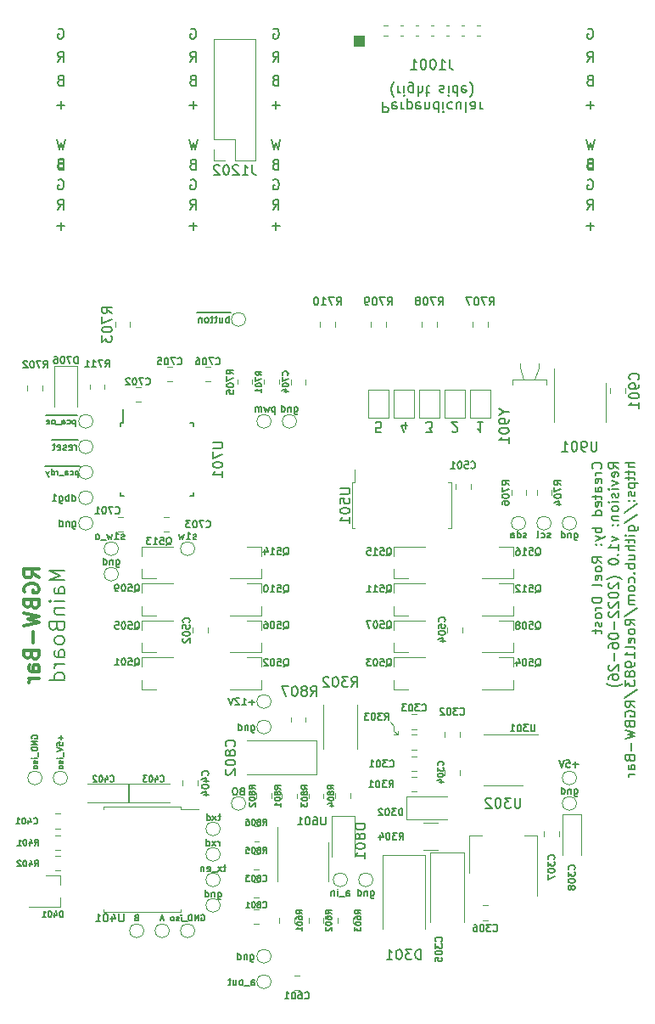
<source format=gbo>
G04 #@! TF.GenerationSoftware,KiCad,Pcbnew,5.1.12-84ad8e8a86~92~ubuntu16.04.1*
G04 #@! TF.CreationDate,2022-11-17T21:27:21+01:00*
G04 #@! TF.ProjectId,LedBar,4c656442-6172-42e6-9b69-6361645f7063,rev?*
G04 #@! TF.SameCoordinates,Original*
G04 #@! TF.FileFunction,Legend,Bot*
G04 #@! TF.FilePolarity,Positive*
%FSLAX46Y46*%
G04 Gerber Fmt 4.6, Leading zero omitted, Abs format (unit mm)*
G04 Created by KiCad (PCBNEW 5.1.12-84ad8e8a86~92~ubuntu16.04.1) date 2022-11-17 21:27:21*
%MOMM*%
%LPD*%
G01*
G04 APERTURE LIST*
%ADD10C,0.150000*%
%ADD11C,0.200000*%
%ADD12C,0.120000*%
%ADD13C,0.300000*%
%ADD14C,0.100000*%
%ADD15O,1.350000X1.350000*%
%ADD16R,1.350000X1.350000*%
%ADD17O,4.050000X1.400000*%
%ADD18R,4.050000X1.400000*%
%ADD19C,3.200000*%
%ADD20C,1.000000*%
%ADD21C,2.000000*%
%ADD22C,0.800000*%
%ADD23R,1.070000X4.413000*%
%ADD24O,1.000000X1.000000*%
%ADD25R,1.000000X1.000000*%
%ADD26C,2.800000*%
%ADD27R,2.032000X1.070000*%
%ADD28C,4.300000*%
%ADD29C,3.000000*%
%ADD30R,1.900000X0.800000*%
%ADD31R,1.500000X2.000000*%
%ADD32R,3.800000X2.000000*%
%ADD33C,1.500000*%
%ADD34O,1.700000X1.700000*%
%ADD35R,1.700000X1.700000*%
%ADD36R,2.000000X2.000000*%
%ADD37R,2.300000X3.500000*%
%ADD38C,1.800000*%
%ADD39R,1.800000X1.800000*%
%ADD40O,1.600000X1.600000*%
%ADD41R,1.600000X1.600000*%
%ADD42R,1.600000X0.550000*%
%ADD43R,0.550000X1.600000*%
%ADD44R,3.000000X8.000000*%
%ADD45R,4.050000X1.500000*%
%ADD46O,4.050000X1.500000*%
G04 APERTURE END LIST*
D10*
X177090095Y-62302000D02*
X177185333Y-62254380D01*
X177328190Y-62254380D01*
X177471047Y-62302000D01*
X177566285Y-62397238D01*
X177613904Y-62492476D01*
X177661523Y-62682952D01*
X177661523Y-62825809D01*
X177613904Y-63016285D01*
X177566285Y-63111523D01*
X177471047Y-63206761D01*
X177328190Y-63254380D01*
X177232952Y-63254380D01*
X177090095Y-63206761D01*
X177042476Y-63159142D01*
X177042476Y-62825809D01*
X177232952Y-62825809D01*
X177280571Y-60630571D02*
X177137714Y-60678190D01*
X177090095Y-60725809D01*
X177042476Y-60821047D01*
X177042476Y-60963904D01*
X177090095Y-61059142D01*
X177137714Y-61106761D01*
X177232952Y-61154380D01*
X177613904Y-61154380D01*
X177613904Y-60154380D01*
X177280571Y-60154380D01*
X177185333Y-60202000D01*
X177137714Y-60249619D01*
X177090095Y-60344857D01*
X177090095Y-60440095D01*
X177137714Y-60535333D01*
X177185333Y-60582952D01*
X177280571Y-60630571D01*
X177613904Y-60630571D01*
X177042476Y-65254380D02*
X177375809Y-64778190D01*
X177613904Y-65254380D02*
X177613904Y-64254380D01*
X177232952Y-64254380D01*
X177137714Y-64302000D01*
X177090095Y-64349619D01*
X177042476Y-64444857D01*
X177042476Y-64587714D01*
X177090095Y-64682952D01*
X177137714Y-64730571D01*
X177232952Y-64778190D01*
X177613904Y-64778190D01*
X177732952Y-66873428D02*
X176971047Y-66873428D01*
X177352000Y-67254380D02*
X177352000Y-66492476D01*
X177780571Y-58254380D02*
X177542476Y-59254380D01*
X177352000Y-58540095D01*
X177161523Y-59254380D01*
X176923428Y-58254380D01*
X177042476Y-50534380D02*
X177375809Y-50058190D01*
X177613904Y-50534380D02*
X177613904Y-49534380D01*
X177232952Y-49534380D01*
X177137714Y-49582000D01*
X177090095Y-49629619D01*
X177042476Y-49724857D01*
X177042476Y-49867714D01*
X177090095Y-49962952D01*
X177137714Y-50010571D01*
X177232952Y-50058190D01*
X177613904Y-50058190D01*
X177090095Y-47252000D02*
X177185333Y-47204380D01*
X177328190Y-47204380D01*
X177471047Y-47252000D01*
X177566285Y-47347238D01*
X177613904Y-47442476D01*
X177661523Y-47632952D01*
X177661523Y-47775809D01*
X177613904Y-47966285D01*
X177566285Y-48061523D01*
X177471047Y-48156761D01*
X177328190Y-48204380D01*
X177232952Y-48204380D01*
X177090095Y-48156761D01*
X177042476Y-48109142D01*
X177042476Y-47775809D01*
X177232952Y-47775809D01*
X177280571Y-52350571D02*
X177137714Y-52398190D01*
X177090095Y-52445809D01*
X177042476Y-52541047D01*
X177042476Y-52683904D01*
X177090095Y-52779142D01*
X177137714Y-52826761D01*
X177232952Y-52874380D01*
X177613904Y-52874380D01*
X177613904Y-51874380D01*
X177280571Y-51874380D01*
X177185333Y-51922000D01*
X177137714Y-51969619D01*
X177090095Y-52064857D01*
X177090095Y-52160095D01*
X177137714Y-52255333D01*
X177185333Y-52302952D01*
X177280571Y-52350571D01*
X177613904Y-52350571D01*
X177732952Y-54823428D02*
X176971047Y-54823428D01*
X177352000Y-55204380D02*
X177352000Y-54442476D01*
X124948571Y-58254380D02*
X124710476Y-59254380D01*
X124520000Y-58540095D01*
X124329523Y-59254380D01*
X124091428Y-58254380D01*
X124210476Y-65254380D02*
X124543809Y-64778190D01*
X124781904Y-65254380D02*
X124781904Y-64254380D01*
X124400952Y-64254380D01*
X124305714Y-64302000D01*
X124258095Y-64349619D01*
X124210476Y-64444857D01*
X124210476Y-64587714D01*
X124258095Y-64682952D01*
X124305714Y-64730571D01*
X124400952Y-64778190D01*
X124781904Y-64778190D01*
X124258095Y-62302000D02*
X124353333Y-62254380D01*
X124496190Y-62254380D01*
X124639047Y-62302000D01*
X124734285Y-62397238D01*
X124781904Y-62492476D01*
X124829523Y-62682952D01*
X124829523Y-62825809D01*
X124781904Y-63016285D01*
X124734285Y-63111523D01*
X124639047Y-63206761D01*
X124496190Y-63254380D01*
X124400952Y-63254380D01*
X124258095Y-63206761D01*
X124210476Y-63159142D01*
X124210476Y-62825809D01*
X124400952Y-62825809D01*
X124448571Y-60630571D02*
X124305714Y-60678190D01*
X124258095Y-60725809D01*
X124210476Y-60821047D01*
X124210476Y-60963904D01*
X124258095Y-61059142D01*
X124305714Y-61106761D01*
X124400952Y-61154380D01*
X124781904Y-61154380D01*
X124781904Y-60154380D01*
X124448571Y-60154380D01*
X124353333Y-60202000D01*
X124305714Y-60249619D01*
X124258095Y-60344857D01*
X124258095Y-60440095D01*
X124305714Y-60535333D01*
X124353333Y-60582952D01*
X124448571Y-60630571D01*
X124781904Y-60630571D01*
X124900952Y-66873428D02*
X124139047Y-66873428D01*
X124520000Y-67254380D02*
X124520000Y-66492476D01*
D11*
X124884571Y-101215714D02*
X123384571Y-101215714D01*
X124456000Y-101715714D01*
X123384571Y-102215714D01*
X124884571Y-102215714D01*
X124884571Y-103572857D02*
X124098857Y-103572857D01*
X123956000Y-103501428D01*
X123884571Y-103358571D01*
X123884571Y-103072857D01*
X123956000Y-102930000D01*
X124813142Y-103572857D02*
X124884571Y-103430000D01*
X124884571Y-103072857D01*
X124813142Y-102930000D01*
X124670285Y-102858571D01*
X124527428Y-102858571D01*
X124384571Y-102930000D01*
X124313142Y-103072857D01*
X124313142Y-103430000D01*
X124241714Y-103572857D01*
X124884571Y-104287142D02*
X123884571Y-104287142D01*
X123384571Y-104287142D02*
X123456000Y-104215714D01*
X123527428Y-104287142D01*
X123456000Y-104358571D01*
X123384571Y-104287142D01*
X123527428Y-104287142D01*
X123884571Y-105001428D02*
X124884571Y-105001428D01*
X124027428Y-105001428D02*
X123956000Y-105072857D01*
X123884571Y-105215714D01*
X123884571Y-105430000D01*
X123956000Y-105572857D01*
X124098857Y-105644285D01*
X124884571Y-105644285D01*
X124098857Y-106858571D02*
X124170285Y-107072857D01*
X124241714Y-107144285D01*
X124384571Y-107215714D01*
X124598857Y-107215714D01*
X124741714Y-107144285D01*
X124813142Y-107072857D01*
X124884571Y-106930000D01*
X124884571Y-106358571D01*
X123384571Y-106358571D01*
X123384571Y-106858571D01*
X123456000Y-107001428D01*
X123527428Y-107072857D01*
X123670285Y-107144285D01*
X123813142Y-107144285D01*
X123956000Y-107072857D01*
X124027428Y-107001428D01*
X124098857Y-106858571D01*
X124098857Y-106358571D01*
X124884571Y-108072857D02*
X124813142Y-107930000D01*
X124741714Y-107858571D01*
X124598857Y-107787142D01*
X124170285Y-107787142D01*
X124027428Y-107858571D01*
X123956000Y-107930000D01*
X123884571Y-108072857D01*
X123884571Y-108287142D01*
X123956000Y-108430000D01*
X124027428Y-108501428D01*
X124170285Y-108572857D01*
X124598857Y-108572857D01*
X124741714Y-108501428D01*
X124813142Y-108430000D01*
X124884571Y-108287142D01*
X124884571Y-108072857D01*
X124884571Y-109858571D02*
X124098857Y-109858571D01*
X123956000Y-109787142D01*
X123884571Y-109644285D01*
X123884571Y-109358571D01*
X123956000Y-109215714D01*
X124813142Y-109858571D02*
X124884571Y-109715714D01*
X124884571Y-109358571D01*
X124813142Y-109215714D01*
X124670285Y-109144285D01*
X124527428Y-109144285D01*
X124384571Y-109215714D01*
X124313142Y-109358571D01*
X124313142Y-109715714D01*
X124241714Y-109858571D01*
X124884571Y-110572857D02*
X123884571Y-110572857D01*
X124170285Y-110572857D02*
X124027428Y-110644285D01*
X123956000Y-110715714D01*
X123884571Y-110858571D01*
X123884571Y-111001428D01*
X124884571Y-112144285D02*
X123384571Y-112144285D01*
X124813142Y-112144285D02*
X124884571Y-112001428D01*
X124884571Y-111715714D01*
X124813142Y-111572857D01*
X124741714Y-111501428D01*
X124598857Y-111430000D01*
X124170285Y-111430000D01*
X124027428Y-111501428D01*
X123956000Y-111572857D01*
X123884571Y-111715714D01*
X123884571Y-112001428D01*
X123956000Y-112144285D01*
D10*
X156448095Y-87415619D02*
X155971904Y-87415619D01*
X155924285Y-86939428D01*
X155971904Y-86987047D01*
X156067142Y-87034666D01*
X156305238Y-87034666D01*
X156400476Y-86987047D01*
X156448095Y-86939428D01*
X156495714Y-86844190D01*
X156495714Y-86606095D01*
X156448095Y-86510857D01*
X156400476Y-86463238D01*
X156305238Y-86415619D01*
X156067142Y-86415619D01*
X155971904Y-86463238D01*
X155924285Y-86510857D01*
X158940476Y-87082285D02*
X158940476Y-86415619D01*
X158702380Y-87463238D02*
X158464285Y-86748952D01*
X159083333Y-86748952D01*
X160956666Y-87415619D02*
X161575714Y-87415619D01*
X161242380Y-87034666D01*
X161385238Y-87034666D01*
X161480476Y-86987047D01*
X161528095Y-86939428D01*
X161575714Y-86844190D01*
X161575714Y-86606095D01*
X161528095Y-86510857D01*
X161480476Y-86463238D01*
X161385238Y-86415619D01*
X161099523Y-86415619D01*
X161004285Y-86463238D01*
X160956666Y-86510857D01*
X163544285Y-87320380D02*
X163591904Y-87368000D01*
X163687142Y-87415619D01*
X163925238Y-87415619D01*
X164020476Y-87368000D01*
X164068095Y-87320380D01*
X164115714Y-87225142D01*
X164115714Y-87129904D01*
X164068095Y-86987047D01*
X163496666Y-86415619D01*
X164115714Y-86415619D01*
X166655714Y-86415619D02*
X166084285Y-86415619D01*
X166370000Y-86415619D02*
X166370000Y-87415619D01*
X166274761Y-87272761D01*
X166179523Y-87177523D01*
X166084285Y-87129904D01*
X156615428Y-54538619D02*
X156615428Y-55538619D01*
X156996380Y-55538619D01*
X157091619Y-55491000D01*
X157139238Y-55443380D01*
X157186857Y-55348142D01*
X157186857Y-55205285D01*
X157139238Y-55110047D01*
X157091619Y-55062428D01*
X156996380Y-55014809D01*
X156615428Y-55014809D01*
X157996380Y-54586238D02*
X157901142Y-54538619D01*
X157710666Y-54538619D01*
X157615428Y-54586238D01*
X157567809Y-54681476D01*
X157567809Y-55062428D01*
X157615428Y-55157666D01*
X157710666Y-55205285D01*
X157901142Y-55205285D01*
X157996380Y-55157666D01*
X158044000Y-55062428D01*
X158044000Y-54967190D01*
X157567809Y-54871952D01*
X158472571Y-54538619D02*
X158472571Y-55205285D01*
X158472571Y-55014809D02*
X158520190Y-55110047D01*
X158567809Y-55157666D01*
X158663047Y-55205285D01*
X158758285Y-55205285D01*
X159091619Y-55205285D02*
X159091619Y-54205285D01*
X159091619Y-55157666D02*
X159186857Y-55205285D01*
X159377333Y-55205285D01*
X159472571Y-55157666D01*
X159520190Y-55110047D01*
X159567809Y-55014809D01*
X159567809Y-54729095D01*
X159520190Y-54633857D01*
X159472571Y-54586238D01*
X159377333Y-54538619D01*
X159186857Y-54538619D01*
X159091619Y-54586238D01*
X160377333Y-54586238D02*
X160282095Y-54538619D01*
X160091619Y-54538619D01*
X159996380Y-54586238D01*
X159948761Y-54681476D01*
X159948761Y-55062428D01*
X159996380Y-55157666D01*
X160091619Y-55205285D01*
X160282095Y-55205285D01*
X160377333Y-55157666D01*
X160424952Y-55062428D01*
X160424952Y-54967190D01*
X159948761Y-54871952D01*
X160853523Y-55205285D02*
X160853523Y-54538619D01*
X160853523Y-55110047D02*
X160901142Y-55157666D01*
X160996380Y-55205285D01*
X161139238Y-55205285D01*
X161234476Y-55157666D01*
X161282095Y-55062428D01*
X161282095Y-54538619D01*
X162186857Y-54538619D02*
X162186857Y-55538619D01*
X162186857Y-54586238D02*
X162091619Y-54538619D01*
X161901142Y-54538619D01*
X161805904Y-54586238D01*
X161758285Y-54633857D01*
X161710666Y-54729095D01*
X161710666Y-55014809D01*
X161758285Y-55110047D01*
X161805904Y-55157666D01*
X161901142Y-55205285D01*
X162091619Y-55205285D01*
X162186857Y-55157666D01*
X162663047Y-54538619D02*
X162663047Y-55205285D01*
X162663047Y-55538619D02*
X162615428Y-55491000D01*
X162663047Y-55443380D01*
X162710666Y-55491000D01*
X162663047Y-55538619D01*
X162663047Y-55443380D01*
X163567809Y-54586238D02*
X163472571Y-54538619D01*
X163282095Y-54538619D01*
X163186857Y-54586238D01*
X163139238Y-54633857D01*
X163091619Y-54729095D01*
X163091619Y-55014809D01*
X163139238Y-55110047D01*
X163186857Y-55157666D01*
X163282095Y-55205285D01*
X163472571Y-55205285D01*
X163567809Y-55157666D01*
X164424952Y-55205285D02*
X164424952Y-54538619D01*
X163996380Y-55205285D02*
X163996380Y-54681476D01*
X164044000Y-54586238D01*
X164139238Y-54538619D01*
X164282095Y-54538619D01*
X164377333Y-54586238D01*
X164424952Y-54633857D01*
X165044000Y-54538619D02*
X164948761Y-54586238D01*
X164901142Y-54681476D01*
X164901142Y-55538619D01*
X165853523Y-54538619D02*
X165853523Y-55062428D01*
X165805904Y-55157666D01*
X165710666Y-55205285D01*
X165520190Y-55205285D01*
X165424952Y-55157666D01*
X165853523Y-54586238D02*
X165758285Y-54538619D01*
X165520190Y-54538619D01*
X165424952Y-54586238D01*
X165377333Y-54681476D01*
X165377333Y-54776714D01*
X165424952Y-54871952D01*
X165520190Y-54919571D01*
X165758285Y-54919571D01*
X165853523Y-54967190D01*
X166329714Y-54538619D02*
X166329714Y-55205285D01*
X166329714Y-55014809D02*
X166377333Y-55110047D01*
X166424952Y-55157666D01*
X166520190Y-55205285D01*
X166615428Y-55205285D01*
X157758285Y-52506666D02*
X157710666Y-52554285D01*
X157615428Y-52697142D01*
X157567809Y-52792380D01*
X157520190Y-52935238D01*
X157472571Y-53173333D01*
X157472571Y-53363809D01*
X157520190Y-53601904D01*
X157567809Y-53744761D01*
X157615428Y-53840000D01*
X157710666Y-53982857D01*
X157758285Y-54030476D01*
X158139238Y-52887619D02*
X158139238Y-53554285D01*
X158139238Y-53363809D02*
X158186857Y-53459047D01*
X158234476Y-53506666D01*
X158329714Y-53554285D01*
X158424952Y-53554285D01*
X158758285Y-52887619D02*
X158758285Y-53554285D01*
X158758285Y-53887619D02*
X158710666Y-53840000D01*
X158758285Y-53792380D01*
X158805904Y-53840000D01*
X158758285Y-53887619D01*
X158758285Y-53792380D01*
X159663047Y-53554285D02*
X159663047Y-52744761D01*
X159615428Y-52649523D01*
X159567809Y-52601904D01*
X159472571Y-52554285D01*
X159329714Y-52554285D01*
X159234476Y-52601904D01*
X159663047Y-52935238D02*
X159567809Y-52887619D01*
X159377333Y-52887619D01*
X159282095Y-52935238D01*
X159234476Y-52982857D01*
X159186857Y-53078095D01*
X159186857Y-53363809D01*
X159234476Y-53459047D01*
X159282095Y-53506666D01*
X159377333Y-53554285D01*
X159567809Y-53554285D01*
X159663047Y-53506666D01*
X160139238Y-52887619D02*
X160139238Y-53887619D01*
X160567809Y-52887619D02*
X160567809Y-53411428D01*
X160520190Y-53506666D01*
X160424952Y-53554285D01*
X160282095Y-53554285D01*
X160186857Y-53506666D01*
X160139238Y-53459047D01*
X160901142Y-53554285D02*
X161282095Y-53554285D01*
X161044000Y-53887619D02*
X161044000Y-53030476D01*
X161091619Y-52935238D01*
X161186857Y-52887619D01*
X161282095Y-52887619D01*
X162329714Y-52935238D02*
X162424952Y-52887619D01*
X162615428Y-52887619D01*
X162710666Y-52935238D01*
X162758285Y-53030476D01*
X162758285Y-53078095D01*
X162710666Y-53173333D01*
X162615428Y-53220952D01*
X162472571Y-53220952D01*
X162377333Y-53268571D01*
X162329714Y-53363809D01*
X162329714Y-53411428D01*
X162377333Y-53506666D01*
X162472571Y-53554285D01*
X162615428Y-53554285D01*
X162710666Y-53506666D01*
X163186857Y-52887619D02*
X163186857Y-53554285D01*
X163186857Y-53887619D02*
X163139238Y-53840000D01*
X163186857Y-53792380D01*
X163234476Y-53840000D01*
X163186857Y-53887619D01*
X163186857Y-53792380D01*
X164091619Y-52887619D02*
X164091619Y-53887619D01*
X164091619Y-52935238D02*
X163996380Y-52887619D01*
X163805904Y-52887619D01*
X163710666Y-52935238D01*
X163663047Y-52982857D01*
X163615428Y-53078095D01*
X163615428Y-53363809D01*
X163663047Y-53459047D01*
X163710666Y-53506666D01*
X163805904Y-53554285D01*
X163996380Y-53554285D01*
X164091619Y-53506666D01*
X164948761Y-52935238D02*
X164853523Y-52887619D01*
X164663047Y-52887619D01*
X164567809Y-52935238D01*
X164520190Y-53030476D01*
X164520190Y-53411428D01*
X164567809Y-53506666D01*
X164663047Y-53554285D01*
X164853523Y-53554285D01*
X164948761Y-53506666D01*
X164996380Y-53411428D01*
X164996380Y-53316190D01*
X164520190Y-53220952D01*
X165329714Y-52506666D02*
X165377333Y-52554285D01*
X165472571Y-52697142D01*
X165520190Y-52792380D01*
X165567809Y-52935238D01*
X165615428Y-53173333D01*
X165615428Y-53363809D01*
X165567809Y-53601904D01*
X165520190Y-53744761D01*
X165472571Y-53840000D01*
X165377333Y-53982857D01*
X165329714Y-54030476D01*
D12*
X158115000Y-117602000D02*
X157734000Y-117602000D01*
X158115000Y-117602000D02*
X158115000Y-117221000D01*
X157734000Y-117221000D02*
X158115000Y-117602000D01*
X157734000Y-116713000D02*
X157734000Y-117221000D01*
X157353000Y-116332000D02*
X157734000Y-116713000D01*
D10*
X178412142Y-91077023D02*
X178459761Y-91029404D01*
X178507380Y-90886547D01*
X178507380Y-90791309D01*
X178459761Y-90648452D01*
X178364523Y-90553214D01*
X178269285Y-90505595D01*
X178078809Y-90457976D01*
X177935952Y-90457976D01*
X177745476Y-90505595D01*
X177650238Y-90553214D01*
X177555000Y-90648452D01*
X177507380Y-90791309D01*
X177507380Y-90886547D01*
X177555000Y-91029404D01*
X177602619Y-91077023D01*
X178507380Y-91505595D02*
X177840714Y-91505595D01*
X178031190Y-91505595D02*
X177935952Y-91553214D01*
X177888333Y-91600833D01*
X177840714Y-91696071D01*
X177840714Y-91791309D01*
X178459761Y-92505595D02*
X178507380Y-92410357D01*
X178507380Y-92219880D01*
X178459761Y-92124642D01*
X178364523Y-92077023D01*
X177983571Y-92077023D01*
X177888333Y-92124642D01*
X177840714Y-92219880D01*
X177840714Y-92410357D01*
X177888333Y-92505595D01*
X177983571Y-92553214D01*
X178078809Y-92553214D01*
X178174047Y-92077023D01*
X178507380Y-93410357D02*
X177983571Y-93410357D01*
X177888333Y-93362738D01*
X177840714Y-93267500D01*
X177840714Y-93077023D01*
X177888333Y-92981785D01*
X178459761Y-93410357D02*
X178507380Y-93315119D01*
X178507380Y-93077023D01*
X178459761Y-92981785D01*
X178364523Y-92934166D01*
X178269285Y-92934166D01*
X178174047Y-92981785D01*
X178126428Y-93077023D01*
X178126428Y-93315119D01*
X178078809Y-93410357D01*
X177840714Y-93743690D02*
X177840714Y-94124642D01*
X177507380Y-93886547D02*
X178364523Y-93886547D01*
X178459761Y-93934166D01*
X178507380Y-94029404D01*
X178507380Y-94124642D01*
X178459761Y-94838928D02*
X178507380Y-94743690D01*
X178507380Y-94553214D01*
X178459761Y-94457976D01*
X178364523Y-94410357D01*
X177983571Y-94410357D01*
X177888333Y-94457976D01*
X177840714Y-94553214D01*
X177840714Y-94743690D01*
X177888333Y-94838928D01*
X177983571Y-94886547D01*
X178078809Y-94886547D01*
X178174047Y-94410357D01*
X178507380Y-95743690D02*
X177507380Y-95743690D01*
X178459761Y-95743690D02*
X178507380Y-95648452D01*
X178507380Y-95457976D01*
X178459761Y-95362738D01*
X178412142Y-95315119D01*
X178316904Y-95267500D01*
X178031190Y-95267500D01*
X177935952Y-95315119D01*
X177888333Y-95362738D01*
X177840714Y-95457976D01*
X177840714Y-95648452D01*
X177888333Y-95743690D01*
X178507380Y-96981785D02*
X177507380Y-96981785D01*
X177888333Y-96981785D02*
X177840714Y-97077023D01*
X177840714Y-97267500D01*
X177888333Y-97362738D01*
X177935952Y-97410357D01*
X178031190Y-97457976D01*
X178316904Y-97457976D01*
X178412142Y-97410357D01*
X178459761Y-97362738D01*
X178507380Y-97267500D01*
X178507380Y-97077023D01*
X178459761Y-96981785D01*
X177840714Y-97791309D02*
X178507380Y-98029404D01*
X177840714Y-98267500D02*
X178507380Y-98029404D01*
X178745476Y-97934166D01*
X178793095Y-97886547D01*
X178840714Y-97791309D01*
X178412142Y-98648452D02*
X178459761Y-98696071D01*
X178507380Y-98648452D01*
X178459761Y-98600833D01*
X178412142Y-98648452D01*
X178507380Y-98648452D01*
X177888333Y-98648452D02*
X177935952Y-98696071D01*
X177983571Y-98648452D01*
X177935952Y-98600833D01*
X177888333Y-98648452D01*
X177983571Y-98648452D01*
X178507380Y-100457976D02*
X178031190Y-100124642D01*
X178507380Y-99886547D02*
X177507380Y-99886547D01*
X177507380Y-100267500D01*
X177555000Y-100362738D01*
X177602619Y-100410357D01*
X177697857Y-100457976D01*
X177840714Y-100457976D01*
X177935952Y-100410357D01*
X177983571Y-100362738D01*
X178031190Y-100267500D01*
X178031190Y-99886547D01*
X178507380Y-101029404D02*
X178459761Y-100934166D01*
X178412142Y-100886547D01*
X178316904Y-100838928D01*
X178031190Y-100838928D01*
X177935952Y-100886547D01*
X177888333Y-100934166D01*
X177840714Y-101029404D01*
X177840714Y-101172261D01*
X177888333Y-101267500D01*
X177935952Y-101315119D01*
X178031190Y-101362738D01*
X178316904Y-101362738D01*
X178412142Y-101315119D01*
X178459761Y-101267500D01*
X178507380Y-101172261D01*
X178507380Y-101029404D01*
X178459761Y-102172261D02*
X178507380Y-102077023D01*
X178507380Y-101886547D01*
X178459761Y-101791309D01*
X178364523Y-101743690D01*
X177983571Y-101743690D01*
X177888333Y-101791309D01*
X177840714Y-101886547D01*
X177840714Y-102077023D01*
X177888333Y-102172261D01*
X177983571Y-102219880D01*
X178078809Y-102219880D01*
X178174047Y-101743690D01*
X178507380Y-102791309D02*
X178459761Y-102696071D01*
X178364523Y-102648452D01*
X177507380Y-102648452D01*
X178507380Y-103934166D02*
X177507380Y-103934166D01*
X177507380Y-104172261D01*
X177555000Y-104315119D01*
X177650238Y-104410357D01*
X177745476Y-104457976D01*
X177935952Y-104505595D01*
X178078809Y-104505595D01*
X178269285Y-104457976D01*
X178364523Y-104410357D01*
X178459761Y-104315119D01*
X178507380Y-104172261D01*
X178507380Y-103934166D01*
X178507380Y-104934166D02*
X177840714Y-104934166D01*
X178031190Y-104934166D02*
X177935952Y-104981785D01*
X177888333Y-105029404D01*
X177840714Y-105124642D01*
X177840714Y-105219880D01*
X178507380Y-105696071D02*
X178459761Y-105600833D01*
X178412142Y-105553214D01*
X178316904Y-105505595D01*
X178031190Y-105505595D01*
X177935952Y-105553214D01*
X177888333Y-105600833D01*
X177840714Y-105696071D01*
X177840714Y-105838928D01*
X177888333Y-105934166D01*
X177935952Y-105981785D01*
X178031190Y-106029404D01*
X178316904Y-106029404D01*
X178412142Y-105981785D01*
X178459761Y-105934166D01*
X178507380Y-105838928D01*
X178507380Y-105696071D01*
X178459761Y-106410357D02*
X178507380Y-106505595D01*
X178507380Y-106696071D01*
X178459761Y-106791309D01*
X178364523Y-106838928D01*
X178316904Y-106838928D01*
X178221666Y-106791309D01*
X178174047Y-106696071D01*
X178174047Y-106553214D01*
X178126428Y-106457976D01*
X178031190Y-106410357D01*
X177983571Y-106410357D01*
X177888333Y-106457976D01*
X177840714Y-106553214D01*
X177840714Y-106696071D01*
X177888333Y-106791309D01*
X177840714Y-107124642D02*
X177840714Y-107505595D01*
X177507380Y-107267500D02*
X178364523Y-107267500D01*
X178459761Y-107315119D01*
X178507380Y-107410357D01*
X178507380Y-107505595D01*
X180157380Y-91077023D02*
X179681190Y-90743690D01*
X180157380Y-90505595D02*
X179157380Y-90505595D01*
X179157380Y-90886547D01*
X179205000Y-90981785D01*
X179252619Y-91029404D01*
X179347857Y-91077023D01*
X179490714Y-91077023D01*
X179585952Y-91029404D01*
X179633571Y-90981785D01*
X179681190Y-90886547D01*
X179681190Y-90505595D01*
X180109761Y-91886547D02*
X180157380Y-91791309D01*
X180157380Y-91600833D01*
X180109761Y-91505595D01*
X180014523Y-91457976D01*
X179633571Y-91457976D01*
X179538333Y-91505595D01*
X179490714Y-91600833D01*
X179490714Y-91791309D01*
X179538333Y-91886547D01*
X179633571Y-91934166D01*
X179728809Y-91934166D01*
X179824047Y-91457976D01*
X179490714Y-92267500D02*
X180157380Y-92505595D01*
X179490714Y-92743690D01*
X180157380Y-93124642D02*
X179490714Y-93124642D01*
X179157380Y-93124642D02*
X179205000Y-93077023D01*
X179252619Y-93124642D01*
X179205000Y-93172261D01*
X179157380Y-93124642D01*
X179252619Y-93124642D01*
X180109761Y-93553214D02*
X180157380Y-93648452D01*
X180157380Y-93838928D01*
X180109761Y-93934166D01*
X180014523Y-93981785D01*
X179966904Y-93981785D01*
X179871666Y-93934166D01*
X179824047Y-93838928D01*
X179824047Y-93696071D01*
X179776428Y-93600833D01*
X179681190Y-93553214D01*
X179633571Y-93553214D01*
X179538333Y-93600833D01*
X179490714Y-93696071D01*
X179490714Y-93838928D01*
X179538333Y-93934166D01*
X180157380Y-94410357D02*
X179490714Y-94410357D01*
X179157380Y-94410357D02*
X179205000Y-94362738D01*
X179252619Y-94410357D01*
X179205000Y-94457976D01*
X179157380Y-94410357D01*
X179252619Y-94410357D01*
X180157380Y-95029404D02*
X180109761Y-94934166D01*
X180062142Y-94886547D01*
X179966904Y-94838928D01*
X179681190Y-94838928D01*
X179585952Y-94886547D01*
X179538333Y-94934166D01*
X179490714Y-95029404D01*
X179490714Y-95172261D01*
X179538333Y-95267500D01*
X179585952Y-95315119D01*
X179681190Y-95362738D01*
X179966904Y-95362738D01*
X180062142Y-95315119D01*
X180109761Y-95267500D01*
X180157380Y-95172261D01*
X180157380Y-95029404D01*
X179490714Y-95791309D02*
X180157380Y-95791309D01*
X179585952Y-95791309D02*
X179538333Y-95838928D01*
X179490714Y-95934166D01*
X179490714Y-96077023D01*
X179538333Y-96172261D01*
X179633571Y-96219880D01*
X180157380Y-96219880D01*
X180062142Y-96696071D02*
X180109761Y-96743690D01*
X180157380Y-96696071D01*
X180109761Y-96648452D01*
X180062142Y-96696071D01*
X180157380Y-96696071D01*
X179538333Y-96696071D02*
X179585952Y-96743690D01*
X179633571Y-96696071D01*
X179585952Y-96648452D01*
X179538333Y-96696071D01*
X179633571Y-96696071D01*
X179490714Y-97838928D02*
X180157380Y-98077023D01*
X179490714Y-98315119D01*
X180157380Y-99219880D02*
X180157380Y-98648452D01*
X180157380Y-98934166D02*
X179157380Y-98934166D01*
X179300238Y-98838928D01*
X179395476Y-98743690D01*
X179443095Y-98648452D01*
X180062142Y-99648452D02*
X180109761Y-99696071D01*
X180157380Y-99648452D01*
X180109761Y-99600833D01*
X180062142Y-99648452D01*
X180157380Y-99648452D01*
X179157380Y-100315119D02*
X179157380Y-100410357D01*
X179205000Y-100505595D01*
X179252619Y-100553214D01*
X179347857Y-100600833D01*
X179538333Y-100648452D01*
X179776428Y-100648452D01*
X179966904Y-100600833D01*
X180062142Y-100553214D01*
X180109761Y-100505595D01*
X180157380Y-100410357D01*
X180157380Y-100315119D01*
X180109761Y-100219880D01*
X180062142Y-100172261D01*
X179966904Y-100124642D01*
X179776428Y-100077023D01*
X179538333Y-100077023D01*
X179347857Y-100124642D01*
X179252619Y-100172261D01*
X179205000Y-100219880D01*
X179157380Y-100315119D01*
X180538333Y-102124642D02*
X180490714Y-102077023D01*
X180347857Y-101981785D01*
X180252619Y-101934166D01*
X180109761Y-101886547D01*
X179871666Y-101838928D01*
X179681190Y-101838928D01*
X179443095Y-101886547D01*
X179300238Y-101934166D01*
X179205000Y-101981785D01*
X179062142Y-102077023D01*
X179014523Y-102124642D01*
X179252619Y-102457976D02*
X179205000Y-102505595D01*
X179157380Y-102600833D01*
X179157380Y-102838928D01*
X179205000Y-102934166D01*
X179252619Y-102981785D01*
X179347857Y-103029404D01*
X179443095Y-103029404D01*
X179585952Y-102981785D01*
X180157380Y-102410357D01*
X180157380Y-103029404D01*
X179157380Y-103648452D02*
X179157380Y-103743690D01*
X179205000Y-103838928D01*
X179252619Y-103886547D01*
X179347857Y-103934166D01*
X179538333Y-103981785D01*
X179776428Y-103981785D01*
X179966904Y-103934166D01*
X180062142Y-103886547D01*
X180109761Y-103838928D01*
X180157380Y-103743690D01*
X180157380Y-103648452D01*
X180109761Y-103553214D01*
X180062142Y-103505595D01*
X179966904Y-103457976D01*
X179776428Y-103410357D01*
X179538333Y-103410357D01*
X179347857Y-103457976D01*
X179252619Y-103505595D01*
X179205000Y-103553214D01*
X179157380Y-103648452D01*
X179252619Y-104362738D02*
X179205000Y-104410357D01*
X179157380Y-104505595D01*
X179157380Y-104743690D01*
X179205000Y-104838928D01*
X179252619Y-104886547D01*
X179347857Y-104934166D01*
X179443095Y-104934166D01*
X179585952Y-104886547D01*
X180157380Y-104315119D01*
X180157380Y-104934166D01*
X179252619Y-105315119D02*
X179205000Y-105362738D01*
X179157380Y-105457976D01*
X179157380Y-105696071D01*
X179205000Y-105791309D01*
X179252619Y-105838928D01*
X179347857Y-105886547D01*
X179443095Y-105886547D01*
X179585952Y-105838928D01*
X180157380Y-105267500D01*
X180157380Y-105886547D01*
X179776428Y-106315119D02*
X179776428Y-107077023D01*
X179157380Y-107743690D02*
X179157380Y-107838928D01*
X179205000Y-107934166D01*
X179252619Y-107981785D01*
X179347857Y-108029404D01*
X179538333Y-108077023D01*
X179776428Y-108077023D01*
X179966904Y-108029404D01*
X180062142Y-107981785D01*
X180109761Y-107934166D01*
X180157380Y-107838928D01*
X180157380Y-107743690D01*
X180109761Y-107648452D01*
X180062142Y-107600833D01*
X179966904Y-107553214D01*
X179776428Y-107505595D01*
X179538333Y-107505595D01*
X179347857Y-107553214D01*
X179252619Y-107600833D01*
X179205000Y-107648452D01*
X179157380Y-107743690D01*
X179157380Y-108934166D02*
X179157380Y-108743690D01*
X179205000Y-108648452D01*
X179252619Y-108600833D01*
X179395476Y-108505595D01*
X179585952Y-108457976D01*
X179966904Y-108457976D01*
X180062142Y-108505595D01*
X180109761Y-108553214D01*
X180157380Y-108648452D01*
X180157380Y-108838928D01*
X180109761Y-108934166D01*
X180062142Y-108981785D01*
X179966904Y-109029404D01*
X179728809Y-109029404D01*
X179633571Y-108981785D01*
X179585952Y-108934166D01*
X179538333Y-108838928D01*
X179538333Y-108648452D01*
X179585952Y-108553214D01*
X179633571Y-108505595D01*
X179728809Y-108457976D01*
X179776428Y-109457976D02*
X179776428Y-110219880D01*
X179252619Y-110648452D02*
X179205000Y-110696071D01*
X179157380Y-110791309D01*
X179157380Y-111029404D01*
X179205000Y-111124642D01*
X179252619Y-111172261D01*
X179347857Y-111219880D01*
X179443095Y-111219880D01*
X179585952Y-111172261D01*
X180157380Y-110600833D01*
X180157380Y-111219880D01*
X179157380Y-112077023D02*
X179157380Y-111886547D01*
X179205000Y-111791309D01*
X179252619Y-111743690D01*
X179395476Y-111648452D01*
X179585952Y-111600833D01*
X179966904Y-111600833D01*
X180062142Y-111648452D01*
X180109761Y-111696071D01*
X180157380Y-111791309D01*
X180157380Y-111981785D01*
X180109761Y-112077023D01*
X180062142Y-112124642D01*
X179966904Y-112172261D01*
X179728809Y-112172261D01*
X179633571Y-112124642D01*
X179585952Y-112077023D01*
X179538333Y-111981785D01*
X179538333Y-111791309D01*
X179585952Y-111696071D01*
X179633571Y-111648452D01*
X179728809Y-111600833D01*
X180538333Y-112505595D02*
X180490714Y-112553214D01*
X180347857Y-112648452D01*
X180252619Y-112696071D01*
X180109761Y-112743690D01*
X179871666Y-112791309D01*
X179681190Y-112791309D01*
X179443095Y-112743690D01*
X179300238Y-112696071D01*
X179205000Y-112648452D01*
X179062142Y-112553214D01*
X179014523Y-112505595D01*
X181807380Y-90505595D02*
X180807380Y-90505595D01*
X181807380Y-90934166D02*
X181283571Y-90934166D01*
X181188333Y-90886547D01*
X181140714Y-90791309D01*
X181140714Y-90648452D01*
X181188333Y-90553214D01*
X181235952Y-90505595D01*
X181140714Y-91267500D02*
X181140714Y-91648452D01*
X180807380Y-91410357D02*
X181664523Y-91410357D01*
X181759761Y-91457976D01*
X181807380Y-91553214D01*
X181807380Y-91648452D01*
X181140714Y-91838928D02*
X181140714Y-92219880D01*
X180807380Y-91981785D02*
X181664523Y-91981785D01*
X181759761Y-92029404D01*
X181807380Y-92124642D01*
X181807380Y-92219880D01*
X181140714Y-92553214D02*
X182140714Y-92553214D01*
X181188333Y-92553214D02*
X181140714Y-92648452D01*
X181140714Y-92838928D01*
X181188333Y-92934166D01*
X181235952Y-92981785D01*
X181331190Y-93029404D01*
X181616904Y-93029404D01*
X181712142Y-92981785D01*
X181759761Y-92934166D01*
X181807380Y-92838928D01*
X181807380Y-92648452D01*
X181759761Y-92553214D01*
X181759761Y-93410357D02*
X181807380Y-93505595D01*
X181807380Y-93696071D01*
X181759761Y-93791309D01*
X181664523Y-93838928D01*
X181616904Y-93838928D01*
X181521666Y-93791309D01*
X181474047Y-93696071D01*
X181474047Y-93553214D01*
X181426428Y-93457976D01*
X181331190Y-93410357D01*
X181283571Y-93410357D01*
X181188333Y-93457976D01*
X181140714Y-93553214D01*
X181140714Y-93696071D01*
X181188333Y-93791309D01*
X181712142Y-94267500D02*
X181759761Y-94315119D01*
X181807380Y-94267500D01*
X181759761Y-94219880D01*
X181712142Y-94267500D01*
X181807380Y-94267500D01*
X181188333Y-94267500D02*
X181235952Y-94315119D01*
X181283571Y-94267500D01*
X181235952Y-94219880D01*
X181188333Y-94267500D01*
X181283571Y-94267500D01*
X180759761Y-95457976D02*
X182045476Y-94600833D01*
X180759761Y-96505595D02*
X182045476Y-95648452D01*
X181140714Y-97267500D02*
X181950238Y-97267500D01*
X182045476Y-97219880D01*
X182093095Y-97172261D01*
X182140714Y-97077023D01*
X182140714Y-96934166D01*
X182093095Y-96838928D01*
X181759761Y-97267500D02*
X181807380Y-97172261D01*
X181807380Y-96981785D01*
X181759761Y-96886547D01*
X181712142Y-96838928D01*
X181616904Y-96791309D01*
X181331190Y-96791309D01*
X181235952Y-96838928D01*
X181188333Y-96886547D01*
X181140714Y-96981785D01*
X181140714Y-97172261D01*
X181188333Y-97267500D01*
X181807380Y-97743690D02*
X181140714Y-97743690D01*
X180807380Y-97743690D02*
X180855000Y-97696071D01*
X180902619Y-97743690D01*
X180855000Y-97791309D01*
X180807380Y-97743690D01*
X180902619Y-97743690D01*
X181140714Y-98077023D02*
X181140714Y-98457976D01*
X180807380Y-98219880D02*
X181664523Y-98219880D01*
X181759761Y-98267500D01*
X181807380Y-98362738D01*
X181807380Y-98457976D01*
X181807380Y-98791309D02*
X180807380Y-98791309D01*
X181807380Y-99219880D02*
X181283571Y-99219880D01*
X181188333Y-99172261D01*
X181140714Y-99077023D01*
X181140714Y-98934166D01*
X181188333Y-98838928D01*
X181235952Y-98791309D01*
X181140714Y-100124642D02*
X181807380Y-100124642D01*
X181140714Y-99696071D02*
X181664523Y-99696071D01*
X181759761Y-99743690D01*
X181807380Y-99838928D01*
X181807380Y-99981785D01*
X181759761Y-100077023D01*
X181712142Y-100124642D01*
X181807380Y-100600833D02*
X180807380Y-100600833D01*
X181188333Y-100600833D02*
X181140714Y-100696071D01*
X181140714Y-100886547D01*
X181188333Y-100981785D01*
X181235952Y-101029404D01*
X181331190Y-101077023D01*
X181616904Y-101077023D01*
X181712142Y-101029404D01*
X181759761Y-100981785D01*
X181807380Y-100886547D01*
X181807380Y-100696071D01*
X181759761Y-100600833D01*
X181712142Y-101505595D02*
X181759761Y-101553214D01*
X181807380Y-101505595D01*
X181759761Y-101457976D01*
X181712142Y-101505595D01*
X181807380Y-101505595D01*
X181759761Y-102410357D02*
X181807380Y-102315119D01*
X181807380Y-102124642D01*
X181759761Y-102029404D01*
X181712142Y-101981785D01*
X181616904Y-101934166D01*
X181331190Y-101934166D01*
X181235952Y-101981785D01*
X181188333Y-102029404D01*
X181140714Y-102124642D01*
X181140714Y-102315119D01*
X181188333Y-102410357D01*
X181807380Y-102981785D02*
X181759761Y-102886547D01*
X181712142Y-102838928D01*
X181616904Y-102791309D01*
X181331190Y-102791309D01*
X181235952Y-102838928D01*
X181188333Y-102886547D01*
X181140714Y-102981785D01*
X181140714Y-103124642D01*
X181188333Y-103219880D01*
X181235952Y-103267500D01*
X181331190Y-103315119D01*
X181616904Y-103315119D01*
X181712142Y-103267500D01*
X181759761Y-103219880D01*
X181807380Y-103124642D01*
X181807380Y-102981785D01*
X181807380Y-103743690D02*
X181140714Y-103743690D01*
X181235952Y-103743690D02*
X181188333Y-103791309D01*
X181140714Y-103886547D01*
X181140714Y-104029404D01*
X181188333Y-104124642D01*
X181283571Y-104172261D01*
X181807380Y-104172261D01*
X181283571Y-104172261D02*
X181188333Y-104219880D01*
X181140714Y-104315119D01*
X181140714Y-104457976D01*
X181188333Y-104553214D01*
X181283571Y-104600833D01*
X181807380Y-104600833D01*
X180759761Y-105791309D02*
X182045476Y-104934166D01*
X181807380Y-106696071D02*
X181331190Y-106362738D01*
X181807380Y-106124642D02*
X180807380Y-106124642D01*
X180807380Y-106505595D01*
X180855000Y-106600833D01*
X180902619Y-106648452D01*
X180997857Y-106696071D01*
X181140714Y-106696071D01*
X181235952Y-106648452D01*
X181283571Y-106600833D01*
X181331190Y-106505595D01*
X181331190Y-106124642D01*
X181807380Y-107267499D02*
X181759761Y-107172261D01*
X181712142Y-107124642D01*
X181616904Y-107077023D01*
X181331190Y-107077023D01*
X181235952Y-107124642D01*
X181188333Y-107172261D01*
X181140714Y-107267499D01*
X181140714Y-107410357D01*
X181188333Y-107505595D01*
X181235952Y-107553214D01*
X181331190Y-107600833D01*
X181616904Y-107600833D01*
X181712142Y-107553214D01*
X181759761Y-107505595D01*
X181807380Y-107410357D01*
X181807380Y-107267499D01*
X181759761Y-108410357D02*
X181807380Y-108315119D01*
X181807380Y-108124642D01*
X181759761Y-108029404D01*
X181664523Y-107981785D01*
X181283571Y-107981785D01*
X181188333Y-108029404D01*
X181140714Y-108124642D01*
X181140714Y-108315119D01*
X181188333Y-108410357D01*
X181283571Y-108457976D01*
X181378809Y-108457976D01*
X181474047Y-107981785D01*
X181807380Y-109029404D02*
X181759761Y-108934166D01*
X181664523Y-108886547D01*
X180807380Y-108886547D01*
X181807380Y-109934166D02*
X181807380Y-109362738D01*
X181807380Y-109648452D02*
X180807380Y-109648452D01*
X180950238Y-109553214D01*
X181045476Y-109457976D01*
X181093095Y-109362738D01*
X181807380Y-110410357D02*
X181807380Y-110600833D01*
X181759761Y-110696071D01*
X181712142Y-110743690D01*
X181569285Y-110838928D01*
X181378809Y-110886547D01*
X180997857Y-110886547D01*
X180902619Y-110838928D01*
X180855000Y-110791309D01*
X180807380Y-110696071D01*
X180807380Y-110505595D01*
X180855000Y-110410357D01*
X180902619Y-110362738D01*
X180997857Y-110315119D01*
X181235952Y-110315119D01*
X181331190Y-110362738D01*
X181378809Y-110410357D01*
X181426428Y-110505595D01*
X181426428Y-110696071D01*
X181378809Y-110791309D01*
X181331190Y-110838928D01*
X181235952Y-110886547D01*
X181235952Y-111457976D02*
X181188333Y-111362738D01*
X181140714Y-111315119D01*
X181045476Y-111267499D01*
X180997857Y-111267499D01*
X180902619Y-111315119D01*
X180855000Y-111362738D01*
X180807380Y-111457976D01*
X180807380Y-111648452D01*
X180855000Y-111743690D01*
X180902619Y-111791309D01*
X180997857Y-111838928D01*
X181045476Y-111838928D01*
X181140714Y-111791309D01*
X181188333Y-111743690D01*
X181235952Y-111648452D01*
X181235952Y-111457976D01*
X181283571Y-111362738D01*
X181331190Y-111315119D01*
X181426428Y-111267499D01*
X181616904Y-111267499D01*
X181712142Y-111315119D01*
X181759761Y-111362738D01*
X181807380Y-111457976D01*
X181807380Y-111648452D01*
X181759761Y-111743690D01*
X181712142Y-111791309D01*
X181616904Y-111838928D01*
X181426428Y-111838928D01*
X181331190Y-111791309D01*
X181283571Y-111743690D01*
X181235952Y-111648452D01*
X180807380Y-112172261D02*
X180807380Y-112791309D01*
X181188333Y-112457976D01*
X181188333Y-112600833D01*
X181235952Y-112696071D01*
X181283571Y-112743690D01*
X181378809Y-112791309D01*
X181616904Y-112791309D01*
X181712142Y-112743690D01*
X181759761Y-112696071D01*
X181807380Y-112600833D01*
X181807380Y-112315119D01*
X181759761Y-112219880D01*
X181712142Y-112172261D01*
X180759761Y-113934166D02*
X182045476Y-113077023D01*
X181807380Y-114838928D02*
X181331190Y-114505595D01*
X181807380Y-114267499D02*
X180807380Y-114267499D01*
X180807380Y-114648452D01*
X180855000Y-114743690D01*
X180902619Y-114791309D01*
X180997857Y-114838928D01*
X181140714Y-114838928D01*
X181235952Y-114791309D01*
X181283571Y-114743690D01*
X181331190Y-114648452D01*
X181331190Y-114267499D01*
X180855000Y-115791309D02*
X180807380Y-115696071D01*
X180807380Y-115553214D01*
X180855000Y-115410357D01*
X180950238Y-115315119D01*
X181045476Y-115267499D01*
X181235952Y-115219880D01*
X181378809Y-115219880D01*
X181569285Y-115267499D01*
X181664523Y-115315119D01*
X181759761Y-115410357D01*
X181807380Y-115553214D01*
X181807380Y-115648452D01*
X181759761Y-115791309D01*
X181712142Y-115838928D01*
X181378809Y-115838928D01*
X181378809Y-115648452D01*
X181283571Y-116600833D02*
X181331190Y-116743690D01*
X181378809Y-116791309D01*
X181474047Y-116838928D01*
X181616904Y-116838928D01*
X181712142Y-116791309D01*
X181759761Y-116743690D01*
X181807380Y-116648452D01*
X181807380Y-116267499D01*
X180807380Y-116267499D01*
X180807380Y-116600833D01*
X180855000Y-116696071D01*
X180902619Y-116743690D01*
X180997857Y-116791309D01*
X181093095Y-116791309D01*
X181188333Y-116743690D01*
X181235952Y-116696071D01*
X181283571Y-116600833D01*
X181283571Y-116267499D01*
X180807380Y-117172261D02*
X181807380Y-117410357D01*
X181093095Y-117600833D01*
X181807380Y-117791309D01*
X180807380Y-118029404D01*
X181426428Y-118410357D02*
X181426428Y-119172261D01*
X181283571Y-119981785D02*
X181331190Y-120124642D01*
X181378809Y-120172261D01*
X181474047Y-120219880D01*
X181616904Y-120219880D01*
X181712142Y-120172261D01*
X181759761Y-120124642D01*
X181807380Y-120029404D01*
X181807380Y-119648452D01*
X180807380Y-119648452D01*
X180807380Y-119981785D01*
X180855000Y-120077023D01*
X180902619Y-120124642D01*
X180997857Y-120172261D01*
X181093095Y-120172261D01*
X181188333Y-120124642D01*
X181235952Y-120077023D01*
X181283571Y-119981785D01*
X181283571Y-119648452D01*
X181807380Y-121077023D02*
X181283571Y-121077023D01*
X181188333Y-121029404D01*
X181140714Y-120934166D01*
X181140714Y-120743690D01*
X181188333Y-120648452D01*
X181759761Y-121077023D02*
X181807380Y-120981785D01*
X181807380Y-120743690D01*
X181759761Y-120648452D01*
X181664523Y-120600833D01*
X181569285Y-120600833D01*
X181474047Y-120648452D01*
X181426428Y-120743690D01*
X181426428Y-120981785D01*
X181378809Y-121077023D01*
X181807380Y-121553214D02*
X181140714Y-121553214D01*
X181331190Y-121553214D02*
X181235952Y-121600833D01*
X181188333Y-121648452D01*
X181140714Y-121743690D01*
X181140714Y-121838928D01*
D13*
X122344571Y-101965714D02*
X121630285Y-101465714D01*
X122344571Y-101108571D02*
X120844571Y-101108571D01*
X120844571Y-101680000D01*
X120916000Y-101822857D01*
X120987428Y-101894285D01*
X121130285Y-101965714D01*
X121344571Y-101965714D01*
X121487428Y-101894285D01*
X121558857Y-101822857D01*
X121630285Y-101680000D01*
X121630285Y-101108571D01*
X120916000Y-103394285D02*
X120844571Y-103251428D01*
X120844571Y-103037142D01*
X120916000Y-102822857D01*
X121058857Y-102680000D01*
X121201714Y-102608571D01*
X121487428Y-102537142D01*
X121701714Y-102537142D01*
X121987428Y-102608571D01*
X122130285Y-102680000D01*
X122273142Y-102822857D01*
X122344571Y-103037142D01*
X122344571Y-103180000D01*
X122273142Y-103394285D01*
X122201714Y-103465714D01*
X121701714Y-103465714D01*
X121701714Y-103180000D01*
X121558857Y-104608571D02*
X121630285Y-104822857D01*
X121701714Y-104894285D01*
X121844571Y-104965714D01*
X122058857Y-104965714D01*
X122201714Y-104894285D01*
X122273142Y-104822857D01*
X122344571Y-104680000D01*
X122344571Y-104108571D01*
X120844571Y-104108571D01*
X120844571Y-104608571D01*
X120916000Y-104751428D01*
X120987428Y-104822857D01*
X121130285Y-104894285D01*
X121273142Y-104894285D01*
X121416000Y-104822857D01*
X121487428Y-104751428D01*
X121558857Y-104608571D01*
X121558857Y-104108571D01*
X120844571Y-105465714D02*
X122344571Y-105822857D01*
X121273142Y-106108571D01*
X122344571Y-106394285D01*
X120844571Y-106751428D01*
X121773142Y-107322857D02*
X121773142Y-108465714D01*
X121558857Y-109680000D02*
X121630285Y-109894285D01*
X121701714Y-109965714D01*
X121844571Y-110037142D01*
X122058857Y-110037142D01*
X122201714Y-109965714D01*
X122273142Y-109894285D01*
X122344571Y-109751428D01*
X122344571Y-109180000D01*
X120844571Y-109180000D01*
X120844571Y-109680000D01*
X120916000Y-109822857D01*
X120987428Y-109894285D01*
X121130285Y-109965714D01*
X121273142Y-109965714D01*
X121416000Y-109894285D01*
X121487428Y-109822857D01*
X121558857Y-109680000D01*
X121558857Y-109180000D01*
X122344571Y-111322857D02*
X121558857Y-111322857D01*
X121416000Y-111251428D01*
X121344571Y-111108571D01*
X121344571Y-110822857D01*
X121416000Y-110680000D01*
X122273142Y-111322857D02*
X122344571Y-111180000D01*
X122344571Y-110822857D01*
X122273142Y-110680000D01*
X122130285Y-110608571D01*
X121987428Y-110608571D01*
X121844571Y-110680000D01*
X121773142Y-110822857D01*
X121773142Y-111180000D01*
X121701714Y-111322857D01*
X122344571Y-112037142D02*
X121344571Y-112037142D01*
X121630285Y-112037142D02*
X121487428Y-112108571D01*
X121416000Y-112180000D01*
X121344571Y-112322857D01*
X121344571Y-112465714D01*
D12*
X162140737Y-129117000D02*
X160693263Y-129117000D01*
X162140737Y-126407000D02*
X160693263Y-126407000D01*
X158957000Y-123769500D02*
X163017000Y-123769500D01*
X158957000Y-126039500D02*
X158957000Y-123769500D01*
X163017000Y-126039500D02*
X158957000Y-126039500D01*
X127700000Y-91440000D02*
G75*
G03*
X127700000Y-91440000I-700000J0D01*
G01*
X128878000Y-82703936D02*
X128878000Y-83158064D01*
X127408000Y-82703936D02*
X127408000Y-83158064D01*
X126166500Y-80852000D02*
X126166500Y-84912000D01*
X123896500Y-80852000D02*
X126166500Y-80852000D01*
X123896500Y-84912000D02*
X123896500Y-80852000D01*
X142940000Y-124460000D02*
G75*
G03*
X142940000Y-124460000I-700000J0D01*
G01*
X127700000Y-96520000D02*
G75*
G03*
X127700000Y-96520000I-700000J0D01*
G01*
X170880000Y-96520000D02*
G75*
G03*
X170880000Y-96520000I-700000J0D01*
G01*
X127700000Y-88900000D02*
G75*
G03*
X127700000Y-88900000I-700000J0D01*
G01*
X173420000Y-96520000D02*
G75*
G03*
X173420000Y-96520000I-700000J0D01*
G01*
X175960000Y-96520000D02*
G75*
G03*
X175960000Y-96520000I-700000J0D01*
G01*
X155640000Y-132080000D02*
G75*
G03*
X155640000Y-132080000I-700000J0D01*
G01*
X142940000Y-76200000D02*
G75*
G03*
X142940000Y-76200000I-700000J0D01*
G01*
X127700000Y-93980000D02*
G75*
G03*
X127700000Y-93980000I-700000J0D01*
G01*
X153100000Y-132080000D02*
G75*
G03*
X153100000Y-132080000I-700000J0D01*
G01*
X145480000Y-86360000D02*
G75*
G03*
X145480000Y-86360000I-700000J0D01*
G01*
X148020000Y-86360000D02*
G75*
G03*
X148020000Y-86360000I-700000J0D01*
G01*
X145480000Y-139700000D02*
G75*
G03*
X145480000Y-139700000I-700000J0D01*
G01*
X145480000Y-142240000D02*
G75*
G03*
X145480000Y-142240000I-700000J0D01*
G01*
X130240000Y-99060000D02*
G75*
G03*
X130240000Y-99060000I-700000J0D01*
G01*
X130240000Y-101600000D02*
G75*
G03*
X130240000Y-101600000I-700000J0D01*
G01*
X137860000Y-99060000D02*
G75*
G03*
X137860000Y-99060000I-700000J0D01*
G01*
X127700000Y-86360000D02*
G75*
G03*
X127700000Y-86360000I-700000J0D01*
G01*
X140400000Y-134620000D02*
G75*
G03*
X140400000Y-134620000I-700000J0D01*
G01*
X140400000Y-132080000D02*
G75*
G03*
X140400000Y-132080000I-700000J0D01*
G01*
X140400000Y-129540000D02*
G75*
G03*
X140400000Y-129540000I-700000J0D01*
G01*
X140400000Y-127000000D02*
G75*
G03*
X140400000Y-127000000I-700000J0D01*
G01*
X122620000Y-121920000D02*
G75*
G03*
X122620000Y-121920000I-700000J0D01*
G01*
X125160000Y-121920000D02*
G75*
G03*
X125160000Y-121920000I-700000J0D01*
G01*
X135320000Y-137160000D02*
G75*
G03*
X135320000Y-137160000I-700000J0D01*
G01*
X132780000Y-137160000D02*
G75*
G03*
X132780000Y-137160000I-700000J0D01*
G01*
X137860000Y-137160000D02*
G75*
G03*
X137860000Y-137160000I-700000J0D01*
G01*
X175960000Y-124460000D02*
G75*
G03*
X175960000Y-124460000I-700000J0D01*
G01*
X175960000Y-121920000D02*
G75*
G03*
X175960000Y-121920000I-700000J0D01*
G01*
X145480000Y-116840000D02*
G75*
G03*
X145480000Y-116840000I-700000J0D01*
G01*
X145480000Y-114300000D02*
G75*
G03*
X145480000Y-114300000I-700000J0D01*
G01*
X156718000Y-47879000D02*
X157099000Y-47879000D01*
X158369000Y-47879000D02*
X158623000Y-47879000D01*
X159893000Y-47879000D02*
X160147000Y-47879000D01*
X161417000Y-47879000D02*
X161671000Y-47879000D01*
X162941000Y-47879000D02*
X163195000Y-47879000D01*
X164465000Y-47879000D02*
X164719000Y-47879000D01*
X164719000Y-46863000D02*
X164465000Y-46863000D01*
X163195000Y-46863000D02*
X162941000Y-46863000D01*
X161671000Y-46863000D02*
X161417000Y-46863000D01*
X160147000Y-46863000D02*
X159893000Y-46863000D01*
X158623000Y-46863000D02*
X158369000Y-46863000D01*
X157099000Y-46863000D02*
X156718000Y-46863000D01*
X165989000Y-46863000D02*
X166370000Y-46863000D01*
X165989000Y-47879000D02*
X166370000Y-47879000D01*
D14*
G36*
X154734000Y-48895000D02*
G01*
X154734000Y-47879000D01*
X153718000Y-47879000D01*
X153718000Y-48895000D01*
X154734000Y-48895000D01*
G37*
X154734000Y-48895000D02*
X154734000Y-47879000D01*
X153718000Y-47879000D01*
X153718000Y-48895000D01*
X154734000Y-48895000D01*
D12*
X123944748Y-125503000D02*
X124467252Y-125503000D01*
X123944748Y-126973000D02*
X124467252Y-126973000D01*
X136679000Y-122689252D02*
X136679000Y-122166748D01*
X138149000Y-122689252D02*
X138149000Y-122166748D01*
X123978936Y-127662000D02*
X124433064Y-127662000D01*
X123978936Y-129132000D02*
X124433064Y-129132000D01*
X164778000Y-129351500D02*
X164778000Y-136286500D01*
X161358000Y-129351500D02*
X164778000Y-129351500D01*
X161358000Y-136286500D02*
X161358000Y-129351500D01*
X167160752Y-136117000D02*
X166638248Y-136117000D01*
X167160752Y-134647000D02*
X166638248Y-134647000D01*
X137695000Y-107449252D02*
X137695000Y-106926748D01*
X139165000Y-107449252D02*
X139165000Y-106926748D01*
X163095000Y-107449252D02*
X163095000Y-106926748D01*
X164565000Y-107449252D02*
X164565000Y-106926748D01*
X147820748Y-141632000D02*
X148343252Y-141632000D01*
X147820748Y-143102000D02*
X148343252Y-143102000D01*
X165370000Y-83182000D02*
X165370000Y-85982000D01*
X165370000Y-85982000D02*
X167370000Y-85982000D01*
X167370000Y-85982000D02*
X167370000Y-83182000D01*
X167370000Y-83182000D02*
X165370000Y-83182000D01*
X162830000Y-83182000D02*
X162830000Y-85982000D01*
X162830000Y-85982000D02*
X164830000Y-85982000D01*
X164830000Y-85982000D02*
X164830000Y-83182000D01*
X164830000Y-83182000D02*
X162830000Y-83182000D01*
X160290000Y-83182000D02*
X160290000Y-85982000D01*
X160290000Y-85982000D02*
X162290000Y-85982000D01*
X162290000Y-85982000D02*
X162290000Y-83182000D01*
X162290000Y-83182000D02*
X160290000Y-83182000D01*
X157750000Y-83182000D02*
X157750000Y-85982000D01*
X157750000Y-85982000D02*
X159750000Y-85982000D01*
X159750000Y-85982000D02*
X159750000Y-83182000D01*
X159750000Y-83182000D02*
X157750000Y-83182000D01*
X155210000Y-83182000D02*
X155210000Y-85982000D01*
X155210000Y-85982000D02*
X157210000Y-85982000D01*
X157210000Y-85982000D02*
X157210000Y-83182000D01*
X157210000Y-83182000D02*
X155210000Y-83182000D01*
X132590000Y-113086000D02*
X134050000Y-113086000D01*
X132590000Y-109926000D02*
X135750000Y-109926000D01*
X132590000Y-109926000D02*
X132590000Y-110856000D01*
X132590000Y-113086000D02*
X132590000Y-112156000D01*
X169670000Y-109926000D02*
X168210000Y-109926000D01*
X169670000Y-113086000D02*
X166510000Y-113086000D01*
X169670000Y-113086000D02*
X169670000Y-112156000D01*
X169670000Y-109926000D02*
X169670000Y-110856000D01*
X132590000Y-109403000D02*
X134050000Y-109403000D01*
X132590000Y-106243000D02*
X135750000Y-106243000D01*
X132590000Y-106243000D02*
X132590000Y-107173000D01*
X132590000Y-109403000D02*
X132590000Y-108473000D01*
X144524000Y-106243000D02*
X143064000Y-106243000D01*
X144524000Y-109403000D02*
X141364000Y-109403000D01*
X144524000Y-109403000D02*
X144524000Y-108473000D01*
X144524000Y-106243000D02*
X144524000Y-107173000D01*
X157736000Y-109403000D02*
X159196000Y-109403000D01*
X157736000Y-106243000D02*
X160896000Y-106243000D01*
X157736000Y-106243000D02*
X157736000Y-107173000D01*
X157736000Y-109403000D02*
X157736000Y-108473000D01*
X169670000Y-106243000D02*
X168210000Y-106243000D01*
X169670000Y-109403000D02*
X166510000Y-109403000D01*
X169670000Y-109403000D02*
X169670000Y-108473000D01*
X169670000Y-106243000D02*
X169670000Y-107173000D01*
X132590000Y-105720000D02*
X134050000Y-105720000D01*
X132590000Y-102560000D02*
X135750000Y-102560000D01*
X132590000Y-102560000D02*
X132590000Y-103490000D01*
X132590000Y-105720000D02*
X132590000Y-104790000D01*
X144524000Y-102560000D02*
X143064000Y-102560000D01*
X144524000Y-105720000D02*
X141364000Y-105720000D01*
X144524000Y-105720000D02*
X144524000Y-104790000D01*
X144524000Y-102560000D02*
X144524000Y-103490000D01*
X157736000Y-105720000D02*
X159196000Y-105720000D01*
X157736000Y-102560000D02*
X160896000Y-102560000D01*
X157736000Y-102560000D02*
X157736000Y-103490000D01*
X157736000Y-105720000D02*
X157736000Y-104790000D01*
X132590000Y-102037000D02*
X134050000Y-102037000D01*
X132590000Y-98877000D02*
X135750000Y-98877000D01*
X132590000Y-98877000D02*
X132590000Y-99807000D01*
X132590000Y-102037000D02*
X132590000Y-101107000D01*
X144524000Y-98877000D02*
X143064000Y-98877000D01*
X144524000Y-102037000D02*
X141364000Y-102037000D01*
X144524000Y-102037000D02*
X144524000Y-101107000D01*
X144524000Y-98877000D02*
X144524000Y-99807000D01*
X157736000Y-102037000D02*
X159196000Y-102037000D01*
X157736000Y-98877000D02*
X160896000Y-98877000D01*
X157736000Y-98877000D02*
X157736000Y-99807000D01*
X157736000Y-102037000D02*
X157736000Y-101107000D01*
X169670000Y-98877000D02*
X168210000Y-98877000D01*
X169670000Y-102037000D02*
X166510000Y-102037000D01*
X169670000Y-102037000D02*
X169670000Y-101107000D01*
X169670000Y-98877000D02*
X169670000Y-99807000D01*
X147801000Y-135916936D02*
X147801000Y-136371064D01*
X146331000Y-135916936D02*
X146331000Y-136371064D01*
X149252000Y-136371064D02*
X149252000Y-135916936D01*
X150722000Y-136371064D02*
X150722000Y-135916936D01*
X153643000Y-135916936D02*
X153643000Y-136371064D01*
X152173000Y-135916936D02*
X152173000Y-136371064D01*
X148055000Y-123496336D02*
X148055000Y-123950464D01*
X146585000Y-123496336D02*
X146585000Y-123950464D01*
X144045000Y-123925064D02*
X144045000Y-123470936D01*
X145515000Y-123925064D02*
X145515000Y-123470936D01*
X150722000Y-123496336D02*
X150722000Y-123950464D01*
X149252000Y-123496336D02*
X149252000Y-123950464D01*
X153389000Y-123470936D02*
X153389000Y-123925064D01*
X151919000Y-123470936D02*
X151919000Y-123925064D01*
X143790936Y-129567000D02*
X144245064Y-129567000D01*
X143790936Y-131037000D02*
X144245064Y-131037000D01*
X143806936Y-126773000D02*
X144261064Y-126773000D01*
X143806936Y-128243000D02*
X144261064Y-128243000D01*
X147474000Y-116321064D02*
X147474000Y-115866936D01*
X148944000Y-116321064D02*
X148944000Y-115866936D01*
X169670000Y-102560000D02*
X168210000Y-102560000D01*
X169670000Y-105720000D02*
X166510000Y-105720000D01*
X169670000Y-105720000D02*
X169670000Y-104790000D01*
X169670000Y-102560000D02*
X169670000Y-103490000D01*
X159504748Y-119788000D02*
X160027252Y-119788000D01*
X159504748Y-121258000D02*
X160027252Y-121258000D01*
X164311000Y-117340748D02*
X164311000Y-117863252D01*
X162841000Y-117340748D02*
X162841000Y-117863252D01*
X159504748Y-115597000D02*
X160027252Y-115597000D01*
X159504748Y-117067000D02*
X160027252Y-117067000D01*
X174217000Y-127246748D02*
X174217000Y-127769252D01*
X172747000Y-127246748D02*
X172747000Y-127769252D01*
X176449000Y-125531000D02*
X176449000Y-129616000D01*
X174579000Y-125531000D02*
X176449000Y-125531000D01*
X174579000Y-129616000D02*
X174579000Y-125531000D01*
X165390500Y-92639248D02*
X165390500Y-93161752D01*
X163920500Y-92639248D02*
X163920500Y-93161752D01*
X159538936Y-121820000D02*
X159993064Y-121820000D01*
X159538936Y-123290000D02*
X159993064Y-123290000D01*
X159538936Y-117629000D02*
X159993064Y-117629000D01*
X159538936Y-119099000D02*
X159993064Y-119099000D01*
X121185000Y-83285064D02*
X121185000Y-82830936D01*
X122655000Y-83285064D02*
X122655000Y-82830936D01*
X172066000Y-133640000D02*
X172066000Y-127630000D01*
X165246000Y-131390000D02*
X165246000Y-127630000D01*
X172066000Y-127630000D02*
X170806000Y-127630000D01*
X165246000Y-127630000D02*
X166506000Y-127630000D01*
X130167748Y-95912000D02*
X130690252Y-95912000D01*
X130167748Y-97382000D02*
X130690252Y-97382000D01*
X143610000Y-82195936D02*
X143610000Y-82650064D01*
X142140000Y-82195936D02*
X142140000Y-82650064D01*
X170935000Y-93244936D02*
X170935000Y-93699064D01*
X169465000Y-93244936D02*
X169465000Y-93699064D01*
X157736000Y-113086000D02*
X159196000Y-113086000D01*
X157736000Y-109926000D02*
X160896000Y-109926000D01*
X157736000Y-109926000D02*
X157736000Y-110856000D01*
X157736000Y-113086000D02*
X157736000Y-112156000D01*
X135643252Y-82396000D02*
X135120748Y-82396000D01*
X135643252Y-80926000D02*
X135120748Y-80926000D01*
X138930748Y-80926000D02*
X139453252Y-80926000D01*
X138930748Y-82396000D02*
X139453252Y-82396000D01*
X154110000Y-114662936D02*
X154110000Y-119017064D01*
X150690000Y-114662936D02*
X150690000Y-119017064D01*
X164311000Y-121150748D02*
X164311000Y-121673252D01*
X162841000Y-121150748D02*
X162841000Y-121673252D01*
X156600000Y-129639000D02*
X156600000Y-136939000D01*
X160900000Y-129639000D02*
X160900000Y-136939000D01*
X156600000Y-129639000D02*
X160900000Y-129639000D01*
X146277000Y-82195936D02*
X146277000Y-82650064D01*
X144807000Y-82195936D02*
X144807000Y-82650064D01*
X129948000Y-76935064D02*
X129948000Y-76480936D01*
X131418000Y-76935064D02*
X131418000Y-76480936D01*
X143756748Y-135028000D02*
X144279252Y-135028000D01*
X143756748Y-136498000D02*
X144279252Y-136498000D01*
X167105000Y-76480936D02*
X167105000Y-76935064D01*
X165635000Y-76480936D02*
X165635000Y-76935064D01*
X162025000Y-76480936D02*
X162025000Y-76935064D01*
X160555000Y-76480936D02*
X160555000Y-76935064D01*
X156945000Y-76480936D02*
X156945000Y-76935064D01*
X155475000Y-76480936D02*
X155475000Y-76935064D01*
X151865000Y-76480936D02*
X151865000Y-76935064D01*
X150395000Y-76480936D02*
X150395000Y-76935064D01*
X147474000Y-82684252D02*
X147474000Y-82161748D01*
X148944000Y-82684252D02*
X148944000Y-82161748D01*
X143756748Y-132361000D02*
X144279252Y-132361000D01*
X143756748Y-133831000D02*
X144279252Y-133831000D01*
X153811000Y-92432000D02*
X153811000Y-91142000D01*
X153536000Y-92432000D02*
X153811000Y-92432000D01*
X153536000Y-94742000D02*
X153536000Y-92432000D01*
X153536000Y-97052000D02*
X153811000Y-97052000D01*
X153536000Y-94742000D02*
X153536000Y-97052000D01*
X163456000Y-92432000D02*
X163181000Y-92432000D01*
X163456000Y-94742000D02*
X163456000Y-92432000D01*
X163456000Y-97052000D02*
X163181000Y-97052000D01*
X163456000Y-94742000D02*
X163456000Y-97052000D01*
X146093500Y-130302000D02*
X146093500Y-126852000D01*
X146093500Y-130302000D02*
X146093500Y-132252000D01*
X151213500Y-130302000D02*
X151213500Y-128352000D01*
X151213500Y-130302000D02*
X151213500Y-132252000D01*
D10*
X130712000Y-86545000D02*
X130712000Y-85120000D01*
X130487000Y-93795000D02*
X130487000Y-93470000D01*
X137737000Y-93795000D02*
X137737000Y-93470000D01*
X137737000Y-86545000D02*
X137737000Y-86870000D01*
X130487000Y-86545000D02*
X130487000Y-86870000D01*
X137737000Y-86545000D02*
X137412000Y-86545000D01*
X137737000Y-93795000D02*
X137412000Y-93795000D01*
X130487000Y-93795000D02*
X130812000Y-93795000D01*
X130487000Y-86545000D02*
X130712000Y-86545000D01*
D12*
X136448000Y-125043000D02*
X138263000Y-125043000D01*
X136448000Y-124788000D02*
X136448000Y-125043000D01*
X132588000Y-124788000D02*
X136448000Y-124788000D01*
X128728000Y-124788000D02*
X128728000Y-125043000D01*
X132588000Y-124788000D02*
X128728000Y-124788000D01*
X136448000Y-135308000D02*
X136448000Y-135053000D01*
X132588000Y-135308000D02*
X136448000Y-135308000D01*
X128728000Y-135308000D02*
X128728000Y-135053000D01*
X132588000Y-135308000D02*
X128728000Y-135308000D01*
X123978936Y-129694000D02*
X124433064Y-129694000D01*
X123978936Y-131164000D02*
X124433064Y-131164000D01*
X153789000Y-125746500D02*
X153789000Y-129806500D01*
X151519000Y-125746500D02*
X153789000Y-125746500D01*
X151519000Y-129806500D02*
X151519000Y-125746500D01*
X124458000Y-131643000D02*
X122998000Y-131643000D01*
X124458000Y-134803000D02*
X121298000Y-134803000D01*
X124458000Y-134803000D02*
X124458000Y-133873000D01*
X124458000Y-131643000D02*
X124458000Y-132573000D01*
X149985000Y-121598000D02*
X143050000Y-121598000D01*
X149985000Y-118178000D02*
X149985000Y-121598000D01*
X143050000Y-118178000D02*
X149985000Y-118178000D01*
X134739748Y-95912000D02*
X135262252Y-95912000D01*
X134739748Y-97382000D02*
X135262252Y-97382000D01*
X132468252Y-84428000D02*
X131945748Y-84428000D01*
X132468252Y-82958000D02*
X131945748Y-82958000D01*
X131286500Y-122509000D02*
X135371500Y-122509000D01*
X131286500Y-124379000D02*
X131286500Y-122509000D01*
X135371500Y-124379000D02*
X131286500Y-124379000D01*
X131263000Y-124379000D02*
X127178000Y-124379000D01*
X131263000Y-122509000D02*
X131263000Y-124379000D01*
X127178000Y-122509000D02*
X131263000Y-122509000D01*
X173736000Y-84520000D02*
X173736000Y-81070000D01*
X173736000Y-84520000D02*
X173736000Y-86470000D01*
X178856000Y-84520000D02*
X178856000Y-82570000D01*
X178856000Y-84520000D02*
X178856000Y-86470000D01*
X173485000Y-93242936D02*
X173485000Y-93697064D01*
X172015000Y-93242936D02*
X172015000Y-93697064D01*
X179351000Y-83573252D02*
X179351000Y-83050748D01*
X180821000Y-83573252D02*
X180821000Y-83050748D01*
X170312000Y-81033000D02*
X170312000Y-80583000D01*
X170717000Y-82183000D02*
X170312000Y-81033000D01*
X172212000Y-81033000D02*
X172212000Y-80583000D01*
X171807000Y-82183000D02*
X172212000Y-81033000D01*
X169562000Y-82183000D02*
X169562000Y-82683000D01*
X172962000Y-82183000D02*
X169562000Y-82183000D01*
X172962000Y-82683000D02*
X172962000Y-82183000D01*
X139799000Y-60336000D02*
X140859000Y-60336000D01*
X139799000Y-59276000D02*
X139799000Y-60336000D01*
X141859000Y-60336000D02*
X143919000Y-60336000D01*
X141859000Y-58276000D02*
X141859000Y-60336000D01*
X139799000Y-58276000D02*
X141859000Y-58276000D01*
X143919000Y-60336000D02*
X143919000Y-48216000D01*
X139799000Y-58276000D02*
X139799000Y-48216000D01*
X139799000Y-48216000D02*
X143919000Y-48216000D01*
X168656000Y-117582000D02*
X172106000Y-117582000D01*
X168656000Y-117582000D02*
X166706000Y-117582000D01*
X168656000Y-122702000D02*
X170606000Y-122702000D01*
X168656000Y-122702000D02*
X166706000Y-122702000D01*
X144524000Y-109926000D02*
X143064000Y-109926000D01*
X144524000Y-113086000D02*
X141364000Y-113086000D01*
X144524000Y-113086000D02*
X144524000Y-112156000D01*
X144524000Y-109926000D02*
X144524000Y-110856000D01*
D10*
X177732952Y-66873428D02*
X176971047Y-66873428D01*
X177352000Y-67254380D02*
X177352000Y-66492476D01*
X177090095Y-62302000D02*
X177185333Y-62254380D01*
X177328190Y-62254380D01*
X177471047Y-62302000D01*
X177566285Y-62397238D01*
X177613904Y-62492476D01*
X177661523Y-62682952D01*
X177661523Y-62825809D01*
X177613904Y-63016285D01*
X177566285Y-63111523D01*
X177471047Y-63206761D01*
X177328190Y-63254380D01*
X177232952Y-63254380D01*
X177090095Y-63206761D01*
X177042476Y-63159142D01*
X177042476Y-62825809D01*
X177232952Y-62825809D01*
X177280571Y-60730571D02*
X177137714Y-60778190D01*
X177090095Y-60825809D01*
X177042476Y-60921047D01*
X177042476Y-61063904D01*
X177090095Y-61159142D01*
X177137714Y-61206761D01*
X177232952Y-61254380D01*
X177613904Y-61254380D01*
X177613904Y-60254380D01*
X177280571Y-60254380D01*
X177185333Y-60302000D01*
X177137714Y-60349619D01*
X177090095Y-60444857D01*
X177090095Y-60540095D01*
X177137714Y-60635333D01*
X177185333Y-60682952D01*
X177280571Y-60730571D01*
X177613904Y-60730571D01*
X177042476Y-65254380D02*
X177375809Y-64778190D01*
X177613904Y-65254380D02*
X177613904Y-64254380D01*
X177232952Y-64254380D01*
X177137714Y-64302000D01*
X177090095Y-64349619D01*
X177042476Y-64444857D01*
X177042476Y-64587714D01*
X177090095Y-64682952D01*
X177137714Y-64730571D01*
X177232952Y-64778190D01*
X177613904Y-64778190D01*
X177780571Y-58254380D02*
X177542476Y-59254380D01*
X177352000Y-58540095D01*
X177161523Y-59254380D01*
X176923428Y-58254380D01*
X158276333Y-128078666D02*
X158509666Y-127745333D01*
X158676333Y-128078666D02*
X158676333Y-127378666D01*
X158409666Y-127378666D01*
X158343000Y-127412000D01*
X158309666Y-127445333D01*
X158276333Y-127512000D01*
X158276333Y-127612000D01*
X158309666Y-127678666D01*
X158343000Y-127712000D01*
X158409666Y-127745333D01*
X158676333Y-127745333D01*
X158043000Y-127378666D02*
X157609666Y-127378666D01*
X157843000Y-127645333D01*
X157743000Y-127645333D01*
X157676333Y-127678666D01*
X157643000Y-127712000D01*
X157609666Y-127778666D01*
X157609666Y-127945333D01*
X157643000Y-128012000D01*
X157676333Y-128045333D01*
X157743000Y-128078666D01*
X157943000Y-128078666D01*
X158009666Y-128045333D01*
X158043000Y-128012000D01*
X157176333Y-127378666D02*
X157109666Y-127378666D01*
X157043000Y-127412000D01*
X157009666Y-127445333D01*
X156976333Y-127512000D01*
X156943000Y-127645333D01*
X156943000Y-127812000D01*
X156976333Y-127945333D01*
X157009666Y-128012000D01*
X157043000Y-128045333D01*
X157109666Y-128078666D01*
X157176333Y-128078666D01*
X157243000Y-128045333D01*
X157276333Y-128012000D01*
X157309666Y-127945333D01*
X157343000Y-127812000D01*
X157343000Y-127645333D01*
X157309666Y-127512000D01*
X157276333Y-127445333D01*
X157243000Y-127412000D01*
X157176333Y-127378666D01*
X156343000Y-127612000D02*
X156343000Y-128078666D01*
X156509666Y-127345333D02*
X156676333Y-127845333D01*
X156243000Y-127845333D01*
X158612833Y-125665666D02*
X158612833Y-124965666D01*
X158446166Y-124965666D01*
X158346166Y-124999000D01*
X158279500Y-125065666D01*
X158246166Y-125132333D01*
X158212833Y-125265666D01*
X158212833Y-125365666D01*
X158246166Y-125499000D01*
X158279500Y-125565666D01*
X158346166Y-125632333D01*
X158446166Y-125665666D01*
X158612833Y-125665666D01*
X157979500Y-124965666D02*
X157546166Y-124965666D01*
X157779500Y-125232333D01*
X157679500Y-125232333D01*
X157612833Y-125265666D01*
X157579500Y-125299000D01*
X157546166Y-125365666D01*
X157546166Y-125532333D01*
X157579500Y-125599000D01*
X157612833Y-125632333D01*
X157679500Y-125665666D01*
X157879500Y-125665666D01*
X157946166Y-125632333D01*
X157979500Y-125599000D01*
X157112833Y-124965666D02*
X157046166Y-124965666D01*
X156979500Y-124999000D01*
X156946166Y-125032333D01*
X156912833Y-125099000D01*
X156879500Y-125232333D01*
X156879500Y-125399000D01*
X156912833Y-125532333D01*
X156946166Y-125599000D01*
X156979500Y-125632333D01*
X157046166Y-125665666D01*
X157112833Y-125665666D01*
X157179500Y-125632333D01*
X157212833Y-125599000D01*
X157246166Y-125532333D01*
X157279500Y-125399000D01*
X157279500Y-125232333D01*
X157246166Y-125099000D01*
X157212833Y-125032333D01*
X157179500Y-124999000D01*
X157112833Y-124965666D01*
X156612833Y-125032333D02*
X156579500Y-124999000D01*
X156512833Y-124965666D01*
X156346166Y-124965666D01*
X156279500Y-124999000D01*
X156246166Y-125032333D01*
X156212833Y-125099000D01*
X156212833Y-125165666D01*
X156246166Y-125265666D01*
X156646166Y-125665666D01*
X156212833Y-125665666D01*
X126394500Y-90813000D02*
X125851642Y-90813000D01*
X126251642Y-91311428D02*
X126251642Y-91911428D01*
X126251642Y-91340000D02*
X126194500Y-91311428D01*
X126080214Y-91311428D01*
X126023071Y-91340000D01*
X125994500Y-91368571D01*
X125965928Y-91425714D01*
X125965928Y-91597142D01*
X125994500Y-91654285D01*
X126023071Y-91682857D01*
X126080214Y-91711428D01*
X126194500Y-91711428D01*
X126251642Y-91682857D01*
X125851642Y-90813000D02*
X125337357Y-90813000D01*
X125451642Y-91682857D02*
X125508785Y-91711428D01*
X125623071Y-91711428D01*
X125680214Y-91682857D01*
X125708785Y-91654285D01*
X125737357Y-91597142D01*
X125737357Y-91425714D01*
X125708785Y-91368571D01*
X125680214Y-91340000D01*
X125623071Y-91311428D01*
X125508785Y-91311428D01*
X125451642Y-91340000D01*
X125337357Y-90813000D02*
X124794500Y-90813000D01*
X124937357Y-91711428D02*
X124937357Y-91397142D01*
X124965928Y-91340000D01*
X125023071Y-91311428D01*
X125137357Y-91311428D01*
X125194500Y-91340000D01*
X124937357Y-91682857D02*
X124994500Y-91711428D01*
X125137357Y-91711428D01*
X125194500Y-91682857D01*
X125223071Y-91625714D01*
X125223071Y-91568571D01*
X125194500Y-91511428D01*
X125137357Y-91482857D01*
X124994500Y-91482857D01*
X124937357Y-91454285D01*
X124794500Y-90813000D02*
X124337357Y-90813000D01*
X124794500Y-91768571D02*
X124337357Y-91768571D01*
X124337357Y-90813000D02*
X123965928Y-90813000D01*
X124194500Y-91711428D02*
X124194500Y-91311428D01*
X124194500Y-91425714D02*
X124165928Y-91368571D01*
X124137357Y-91340000D01*
X124080214Y-91311428D01*
X124023071Y-91311428D01*
X123965928Y-90813000D02*
X123423071Y-90813000D01*
X123565928Y-91711428D02*
X123565928Y-91111428D01*
X123565928Y-91682857D02*
X123623071Y-91711428D01*
X123737357Y-91711428D01*
X123794500Y-91682857D01*
X123823071Y-91654285D01*
X123851642Y-91597142D01*
X123851642Y-91425714D01*
X123823071Y-91368571D01*
X123794500Y-91340000D01*
X123737357Y-91311428D01*
X123623071Y-91311428D01*
X123565928Y-91340000D01*
X123423071Y-90813000D02*
X122965928Y-90813000D01*
X123337357Y-91311428D02*
X123194500Y-91711428D01*
X123051642Y-91311428D02*
X123194500Y-91711428D01*
X123251642Y-91854285D01*
X123280214Y-91882857D01*
X123337357Y-91911428D01*
X128926333Y-80961666D02*
X129159666Y-80628333D01*
X129326333Y-80961666D02*
X129326333Y-80261666D01*
X129059666Y-80261666D01*
X128993000Y-80295000D01*
X128959666Y-80328333D01*
X128926333Y-80395000D01*
X128926333Y-80495000D01*
X128959666Y-80561666D01*
X128993000Y-80595000D01*
X129059666Y-80628333D01*
X129326333Y-80628333D01*
X128693000Y-80261666D02*
X128226333Y-80261666D01*
X128526333Y-80961666D01*
X127593000Y-80961666D02*
X127993000Y-80961666D01*
X127793000Y-80961666D02*
X127793000Y-80261666D01*
X127859666Y-80361666D01*
X127926333Y-80428333D01*
X127993000Y-80461666D01*
X126926333Y-80961666D02*
X127326333Y-80961666D01*
X127126333Y-80961666D02*
X127126333Y-80261666D01*
X127193000Y-80361666D01*
X127259666Y-80428333D01*
X127326333Y-80461666D01*
X126214833Y-80580666D02*
X126214833Y-79880666D01*
X126048166Y-79880666D01*
X125948166Y-79914000D01*
X125881500Y-79980666D01*
X125848166Y-80047333D01*
X125814833Y-80180666D01*
X125814833Y-80280666D01*
X125848166Y-80414000D01*
X125881500Y-80480666D01*
X125948166Y-80547333D01*
X126048166Y-80580666D01*
X126214833Y-80580666D01*
X125581500Y-79880666D02*
X125114833Y-79880666D01*
X125414833Y-80580666D01*
X124714833Y-79880666D02*
X124648166Y-79880666D01*
X124581500Y-79914000D01*
X124548166Y-79947333D01*
X124514833Y-80014000D01*
X124481500Y-80147333D01*
X124481500Y-80314000D01*
X124514833Y-80447333D01*
X124548166Y-80514000D01*
X124581500Y-80547333D01*
X124648166Y-80580666D01*
X124714833Y-80580666D01*
X124781500Y-80547333D01*
X124814833Y-80514000D01*
X124848166Y-80447333D01*
X124881500Y-80314000D01*
X124881500Y-80147333D01*
X124848166Y-80014000D01*
X124814833Y-79947333D01*
X124781500Y-79914000D01*
X124714833Y-79880666D01*
X123881500Y-79880666D02*
X124014833Y-79880666D01*
X124081500Y-79914000D01*
X124114833Y-79947333D01*
X124181500Y-80047333D01*
X124214833Y-80180666D01*
X124214833Y-80447333D01*
X124181500Y-80514000D01*
X124148166Y-80547333D01*
X124081500Y-80580666D01*
X123948166Y-80580666D01*
X123881500Y-80547333D01*
X123848166Y-80514000D01*
X123814833Y-80447333D01*
X123814833Y-80280666D01*
X123848166Y-80214000D01*
X123881500Y-80180666D01*
X123948166Y-80147333D01*
X124081500Y-80147333D01*
X124148166Y-80180666D01*
X124181500Y-80214000D01*
X124214833Y-80280666D01*
X142556666Y-123241600D02*
X142456666Y-123274933D01*
X142423333Y-123308266D01*
X142390000Y-123374933D01*
X142390000Y-123474933D01*
X142423333Y-123541600D01*
X142456666Y-123574933D01*
X142523333Y-123608266D01*
X142790000Y-123608266D01*
X142790000Y-122908266D01*
X142556666Y-122908266D01*
X142490000Y-122941600D01*
X142456666Y-122974933D01*
X142423333Y-123041600D01*
X142423333Y-123108266D01*
X142456666Y-123174933D01*
X142490000Y-123208266D01*
X142556666Y-123241600D01*
X142790000Y-123241600D01*
X141956666Y-122908266D02*
X141823333Y-122908266D01*
X141756666Y-122941600D01*
X141690000Y-123008266D01*
X141656666Y-123141600D01*
X141656666Y-123374933D01*
X141690000Y-123508266D01*
X141756666Y-123574933D01*
X141823333Y-123608266D01*
X141956666Y-123608266D01*
X142023333Y-123574933D01*
X142090000Y-123508266D01*
X142123333Y-123374933D01*
X142123333Y-123141600D01*
X142090000Y-123008266D01*
X142023333Y-122941600D01*
X141956666Y-122908266D01*
X125673833Y-96370000D02*
X125673833Y-96936666D01*
X125707166Y-97003333D01*
X125740500Y-97036666D01*
X125807166Y-97070000D01*
X125907166Y-97070000D01*
X125973833Y-97036666D01*
X125673833Y-96803333D02*
X125740500Y-96836666D01*
X125873833Y-96836666D01*
X125940500Y-96803333D01*
X125973833Y-96770000D01*
X126007166Y-96703333D01*
X126007166Y-96503333D01*
X125973833Y-96436666D01*
X125940500Y-96403333D01*
X125873833Y-96370000D01*
X125740500Y-96370000D01*
X125673833Y-96403333D01*
X125340500Y-96370000D02*
X125340500Y-96836666D01*
X125340500Y-96436666D02*
X125307166Y-96403333D01*
X125240500Y-96370000D01*
X125140500Y-96370000D01*
X125073833Y-96403333D01*
X125040500Y-96470000D01*
X125040500Y-96836666D01*
X124407166Y-96836666D02*
X124407166Y-96136666D01*
X124407166Y-96803333D02*
X124473833Y-96836666D01*
X124607166Y-96836666D01*
X124673833Y-96803333D01*
X124707166Y-96770000D01*
X124740500Y-96703333D01*
X124740500Y-96503333D01*
X124707166Y-96436666D01*
X124673833Y-96403333D01*
X124607166Y-96370000D01*
X124473833Y-96370000D01*
X124407166Y-96403333D01*
X170963333Y-97946333D02*
X170896666Y-97979666D01*
X170763333Y-97979666D01*
X170696666Y-97946333D01*
X170663333Y-97879666D01*
X170663333Y-97846333D01*
X170696666Y-97779666D01*
X170763333Y-97746333D01*
X170863333Y-97746333D01*
X170930000Y-97713000D01*
X170963333Y-97646333D01*
X170963333Y-97613000D01*
X170930000Y-97546333D01*
X170863333Y-97513000D01*
X170763333Y-97513000D01*
X170696666Y-97546333D01*
X170063333Y-97979666D02*
X170063333Y-97279666D01*
X170063333Y-97946333D02*
X170130000Y-97979666D01*
X170263333Y-97979666D01*
X170330000Y-97946333D01*
X170363333Y-97913000D01*
X170396666Y-97846333D01*
X170396666Y-97646333D01*
X170363333Y-97579666D01*
X170330000Y-97546333D01*
X170263333Y-97513000D01*
X170130000Y-97513000D01*
X170063333Y-97546333D01*
X169430000Y-97979666D02*
X169430000Y-97613000D01*
X169463333Y-97546333D01*
X169530000Y-97513000D01*
X169663333Y-97513000D01*
X169730000Y-97546333D01*
X169430000Y-97946333D02*
X169496666Y-97979666D01*
X169663333Y-97979666D01*
X169730000Y-97946333D01*
X169763333Y-97879666D01*
X169763333Y-97813000D01*
X169730000Y-97746333D01*
X169663333Y-97713000D01*
X169496666Y-97713000D01*
X169430000Y-97679666D01*
X126202500Y-88201000D02*
X125769166Y-88201000D01*
X126035833Y-89216666D02*
X126035833Y-88750000D01*
X126035833Y-88883333D02*
X126002500Y-88816666D01*
X125969166Y-88783333D01*
X125902500Y-88750000D01*
X125835833Y-88750000D01*
X125769166Y-88201000D02*
X125169166Y-88201000D01*
X125335833Y-89183333D02*
X125402500Y-89216666D01*
X125535833Y-89216666D01*
X125602500Y-89183333D01*
X125635833Y-89116666D01*
X125635833Y-88850000D01*
X125602500Y-88783333D01*
X125535833Y-88750000D01*
X125402500Y-88750000D01*
X125335833Y-88783333D01*
X125302500Y-88850000D01*
X125302500Y-88916666D01*
X125635833Y-88983333D01*
X125169166Y-88201000D02*
X124602500Y-88201000D01*
X125035833Y-89183333D02*
X124969166Y-89216666D01*
X124835833Y-89216666D01*
X124769166Y-89183333D01*
X124735833Y-89116666D01*
X124735833Y-89083333D01*
X124769166Y-89016666D01*
X124835833Y-88983333D01*
X124935833Y-88983333D01*
X125002500Y-88950000D01*
X125035833Y-88883333D01*
X125035833Y-88850000D01*
X125002500Y-88783333D01*
X124935833Y-88750000D01*
X124835833Y-88750000D01*
X124769166Y-88783333D01*
X124602500Y-88201000D02*
X124002500Y-88201000D01*
X124169166Y-89183333D02*
X124235833Y-89216666D01*
X124369166Y-89216666D01*
X124435833Y-89183333D01*
X124469166Y-89116666D01*
X124469166Y-88850000D01*
X124435833Y-88783333D01*
X124369166Y-88750000D01*
X124235833Y-88750000D01*
X124169166Y-88783333D01*
X124135833Y-88850000D01*
X124135833Y-88916666D01*
X124469166Y-88983333D01*
X124002500Y-88201000D02*
X123602500Y-88201000D01*
X123935833Y-88750000D02*
X123669166Y-88750000D01*
X123835833Y-88516666D02*
X123835833Y-89116666D01*
X123802500Y-89183333D01*
X123735833Y-89216666D01*
X123669166Y-89216666D01*
X173353333Y-97946333D02*
X173286666Y-97979666D01*
X173153333Y-97979666D01*
X173086666Y-97946333D01*
X173053333Y-97879666D01*
X173053333Y-97846333D01*
X173086666Y-97779666D01*
X173153333Y-97746333D01*
X173253333Y-97746333D01*
X173320000Y-97713000D01*
X173353333Y-97646333D01*
X173353333Y-97613000D01*
X173320000Y-97546333D01*
X173253333Y-97513000D01*
X173153333Y-97513000D01*
X173086666Y-97546333D01*
X172453333Y-97946333D02*
X172520000Y-97979666D01*
X172653333Y-97979666D01*
X172720000Y-97946333D01*
X172753333Y-97913000D01*
X172786666Y-97846333D01*
X172786666Y-97646333D01*
X172753333Y-97579666D01*
X172720000Y-97546333D01*
X172653333Y-97513000D01*
X172520000Y-97513000D01*
X172453333Y-97546333D01*
X172053333Y-97979666D02*
X172120000Y-97946333D01*
X172153333Y-97879666D01*
X172153333Y-97279666D01*
X175743333Y-97513000D02*
X175743333Y-98079666D01*
X175776666Y-98146333D01*
X175810000Y-98179666D01*
X175876666Y-98213000D01*
X175976666Y-98213000D01*
X176043333Y-98179666D01*
X175743333Y-97946333D02*
X175810000Y-97979666D01*
X175943333Y-97979666D01*
X176010000Y-97946333D01*
X176043333Y-97913000D01*
X176076666Y-97846333D01*
X176076666Y-97646333D01*
X176043333Y-97579666D01*
X176010000Y-97546333D01*
X175943333Y-97513000D01*
X175810000Y-97513000D01*
X175743333Y-97546333D01*
X175410000Y-97513000D02*
X175410000Y-97979666D01*
X175410000Y-97579666D02*
X175376666Y-97546333D01*
X175310000Y-97513000D01*
X175210000Y-97513000D01*
X175143333Y-97546333D01*
X175110000Y-97613000D01*
X175110000Y-97979666D01*
X174476666Y-97979666D02*
X174476666Y-97279666D01*
X174476666Y-97946333D02*
X174543333Y-97979666D01*
X174676666Y-97979666D01*
X174743333Y-97946333D01*
X174776666Y-97913000D01*
X174810000Y-97846333D01*
X174810000Y-97646333D01*
X174776666Y-97579666D01*
X174743333Y-97546333D01*
X174676666Y-97513000D01*
X174543333Y-97513000D01*
X174476666Y-97546333D01*
X155423333Y-133200000D02*
X155423333Y-133766666D01*
X155456666Y-133833333D01*
X155490000Y-133866666D01*
X155556666Y-133900000D01*
X155656666Y-133900000D01*
X155723333Y-133866666D01*
X155423333Y-133633333D02*
X155490000Y-133666666D01*
X155623333Y-133666666D01*
X155690000Y-133633333D01*
X155723333Y-133600000D01*
X155756666Y-133533333D01*
X155756666Y-133333333D01*
X155723333Y-133266666D01*
X155690000Y-133233333D01*
X155623333Y-133200000D01*
X155490000Y-133200000D01*
X155423333Y-133233333D01*
X155090000Y-133200000D02*
X155090000Y-133666666D01*
X155090000Y-133266666D02*
X155056666Y-133233333D01*
X154990000Y-133200000D01*
X154890000Y-133200000D01*
X154823333Y-133233333D01*
X154790000Y-133300000D01*
X154790000Y-133666666D01*
X154156666Y-133666666D02*
X154156666Y-132966666D01*
X154156666Y-133633333D02*
X154223333Y-133666666D01*
X154356666Y-133666666D01*
X154423333Y-133633333D01*
X154456666Y-133600000D01*
X154490000Y-133533333D01*
X154490000Y-133333333D01*
X154456666Y-133266666D01*
X154423333Y-133233333D01*
X154356666Y-133200000D01*
X154223333Y-133200000D01*
X154156666Y-133233333D01*
X141442500Y-75501000D02*
X140809166Y-75501000D01*
X141275833Y-76516666D02*
X141275833Y-75816666D01*
X141275833Y-76083333D02*
X141209166Y-76050000D01*
X141075833Y-76050000D01*
X141009166Y-76083333D01*
X140975833Y-76116666D01*
X140942500Y-76183333D01*
X140942500Y-76383333D01*
X140975833Y-76450000D01*
X141009166Y-76483333D01*
X141075833Y-76516666D01*
X141209166Y-76516666D01*
X141275833Y-76483333D01*
X140809166Y-75501000D02*
X140175833Y-75501000D01*
X140342500Y-76050000D02*
X140342500Y-76516666D01*
X140642500Y-76050000D02*
X140642500Y-76416666D01*
X140609166Y-76483333D01*
X140542500Y-76516666D01*
X140442500Y-76516666D01*
X140375833Y-76483333D01*
X140342500Y-76450000D01*
X140175833Y-75501000D02*
X139775833Y-75501000D01*
X140109166Y-76050000D02*
X139842500Y-76050000D01*
X140009166Y-75816666D02*
X140009166Y-76416666D01*
X139975833Y-76483333D01*
X139909166Y-76516666D01*
X139842500Y-76516666D01*
X139775833Y-75501000D02*
X139375833Y-75501000D01*
X139709166Y-76050000D02*
X139442500Y-76050000D01*
X139609166Y-75816666D02*
X139609166Y-76416666D01*
X139575833Y-76483333D01*
X139509166Y-76516666D01*
X139442500Y-76516666D01*
X139375833Y-75501000D02*
X138742500Y-75501000D01*
X139109166Y-76516666D02*
X139175833Y-76483333D01*
X139209166Y-76450000D01*
X139242500Y-76383333D01*
X139242500Y-76183333D01*
X139209166Y-76116666D01*
X139175833Y-76083333D01*
X139109166Y-76050000D01*
X139009166Y-76050000D01*
X138942500Y-76083333D01*
X138909166Y-76116666D01*
X138875833Y-76183333D01*
X138875833Y-76383333D01*
X138909166Y-76450000D01*
X138942500Y-76483333D01*
X139009166Y-76516666D01*
X139109166Y-76516666D01*
X138742500Y-75501000D02*
X138109166Y-75501000D01*
X138575833Y-76050000D02*
X138575833Y-76516666D01*
X138575833Y-76116666D02*
X138542500Y-76083333D01*
X138475833Y-76050000D01*
X138375833Y-76050000D01*
X138309166Y-76083333D01*
X138275833Y-76150000D01*
X138275833Y-76516666D01*
X125635833Y-94296666D02*
X125635833Y-93596666D01*
X125635833Y-94263333D02*
X125702500Y-94296666D01*
X125835833Y-94296666D01*
X125902500Y-94263333D01*
X125935833Y-94230000D01*
X125969166Y-94163333D01*
X125969166Y-93963333D01*
X125935833Y-93896666D01*
X125902500Y-93863333D01*
X125835833Y-93830000D01*
X125702500Y-93830000D01*
X125635833Y-93863333D01*
X125302500Y-94296666D02*
X125302500Y-93596666D01*
X125302500Y-93863333D02*
X125235833Y-93830000D01*
X125102500Y-93830000D01*
X125035833Y-93863333D01*
X125002500Y-93896666D01*
X124969166Y-93963333D01*
X124969166Y-94163333D01*
X125002500Y-94230000D01*
X125035833Y-94263333D01*
X125102500Y-94296666D01*
X125235833Y-94296666D01*
X125302500Y-94263333D01*
X124369166Y-93830000D02*
X124369166Y-94396666D01*
X124402500Y-94463333D01*
X124435833Y-94496666D01*
X124502500Y-94530000D01*
X124602500Y-94530000D01*
X124669166Y-94496666D01*
X124369166Y-94263333D02*
X124435833Y-94296666D01*
X124569166Y-94296666D01*
X124635833Y-94263333D01*
X124669166Y-94230000D01*
X124702500Y-94163333D01*
X124702500Y-93963333D01*
X124669166Y-93896666D01*
X124635833Y-93863333D01*
X124569166Y-93830000D01*
X124435833Y-93830000D01*
X124369166Y-93863333D01*
X123669166Y-94296666D02*
X124069166Y-94296666D01*
X123869166Y-94296666D02*
X123869166Y-93596666D01*
X123935833Y-93696666D01*
X124002500Y-93763333D01*
X124069166Y-93796666D01*
X153000000Y-133666666D02*
X153000000Y-133300000D01*
X153033333Y-133233333D01*
X153100000Y-133200000D01*
X153233333Y-133200000D01*
X153300000Y-133233333D01*
X153000000Y-133633333D02*
X153066666Y-133666666D01*
X153233333Y-133666666D01*
X153300000Y-133633333D01*
X153333333Y-133566666D01*
X153333333Y-133500000D01*
X153300000Y-133433333D01*
X153233333Y-133400000D01*
X153066666Y-133400000D01*
X153000000Y-133366666D01*
X152833333Y-133733333D02*
X152300000Y-133733333D01*
X152133333Y-133666666D02*
X152133333Y-133200000D01*
X152133333Y-132966666D02*
X152166666Y-133000000D01*
X152133333Y-133033333D01*
X152100000Y-133000000D01*
X152133333Y-132966666D01*
X152133333Y-133033333D01*
X151800000Y-133200000D02*
X151800000Y-133666666D01*
X151800000Y-133266666D02*
X151766666Y-133233333D01*
X151700000Y-133200000D01*
X151600000Y-133200000D01*
X151533333Y-133233333D01*
X151500000Y-133300000D01*
X151500000Y-133666666D01*
X145890333Y-84940000D02*
X145890333Y-85640000D01*
X145890333Y-84973333D02*
X145823666Y-84940000D01*
X145690333Y-84940000D01*
X145623666Y-84973333D01*
X145590333Y-85006666D01*
X145557000Y-85073333D01*
X145557000Y-85273333D01*
X145590333Y-85340000D01*
X145623666Y-85373333D01*
X145690333Y-85406666D01*
X145823666Y-85406666D01*
X145890333Y-85373333D01*
X145323666Y-84940000D02*
X145190333Y-85406666D01*
X145057000Y-85073333D01*
X144923666Y-85406666D01*
X144790333Y-84940000D01*
X144523666Y-85406666D02*
X144523666Y-84940000D01*
X144523666Y-85006666D02*
X144490333Y-84973333D01*
X144423666Y-84940000D01*
X144323666Y-84940000D01*
X144257000Y-84973333D01*
X144223666Y-85040000D01*
X144223666Y-85406666D01*
X144223666Y-85040000D02*
X144190333Y-84973333D01*
X144123666Y-84940000D01*
X144023666Y-84940000D01*
X143957000Y-84973333D01*
X143923666Y-85040000D01*
X143923666Y-85406666D01*
X147803333Y-84940000D02*
X147803333Y-85506666D01*
X147836666Y-85573333D01*
X147870000Y-85606666D01*
X147936666Y-85640000D01*
X148036666Y-85640000D01*
X148103333Y-85606666D01*
X147803333Y-85373333D02*
X147870000Y-85406666D01*
X148003333Y-85406666D01*
X148070000Y-85373333D01*
X148103333Y-85340000D01*
X148136666Y-85273333D01*
X148136666Y-85073333D01*
X148103333Y-85006666D01*
X148070000Y-84973333D01*
X148003333Y-84940000D01*
X147870000Y-84940000D01*
X147803333Y-84973333D01*
X147470000Y-84940000D02*
X147470000Y-85406666D01*
X147470000Y-85006666D02*
X147436666Y-84973333D01*
X147370000Y-84940000D01*
X147270000Y-84940000D01*
X147203333Y-84973333D01*
X147170000Y-85040000D01*
X147170000Y-85406666D01*
X146536666Y-85406666D02*
X146536666Y-84706666D01*
X146536666Y-85373333D02*
X146603333Y-85406666D01*
X146736666Y-85406666D01*
X146803333Y-85373333D01*
X146836666Y-85340000D01*
X146870000Y-85273333D01*
X146870000Y-85073333D01*
X146836666Y-85006666D01*
X146803333Y-84973333D01*
X146736666Y-84940000D01*
X146603333Y-84940000D01*
X146536666Y-84973333D01*
X143415833Y-139550000D02*
X143415833Y-140116666D01*
X143449166Y-140183333D01*
X143482500Y-140216666D01*
X143549166Y-140250000D01*
X143649166Y-140250000D01*
X143715833Y-140216666D01*
X143415833Y-139983333D02*
X143482500Y-140016666D01*
X143615833Y-140016666D01*
X143682500Y-139983333D01*
X143715833Y-139950000D01*
X143749166Y-139883333D01*
X143749166Y-139683333D01*
X143715833Y-139616666D01*
X143682500Y-139583333D01*
X143615833Y-139550000D01*
X143482500Y-139550000D01*
X143415833Y-139583333D01*
X143082500Y-139550000D02*
X143082500Y-140016666D01*
X143082500Y-139616666D02*
X143049166Y-139583333D01*
X142982500Y-139550000D01*
X142882500Y-139550000D01*
X142815833Y-139583333D01*
X142782500Y-139650000D01*
X142782500Y-140016666D01*
X142149166Y-140016666D02*
X142149166Y-139316666D01*
X142149166Y-139983333D02*
X142215833Y-140016666D01*
X142349166Y-140016666D01*
X142415833Y-139983333D01*
X142449166Y-139950000D01*
X142482500Y-139883333D01*
X142482500Y-139683333D01*
X142449166Y-139616666D01*
X142415833Y-139583333D01*
X142349166Y-139550000D01*
X142215833Y-139550000D01*
X142149166Y-139583333D01*
X143515833Y-142556666D02*
X143515833Y-142190000D01*
X143549166Y-142123333D01*
X143615833Y-142090000D01*
X143749166Y-142090000D01*
X143815833Y-142123333D01*
X143515833Y-142523333D02*
X143582500Y-142556666D01*
X143749166Y-142556666D01*
X143815833Y-142523333D01*
X143849166Y-142456666D01*
X143849166Y-142390000D01*
X143815833Y-142323333D01*
X143749166Y-142290000D01*
X143582500Y-142290000D01*
X143515833Y-142256666D01*
X143349166Y-142623333D02*
X142815833Y-142623333D01*
X142549166Y-142556666D02*
X142615833Y-142523333D01*
X142649166Y-142490000D01*
X142682500Y-142423333D01*
X142682500Y-142223333D01*
X142649166Y-142156666D01*
X142615833Y-142123333D01*
X142549166Y-142090000D01*
X142449166Y-142090000D01*
X142382500Y-142123333D01*
X142349166Y-142156666D01*
X142315833Y-142223333D01*
X142315833Y-142423333D01*
X142349166Y-142490000D01*
X142382500Y-142523333D01*
X142449166Y-142556666D01*
X142549166Y-142556666D01*
X141715833Y-142090000D02*
X141715833Y-142556666D01*
X142015833Y-142090000D02*
X142015833Y-142456666D01*
X141982500Y-142523333D01*
X141915833Y-142556666D01*
X141815833Y-142556666D01*
X141749166Y-142523333D01*
X141715833Y-142490000D01*
X141482500Y-142090000D02*
X141215833Y-142090000D01*
X141382500Y-141856666D02*
X141382500Y-142456666D01*
X141349166Y-142523333D01*
X141282500Y-142556666D01*
X141215833Y-142556666D01*
X130846333Y-98073333D02*
X130779666Y-98106666D01*
X130646333Y-98106666D01*
X130579666Y-98073333D01*
X130546333Y-98006666D01*
X130546333Y-97973333D01*
X130579666Y-97906666D01*
X130646333Y-97873333D01*
X130746333Y-97873333D01*
X130813000Y-97840000D01*
X130846333Y-97773333D01*
X130846333Y-97740000D01*
X130813000Y-97673333D01*
X130746333Y-97640000D01*
X130646333Y-97640000D01*
X130579666Y-97673333D01*
X129879666Y-98106666D02*
X130279666Y-98106666D01*
X130079666Y-98106666D02*
X130079666Y-97406666D01*
X130146333Y-97506666D01*
X130213000Y-97573333D01*
X130279666Y-97606666D01*
X129646333Y-97640000D02*
X129513000Y-98106666D01*
X129379666Y-97773333D01*
X129246333Y-98106666D01*
X129113000Y-97640000D01*
X129013000Y-98173333D02*
X128479666Y-98173333D01*
X128213000Y-98106666D02*
X128279666Y-98073333D01*
X128313000Y-98040000D01*
X128346333Y-97973333D01*
X128346333Y-97773333D01*
X128313000Y-97706666D01*
X128279666Y-97673333D01*
X128213000Y-97640000D01*
X128113000Y-97640000D01*
X128046333Y-97673333D01*
X128013000Y-97706666D01*
X127979666Y-97773333D01*
X127979666Y-97973333D01*
X128013000Y-98040000D01*
X128046333Y-98073333D01*
X128113000Y-98106666D01*
X128213000Y-98106666D01*
X130023333Y-100180000D02*
X130023333Y-100746666D01*
X130056666Y-100813333D01*
X130090000Y-100846666D01*
X130156666Y-100880000D01*
X130256666Y-100880000D01*
X130323333Y-100846666D01*
X130023333Y-100613333D02*
X130090000Y-100646666D01*
X130223333Y-100646666D01*
X130290000Y-100613333D01*
X130323333Y-100580000D01*
X130356666Y-100513333D01*
X130356666Y-100313333D01*
X130323333Y-100246666D01*
X130290000Y-100213333D01*
X130223333Y-100180000D01*
X130090000Y-100180000D01*
X130023333Y-100213333D01*
X129690000Y-100180000D02*
X129690000Y-100646666D01*
X129690000Y-100246666D02*
X129656666Y-100213333D01*
X129590000Y-100180000D01*
X129490000Y-100180000D01*
X129423333Y-100213333D01*
X129390000Y-100280000D01*
X129390000Y-100646666D01*
X128756666Y-100646666D02*
X128756666Y-99946666D01*
X128756666Y-100613333D02*
X128823333Y-100646666D01*
X128956666Y-100646666D01*
X129023333Y-100613333D01*
X129056666Y-100580000D01*
X129090000Y-100513333D01*
X129090000Y-100313333D01*
X129056666Y-100246666D01*
X129023333Y-100213333D01*
X128956666Y-100180000D01*
X128823333Y-100180000D01*
X128756666Y-100213333D01*
X138010000Y-98073333D02*
X137943333Y-98106666D01*
X137810000Y-98106666D01*
X137743333Y-98073333D01*
X137710000Y-98006666D01*
X137710000Y-97973333D01*
X137743333Y-97906666D01*
X137810000Y-97873333D01*
X137910000Y-97873333D01*
X137976666Y-97840000D01*
X138010000Y-97773333D01*
X138010000Y-97740000D01*
X137976666Y-97673333D01*
X137910000Y-97640000D01*
X137810000Y-97640000D01*
X137743333Y-97673333D01*
X137043333Y-98106666D02*
X137443333Y-98106666D01*
X137243333Y-98106666D02*
X137243333Y-97406666D01*
X137310000Y-97506666D01*
X137376666Y-97573333D01*
X137443333Y-97606666D01*
X136810000Y-97640000D02*
X136676666Y-98106666D01*
X136543333Y-97773333D01*
X136410000Y-98106666D01*
X136276666Y-97640000D01*
X126102500Y-85733000D02*
X125559642Y-85733000D01*
X125959642Y-86231428D02*
X125959642Y-86831428D01*
X125959642Y-86260000D02*
X125902500Y-86231428D01*
X125788214Y-86231428D01*
X125731071Y-86260000D01*
X125702500Y-86288571D01*
X125673928Y-86345714D01*
X125673928Y-86517142D01*
X125702500Y-86574285D01*
X125731071Y-86602857D01*
X125788214Y-86631428D01*
X125902500Y-86631428D01*
X125959642Y-86602857D01*
X125559642Y-85733000D02*
X125045357Y-85733000D01*
X125159642Y-86602857D02*
X125216785Y-86631428D01*
X125331071Y-86631428D01*
X125388214Y-86602857D01*
X125416785Y-86574285D01*
X125445357Y-86517142D01*
X125445357Y-86345714D01*
X125416785Y-86288571D01*
X125388214Y-86260000D01*
X125331071Y-86231428D01*
X125216785Y-86231428D01*
X125159642Y-86260000D01*
X125045357Y-85733000D02*
X124502500Y-85733000D01*
X124645357Y-86631428D02*
X124645357Y-86317142D01*
X124673928Y-86260000D01*
X124731071Y-86231428D01*
X124845357Y-86231428D01*
X124902500Y-86260000D01*
X124645357Y-86602857D02*
X124702500Y-86631428D01*
X124845357Y-86631428D01*
X124902500Y-86602857D01*
X124931071Y-86545714D01*
X124931071Y-86488571D01*
X124902500Y-86431428D01*
X124845357Y-86402857D01*
X124702500Y-86402857D01*
X124645357Y-86374285D01*
X124502500Y-85733000D02*
X124045357Y-85733000D01*
X124502500Y-86688571D02*
X124045357Y-86688571D01*
X124045357Y-85733000D02*
X123502500Y-85733000D01*
X123816785Y-86631428D02*
X123873928Y-86602857D01*
X123902500Y-86574285D01*
X123931071Y-86517142D01*
X123931071Y-86345714D01*
X123902500Y-86288571D01*
X123873928Y-86260000D01*
X123816785Y-86231428D01*
X123731071Y-86231428D01*
X123673928Y-86260000D01*
X123645357Y-86288571D01*
X123616785Y-86345714D01*
X123616785Y-86517142D01*
X123645357Y-86574285D01*
X123673928Y-86602857D01*
X123731071Y-86631428D01*
X123816785Y-86631428D01*
X123502500Y-85733000D02*
X122988214Y-85733000D01*
X123131071Y-86602857D02*
X123188214Y-86631428D01*
X123302500Y-86631428D01*
X123359642Y-86602857D01*
X123388214Y-86545714D01*
X123388214Y-86317142D01*
X123359642Y-86260000D01*
X123302500Y-86231428D01*
X123188214Y-86231428D01*
X123131071Y-86260000D01*
X123102500Y-86317142D01*
X123102500Y-86374285D01*
X123388214Y-86431428D01*
X140183333Y-133327000D02*
X140183333Y-133893666D01*
X140216666Y-133960333D01*
X140250000Y-133993666D01*
X140316666Y-134027000D01*
X140416666Y-134027000D01*
X140483333Y-133993666D01*
X140183333Y-133760333D02*
X140250000Y-133793666D01*
X140383333Y-133793666D01*
X140450000Y-133760333D01*
X140483333Y-133727000D01*
X140516666Y-133660333D01*
X140516666Y-133460333D01*
X140483333Y-133393666D01*
X140450000Y-133360333D01*
X140383333Y-133327000D01*
X140250000Y-133327000D01*
X140183333Y-133360333D01*
X139850000Y-133327000D02*
X139850000Y-133793666D01*
X139850000Y-133393666D02*
X139816666Y-133360333D01*
X139750000Y-133327000D01*
X139650000Y-133327000D01*
X139583333Y-133360333D01*
X139550000Y-133427000D01*
X139550000Y-133793666D01*
X138916666Y-133793666D02*
X138916666Y-133093666D01*
X138916666Y-133760333D02*
X138983333Y-133793666D01*
X139116666Y-133793666D01*
X139183333Y-133760333D01*
X139216666Y-133727000D01*
X139250000Y-133660333D01*
X139250000Y-133460333D01*
X139216666Y-133393666D01*
X139183333Y-133360333D01*
X139116666Y-133327000D01*
X138983333Y-133327000D01*
X138916666Y-133360333D01*
X141000000Y-130787000D02*
X140733333Y-130787000D01*
X140900000Y-130553666D02*
X140900000Y-131153666D01*
X140866666Y-131220333D01*
X140800000Y-131253666D01*
X140733333Y-131253666D01*
X140566666Y-131253666D02*
X140200000Y-130787000D01*
X140566666Y-130787000D02*
X140200000Y-131253666D01*
X140100000Y-131320333D02*
X139566666Y-131320333D01*
X139133333Y-131220333D02*
X139200000Y-131253666D01*
X139333333Y-131253666D01*
X139400000Y-131220333D01*
X139433333Y-131153666D01*
X139433333Y-130887000D01*
X139400000Y-130820333D01*
X139333333Y-130787000D01*
X139200000Y-130787000D01*
X139133333Y-130820333D01*
X139100000Y-130887000D01*
X139100000Y-130953666D01*
X139433333Y-131020333D01*
X138800000Y-130787000D02*
X138800000Y-131253666D01*
X138800000Y-130853666D02*
X138766666Y-130820333D01*
X138700000Y-130787000D01*
X138600000Y-130787000D01*
X138533333Y-130820333D01*
X138500000Y-130887000D01*
X138500000Y-131253666D01*
X140350000Y-128713666D02*
X140350000Y-128247000D01*
X140350000Y-128380333D02*
X140316666Y-128313666D01*
X140283333Y-128280333D01*
X140216666Y-128247000D01*
X140150000Y-128247000D01*
X139983333Y-128713666D02*
X139616666Y-128247000D01*
X139983333Y-128247000D02*
X139616666Y-128713666D01*
X139050000Y-128713666D02*
X139050000Y-128013666D01*
X139050000Y-128680333D02*
X139116666Y-128713666D01*
X139250000Y-128713666D01*
X139316666Y-128680333D01*
X139350000Y-128647000D01*
X139383333Y-128580333D01*
X139383333Y-128380333D01*
X139350000Y-128313666D01*
X139316666Y-128280333D01*
X139250000Y-128247000D01*
X139116666Y-128247000D01*
X139050000Y-128280333D01*
X140433333Y-125707000D02*
X140166666Y-125707000D01*
X140333333Y-125473666D02*
X140333333Y-126073666D01*
X140300000Y-126140333D01*
X140233333Y-126173666D01*
X140166666Y-126173666D01*
X140000000Y-126173666D02*
X139633333Y-125707000D01*
X140000000Y-125707000D02*
X139633333Y-126173666D01*
X139066666Y-126173666D02*
X139066666Y-125473666D01*
X139066666Y-126140333D02*
X139133333Y-126173666D01*
X139266666Y-126173666D01*
X139333333Y-126140333D01*
X139366666Y-126107000D01*
X139400000Y-126040333D01*
X139400000Y-125840333D01*
X139366666Y-125773666D01*
X139333333Y-125740333D01*
X139266666Y-125707000D01*
X139133333Y-125707000D01*
X139066666Y-125740333D01*
X121620000Y-117979642D02*
X121591428Y-117922500D01*
X121591428Y-117836785D01*
X121620000Y-117751071D01*
X121677142Y-117693928D01*
X121734285Y-117665357D01*
X121848571Y-117636785D01*
X121934285Y-117636785D01*
X122048571Y-117665357D01*
X122105714Y-117693928D01*
X122162857Y-117751071D01*
X122191428Y-117836785D01*
X122191428Y-117893928D01*
X122162857Y-117979642D01*
X122134285Y-118008214D01*
X121934285Y-118008214D01*
X121934285Y-117893928D01*
X122191428Y-118265357D02*
X121591428Y-118265357D01*
X122191428Y-118608214D01*
X121591428Y-118608214D01*
X122191428Y-118893928D02*
X121591428Y-118893928D01*
X121591428Y-119036785D01*
X121620000Y-119122500D01*
X121677142Y-119179642D01*
X121734285Y-119208214D01*
X121848571Y-119236785D01*
X121934285Y-119236785D01*
X122048571Y-119208214D01*
X122105714Y-119179642D01*
X122162857Y-119122500D01*
X122191428Y-119036785D01*
X122191428Y-118893928D01*
X122248571Y-119351071D02*
X122248571Y-119808214D01*
X122191428Y-119951071D02*
X121791428Y-119951071D01*
X121591428Y-119951071D02*
X121620000Y-119922500D01*
X121648571Y-119951071D01*
X121620000Y-119979642D01*
X121591428Y-119951071D01*
X121648571Y-119951071D01*
X122162857Y-120208214D02*
X122191428Y-120265357D01*
X122191428Y-120379642D01*
X122162857Y-120436785D01*
X122105714Y-120465357D01*
X122077142Y-120465357D01*
X122020000Y-120436785D01*
X121991428Y-120379642D01*
X121991428Y-120293928D01*
X121962857Y-120236785D01*
X121905714Y-120208214D01*
X121877142Y-120208214D01*
X121820000Y-120236785D01*
X121791428Y-120293928D01*
X121791428Y-120379642D01*
X121820000Y-120436785D01*
X122191428Y-120808214D02*
X122162857Y-120751071D01*
X122134285Y-120722500D01*
X122077142Y-120693928D01*
X121905714Y-120693928D01*
X121848571Y-120722500D01*
X121820000Y-120751071D01*
X121791428Y-120808214D01*
X121791428Y-120893928D01*
X121820000Y-120951071D01*
X121848571Y-120979642D01*
X121905714Y-121008214D01*
X122077142Y-121008214D01*
X122134285Y-120979642D01*
X122162857Y-120951071D01*
X122191428Y-120893928D01*
X122191428Y-120808214D01*
X124502857Y-117665357D02*
X124502857Y-118122500D01*
X124731428Y-117893928D02*
X124274285Y-117893928D01*
X124131428Y-118693928D02*
X124131428Y-118408214D01*
X124417142Y-118379642D01*
X124388571Y-118408214D01*
X124360000Y-118465357D01*
X124360000Y-118608214D01*
X124388571Y-118665357D01*
X124417142Y-118693928D01*
X124474285Y-118722500D01*
X124617142Y-118722500D01*
X124674285Y-118693928D01*
X124702857Y-118665357D01*
X124731428Y-118608214D01*
X124731428Y-118465357D01*
X124702857Y-118408214D01*
X124674285Y-118379642D01*
X124131428Y-118893928D02*
X124731428Y-119093928D01*
X124131428Y-119293928D01*
X124788571Y-119351071D02*
X124788571Y-119808214D01*
X124731428Y-119951071D02*
X124331428Y-119951071D01*
X124131428Y-119951071D02*
X124160000Y-119922500D01*
X124188571Y-119951071D01*
X124160000Y-119979642D01*
X124131428Y-119951071D01*
X124188571Y-119951071D01*
X124702857Y-120208214D02*
X124731428Y-120265357D01*
X124731428Y-120379642D01*
X124702857Y-120436785D01*
X124645714Y-120465357D01*
X124617142Y-120465357D01*
X124560000Y-120436785D01*
X124531428Y-120379642D01*
X124531428Y-120293928D01*
X124502857Y-120236785D01*
X124445714Y-120208214D01*
X124417142Y-120208214D01*
X124360000Y-120236785D01*
X124331428Y-120293928D01*
X124331428Y-120379642D01*
X124360000Y-120436785D01*
X124731428Y-120808214D02*
X124702857Y-120751071D01*
X124674285Y-120722500D01*
X124617142Y-120693928D01*
X124445714Y-120693928D01*
X124388571Y-120722500D01*
X124360000Y-120751071D01*
X124331428Y-120808214D01*
X124331428Y-120893928D01*
X124360000Y-120951071D01*
X124388571Y-120979642D01*
X124445714Y-121008214D01*
X124617142Y-121008214D01*
X124674285Y-120979642D01*
X124702857Y-120951071D01*
X124731428Y-120893928D01*
X124731428Y-120808214D01*
X134756157Y-135990000D02*
X134470442Y-135990000D01*
X134813300Y-136161428D02*
X134613300Y-135561428D01*
X134413300Y-136161428D01*
X132037142Y-135847142D02*
X131951428Y-135875714D01*
X131922857Y-135904285D01*
X131894285Y-135961428D01*
X131894285Y-136047142D01*
X131922857Y-136104285D01*
X131951428Y-136132857D01*
X132008571Y-136161428D01*
X132237142Y-136161428D01*
X132237142Y-135561428D01*
X132037142Y-135561428D01*
X131980000Y-135590000D01*
X131951428Y-135618571D01*
X131922857Y-135675714D01*
X131922857Y-135732857D01*
X131951428Y-135790000D01*
X131980000Y-135818571D01*
X132037142Y-135847142D01*
X132237142Y-135847142D01*
X138502857Y-135590000D02*
X138560000Y-135561428D01*
X138645714Y-135561428D01*
X138731428Y-135590000D01*
X138788571Y-135647142D01*
X138817142Y-135704285D01*
X138845714Y-135818571D01*
X138845714Y-135904285D01*
X138817142Y-136018571D01*
X138788571Y-136075714D01*
X138731428Y-136132857D01*
X138645714Y-136161428D01*
X138588571Y-136161428D01*
X138502857Y-136132857D01*
X138474285Y-136104285D01*
X138474285Y-135904285D01*
X138588571Y-135904285D01*
X138217142Y-136161428D02*
X138217142Y-135561428D01*
X137874285Y-136161428D01*
X137874285Y-135561428D01*
X137588571Y-136161428D02*
X137588571Y-135561428D01*
X137445714Y-135561428D01*
X137360000Y-135590000D01*
X137302857Y-135647142D01*
X137274285Y-135704285D01*
X137245714Y-135818571D01*
X137245714Y-135904285D01*
X137274285Y-136018571D01*
X137302857Y-136075714D01*
X137360000Y-136132857D01*
X137445714Y-136161428D01*
X137588571Y-136161428D01*
X137131428Y-136218571D02*
X136674285Y-136218571D01*
X136531428Y-136161428D02*
X136531428Y-135761428D01*
X136531428Y-135561428D02*
X136560000Y-135590000D01*
X136531428Y-135618571D01*
X136502857Y-135590000D01*
X136531428Y-135561428D01*
X136531428Y-135618571D01*
X136274285Y-136132857D02*
X136217142Y-136161428D01*
X136102857Y-136161428D01*
X136045714Y-136132857D01*
X136017142Y-136075714D01*
X136017142Y-136047142D01*
X136045714Y-135990000D01*
X136102857Y-135961428D01*
X136188571Y-135961428D01*
X136245714Y-135932857D01*
X136274285Y-135875714D01*
X136274285Y-135847142D01*
X136245714Y-135790000D01*
X136188571Y-135761428D01*
X136102857Y-135761428D01*
X136045714Y-135790000D01*
X135674285Y-136161428D02*
X135731428Y-136132857D01*
X135760000Y-136104285D01*
X135788571Y-136047142D01*
X135788571Y-135875714D01*
X135760000Y-135818571D01*
X135731428Y-135790000D01*
X135674285Y-135761428D01*
X135588571Y-135761428D01*
X135531428Y-135790000D01*
X135502857Y-135818571D01*
X135474285Y-135875714D01*
X135474285Y-136047142D01*
X135502857Y-136104285D01*
X135531428Y-136132857D01*
X135588571Y-136161428D01*
X135674285Y-136161428D01*
X175743333Y-123040000D02*
X175743333Y-123606666D01*
X175776666Y-123673333D01*
X175810000Y-123706666D01*
X175876666Y-123740000D01*
X175976666Y-123740000D01*
X176043333Y-123706666D01*
X175743333Y-123473333D02*
X175810000Y-123506666D01*
X175943333Y-123506666D01*
X176010000Y-123473333D01*
X176043333Y-123440000D01*
X176076666Y-123373333D01*
X176076666Y-123173333D01*
X176043333Y-123106666D01*
X176010000Y-123073333D01*
X175943333Y-123040000D01*
X175810000Y-123040000D01*
X175743333Y-123073333D01*
X175410000Y-123040000D02*
X175410000Y-123506666D01*
X175410000Y-123106666D02*
X175376666Y-123073333D01*
X175310000Y-123040000D01*
X175210000Y-123040000D01*
X175143333Y-123073333D01*
X175110000Y-123140000D01*
X175110000Y-123506666D01*
X174476666Y-123506666D02*
X174476666Y-122806666D01*
X174476666Y-123473333D02*
X174543333Y-123506666D01*
X174676666Y-123506666D01*
X174743333Y-123473333D01*
X174776666Y-123440000D01*
X174810000Y-123373333D01*
X174810000Y-123173333D01*
X174776666Y-123106666D01*
X174743333Y-123073333D01*
X174676666Y-123040000D01*
X174543333Y-123040000D01*
X174476666Y-123073333D01*
X176147300Y-120585700D02*
X175613966Y-120585700D01*
X175880633Y-120852366D02*
X175880633Y-120319033D01*
X174947300Y-120152366D02*
X175280633Y-120152366D01*
X175313966Y-120485700D01*
X175280633Y-120452366D01*
X175213966Y-120419033D01*
X175047300Y-120419033D01*
X174980633Y-120452366D01*
X174947300Y-120485700D01*
X174913966Y-120552366D01*
X174913966Y-120719033D01*
X174947300Y-120785700D01*
X174980633Y-120819033D01*
X175047300Y-120852366D01*
X175213966Y-120852366D01*
X175280633Y-120819033D01*
X175313966Y-120785700D01*
X174713966Y-120152366D02*
X174480633Y-120852366D01*
X174247300Y-120152366D01*
X143515833Y-116690000D02*
X143515833Y-117256666D01*
X143549166Y-117323333D01*
X143582500Y-117356666D01*
X143649166Y-117390000D01*
X143749166Y-117390000D01*
X143815833Y-117356666D01*
X143515833Y-117123333D02*
X143582500Y-117156666D01*
X143715833Y-117156666D01*
X143782500Y-117123333D01*
X143815833Y-117090000D01*
X143849166Y-117023333D01*
X143849166Y-116823333D01*
X143815833Y-116756666D01*
X143782500Y-116723333D01*
X143715833Y-116690000D01*
X143582500Y-116690000D01*
X143515833Y-116723333D01*
X143182500Y-116690000D02*
X143182500Y-117156666D01*
X143182500Y-116756666D02*
X143149166Y-116723333D01*
X143082500Y-116690000D01*
X142982500Y-116690000D01*
X142915833Y-116723333D01*
X142882500Y-116790000D01*
X142882500Y-117156666D01*
X142249166Y-117156666D02*
X142249166Y-116456666D01*
X142249166Y-117123333D02*
X142315833Y-117156666D01*
X142449166Y-117156666D01*
X142515833Y-117123333D01*
X142549166Y-117090000D01*
X142582500Y-117023333D01*
X142582500Y-116823333D01*
X142549166Y-116756666D01*
X142515833Y-116723333D01*
X142449166Y-116690000D01*
X142315833Y-116690000D01*
X142249166Y-116723333D01*
X143815833Y-114350000D02*
X143282500Y-114350000D01*
X143549166Y-114616666D02*
X143549166Y-114083333D01*
X142582500Y-114616666D02*
X142982500Y-114616666D01*
X142782500Y-114616666D02*
X142782500Y-113916666D01*
X142849166Y-114016666D01*
X142915833Y-114083333D01*
X142982500Y-114116666D01*
X142315833Y-113983333D02*
X142282500Y-113950000D01*
X142215833Y-113916666D01*
X142049166Y-113916666D01*
X141982500Y-113950000D01*
X141949166Y-113983333D01*
X141915833Y-114050000D01*
X141915833Y-114116666D01*
X141949166Y-114216666D01*
X142349166Y-114616666D01*
X141915833Y-114616666D01*
X141715833Y-113916666D02*
X141482500Y-114616666D01*
X141249166Y-113916666D01*
X163305904Y-50252380D02*
X163305904Y-50966666D01*
X163353523Y-51109523D01*
X163448761Y-51204761D01*
X163591619Y-51252380D01*
X163686857Y-51252380D01*
X162305904Y-51252380D02*
X162877333Y-51252380D01*
X162591619Y-51252380D02*
X162591619Y-50252380D01*
X162686857Y-50395238D01*
X162782095Y-50490476D01*
X162877333Y-50538095D01*
X161686857Y-50252380D02*
X161591619Y-50252380D01*
X161496380Y-50300000D01*
X161448761Y-50347619D01*
X161401142Y-50442857D01*
X161353523Y-50633333D01*
X161353523Y-50871428D01*
X161401142Y-51061904D01*
X161448761Y-51157142D01*
X161496380Y-51204761D01*
X161591619Y-51252380D01*
X161686857Y-51252380D01*
X161782095Y-51204761D01*
X161829714Y-51157142D01*
X161877333Y-51061904D01*
X161924952Y-50871428D01*
X161924952Y-50633333D01*
X161877333Y-50442857D01*
X161829714Y-50347619D01*
X161782095Y-50300000D01*
X161686857Y-50252380D01*
X160734476Y-50252380D02*
X160639238Y-50252380D01*
X160544000Y-50300000D01*
X160496380Y-50347619D01*
X160448761Y-50442857D01*
X160401142Y-50633333D01*
X160401142Y-50871428D01*
X160448761Y-51061904D01*
X160496380Y-51157142D01*
X160544000Y-51204761D01*
X160639238Y-51252380D01*
X160734476Y-51252380D01*
X160829714Y-51204761D01*
X160877333Y-51157142D01*
X160924952Y-51061904D01*
X160972571Y-50871428D01*
X160972571Y-50633333D01*
X160924952Y-50442857D01*
X160877333Y-50347619D01*
X160829714Y-50300000D01*
X160734476Y-50252380D01*
X159448761Y-51252380D02*
X160020190Y-51252380D01*
X159734476Y-51252380D02*
X159734476Y-50252380D01*
X159829714Y-50395238D01*
X159924952Y-50490476D01*
X160020190Y-50538095D01*
X121787285Y-126452285D02*
X121815857Y-126480857D01*
X121901571Y-126509428D01*
X121958714Y-126509428D01*
X122044428Y-126480857D01*
X122101571Y-126423714D01*
X122130142Y-126366571D01*
X122158714Y-126252285D01*
X122158714Y-126166571D01*
X122130142Y-126052285D01*
X122101571Y-125995142D01*
X122044428Y-125938000D01*
X121958714Y-125909428D01*
X121901571Y-125909428D01*
X121815857Y-125938000D01*
X121787285Y-125966571D01*
X121273000Y-126109428D02*
X121273000Y-126509428D01*
X121415857Y-125880857D02*
X121558714Y-126309428D01*
X121187285Y-126309428D01*
X120844428Y-125909428D02*
X120787285Y-125909428D01*
X120730142Y-125938000D01*
X120701571Y-125966571D01*
X120673000Y-126023714D01*
X120644428Y-126138000D01*
X120644428Y-126280857D01*
X120673000Y-126395142D01*
X120701571Y-126452285D01*
X120730142Y-126480857D01*
X120787285Y-126509428D01*
X120844428Y-126509428D01*
X120901571Y-126480857D01*
X120930142Y-126452285D01*
X120958714Y-126395142D01*
X120987285Y-126280857D01*
X120987285Y-126138000D01*
X120958714Y-126023714D01*
X120930142Y-125966571D01*
X120901571Y-125938000D01*
X120844428Y-125909428D01*
X120073000Y-126509428D02*
X120415857Y-126509428D01*
X120244428Y-126509428D02*
X120244428Y-125909428D01*
X120301571Y-125995142D01*
X120358714Y-126052285D01*
X120415857Y-126080857D01*
X139188000Y-121644666D02*
X139221333Y-121611333D01*
X139254666Y-121511333D01*
X139254666Y-121444666D01*
X139221333Y-121344666D01*
X139154666Y-121278000D01*
X139088000Y-121244666D01*
X138954666Y-121211333D01*
X138854666Y-121211333D01*
X138721333Y-121244666D01*
X138654666Y-121278000D01*
X138588000Y-121344666D01*
X138554666Y-121444666D01*
X138554666Y-121511333D01*
X138588000Y-121611333D01*
X138621333Y-121644666D01*
X138788000Y-122244666D02*
X139254666Y-122244666D01*
X138521333Y-122078000D02*
X139021333Y-121911333D01*
X139021333Y-122344666D01*
X138554666Y-122744666D02*
X138554666Y-122811333D01*
X138588000Y-122878000D01*
X138621333Y-122911333D01*
X138688000Y-122944666D01*
X138821333Y-122978000D01*
X138988000Y-122978000D01*
X139121333Y-122944666D01*
X139188000Y-122911333D01*
X139221333Y-122878000D01*
X139254666Y-122811333D01*
X139254666Y-122744666D01*
X139221333Y-122678000D01*
X139188000Y-122644666D01*
X139121333Y-122611333D01*
X138988000Y-122578000D01*
X138821333Y-122578000D01*
X138688000Y-122611333D01*
X138621333Y-122644666D01*
X138588000Y-122678000D01*
X138554666Y-122744666D01*
X138788000Y-123578000D02*
X139254666Y-123578000D01*
X138521333Y-123411333D02*
X139021333Y-123244666D01*
X139021333Y-123678000D01*
X121888885Y-128656628D02*
X122088885Y-128370914D01*
X122231742Y-128656628D02*
X122231742Y-128056628D01*
X122003171Y-128056628D01*
X121946028Y-128085200D01*
X121917457Y-128113771D01*
X121888885Y-128170914D01*
X121888885Y-128256628D01*
X121917457Y-128313771D01*
X121946028Y-128342342D01*
X122003171Y-128370914D01*
X122231742Y-128370914D01*
X121374600Y-128256628D02*
X121374600Y-128656628D01*
X121517457Y-128028057D02*
X121660314Y-128456628D01*
X121288885Y-128456628D01*
X120946028Y-128056628D02*
X120888885Y-128056628D01*
X120831742Y-128085200D01*
X120803171Y-128113771D01*
X120774600Y-128170914D01*
X120746028Y-128285200D01*
X120746028Y-128428057D01*
X120774600Y-128542342D01*
X120803171Y-128599485D01*
X120831742Y-128628057D01*
X120888885Y-128656628D01*
X120946028Y-128656628D01*
X121003171Y-128628057D01*
X121031742Y-128599485D01*
X121060314Y-128542342D01*
X121088885Y-128428057D01*
X121088885Y-128285200D01*
X121060314Y-128170914D01*
X121031742Y-128113771D01*
X121003171Y-128085200D01*
X120946028Y-128056628D01*
X120174600Y-128656628D02*
X120517457Y-128656628D01*
X120346028Y-128656628D02*
X120346028Y-128056628D01*
X120403171Y-128142342D01*
X120460314Y-128199485D01*
X120517457Y-128228057D01*
X162492500Y-138218166D02*
X162525833Y-138184833D01*
X162559166Y-138084833D01*
X162559166Y-138018166D01*
X162525833Y-137918166D01*
X162459166Y-137851500D01*
X162392500Y-137818166D01*
X162259166Y-137784833D01*
X162159166Y-137784833D01*
X162025833Y-137818166D01*
X161959166Y-137851500D01*
X161892500Y-137918166D01*
X161859166Y-138018166D01*
X161859166Y-138084833D01*
X161892500Y-138184833D01*
X161925833Y-138218166D01*
X161859166Y-138451500D02*
X161859166Y-138884833D01*
X162125833Y-138651500D01*
X162125833Y-138751500D01*
X162159166Y-138818166D01*
X162192500Y-138851500D01*
X162259166Y-138884833D01*
X162425833Y-138884833D01*
X162492500Y-138851500D01*
X162525833Y-138818166D01*
X162559166Y-138751500D01*
X162559166Y-138551500D01*
X162525833Y-138484833D01*
X162492500Y-138451500D01*
X161859166Y-139318166D02*
X161859166Y-139384833D01*
X161892500Y-139451500D01*
X161925833Y-139484833D01*
X161992500Y-139518166D01*
X162125833Y-139551500D01*
X162292500Y-139551500D01*
X162425833Y-139518166D01*
X162492500Y-139484833D01*
X162525833Y-139451500D01*
X162559166Y-139384833D01*
X162559166Y-139318166D01*
X162525833Y-139251500D01*
X162492500Y-139218166D01*
X162425833Y-139184833D01*
X162292500Y-139151500D01*
X162125833Y-139151500D01*
X161992500Y-139184833D01*
X161925833Y-139218166D01*
X161892500Y-139251500D01*
X161859166Y-139318166D01*
X161859166Y-140184833D02*
X161859166Y-139851500D01*
X162192500Y-139818166D01*
X162159166Y-139851500D01*
X162125833Y-139918166D01*
X162125833Y-140084833D01*
X162159166Y-140151500D01*
X162192500Y-140184833D01*
X162259166Y-140218166D01*
X162425833Y-140218166D01*
X162492500Y-140184833D01*
X162525833Y-140151500D01*
X162559166Y-140084833D01*
X162559166Y-139918166D01*
X162525833Y-139851500D01*
X162492500Y-139818166D01*
X167661333Y-137156000D02*
X167694666Y-137189333D01*
X167794666Y-137222666D01*
X167861333Y-137222666D01*
X167961333Y-137189333D01*
X168028000Y-137122666D01*
X168061333Y-137056000D01*
X168094666Y-136922666D01*
X168094666Y-136822666D01*
X168061333Y-136689333D01*
X168028000Y-136622666D01*
X167961333Y-136556000D01*
X167861333Y-136522666D01*
X167794666Y-136522666D01*
X167694666Y-136556000D01*
X167661333Y-136589333D01*
X167428000Y-136522666D02*
X166994666Y-136522666D01*
X167228000Y-136789333D01*
X167128000Y-136789333D01*
X167061333Y-136822666D01*
X167028000Y-136856000D01*
X166994666Y-136922666D01*
X166994666Y-137089333D01*
X167028000Y-137156000D01*
X167061333Y-137189333D01*
X167128000Y-137222666D01*
X167328000Y-137222666D01*
X167394666Y-137189333D01*
X167428000Y-137156000D01*
X166561333Y-136522666D02*
X166494666Y-136522666D01*
X166428000Y-136556000D01*
X166394666Y-136589333D01*
X166361333Y-136656000D01*
X166328000Y-136789333D01*
X166328000Y-136956000D01*
X166361333Y-137089333D01*
X166394666Y-137156000D01*
X166428000Y-137189333D01*
X166494666Y-137222666D01*
X166561333Y-137222666D01*
X166628000Y-137189333D01*
X166661333Y-137156000D01*
X166694666Y-137089333D01*
X166728000Y-136956000D01*
X166728000Y-136789333D01*
X166694666Y-136656000D01*
X166661333Y-136589333D01*
X166628000Y-136556000D01*
X166561333Y-136522666D01*
X165728000Y-136522666D02*
X165861333Y-136522666D01*
X165928000Y-136556000D01*
X165961333Y-136589333D01*
X166028000Y-136689333D01*
X166061333Y-136822666D01*
X166061333Y-137089333D01*
X166028000Y-137156000D01*
X165994666Y-137189333D01*
X165928000Y-137222666D01*
X165794666Y-137222666D01*
X165728000Y-137189333D01*
X165694666Y-137156000D01*
X165661333Y-137089333D01*
X165661333Y-136922666D01*
X165694666Y-136856000D01*
X165728000Y-136822666D01*
X165794666Y-136789333D01*
X165928000Y-136789333D01*
X165994666Y-136822666D01*
X166028000Y-136856000D01*
X166061333Y-136922666D01*
X137315300Y-106404666D02*
X137348633Y-106371333D01*
X137381966Y-106271333D01*
X137381966Y-106204666D01*
X137348633Y-106104666D01*
X137281966Y-106038000D01*
X137215300Y-106004666D01*
X137081966Y-105971333D01*
X136981966Y-105971333D01*
X136848633Y-106004666D01*
X136781966Y-106038000D01*
X136715300Y-106104666D01*
X136681966Y-106204666D01*
X136681966Y-106271333D01*
X136715300Y-106371333D01*
X136748633Y-106404666D01*
X136681966Y-107038000D02*
X136681966Y-106704666D01*
X137015300Y-106671333D01*
X136981966Y-106704666D01*
X136948633Y-106771333D01*
X136948633Y-106938000D01*
X136981966Y-107004666D01*
X137015300Y-107038000D01*
X137081966Y-107071333D01*
X137248633Y-107071333D01*
X137315300Y-107038000D01*
X137348633Y-107004666D01*
X137381966Y-106938000D01*
X137381966Y-106771333D01*
X137348633Y-106704666D01*
X137315300Y-106671333D01*
X136681966Y-107504666D02*
X136681966Y-107571333D01*
X136715300Y-107638000D01*
X136748633Y-107671333D01*
X136815300Y-107704666D01*
X136948633Y-107738000D01*
X137115300Y-107738000D01*
X137248633Y-107704666D01*
X137315300Y-107671333D01*
X137348633Y-107638000D01*
X137381966Y-107571333D01*
X137381966Y-107504666D01*
X137348633Y-107438000D01*
X137315300Y-107404666D01*
X137248633Y-107371333D01*
X137115300Y-107338000D01*
X136948633Y-107338000D01*
X136815300Y-107371333D01*
X136748633Y-107404666D01*
X136715300Y-107438000D01*
X136681966Y-107504666D01*
X136748633Y-108004666D02*
X136715300Y-108038000D01*
X136681966Y-108104666D01*
X136681966Y-108271333D01*
X136715300Y-108338000D01*
X136748633Y-108371333D01*
X136815300Y-108404666D01*
X136881966Y-108404666D01*
X136981966Y-108371333D01*
X137381966Y-107971333D01*
X137381966Y-108404666D01*
X162810000Y-106333666D02*
X162843333Y-106300333D01*
X162876666Y-106200333D01*
X162876666Y-106133666D01*
X162843333Y-106033666D01*
X162776666Y-105967000D01*
X162710000Y-105933666D01*
X162576666Y-105900333D01*
X162476666Y-105900333D01*
X162343333Y-105933666D01*
X162276666Y-105967000D01*
X162210000Y-106033666D01*
X162176666Y-106133666D01*
X162176666Y-106200333D01*
X162210000Y-106300333D01*
X162243333Y-106333666D01*
X162176666Y-106967000D02*
X162176666Y-106633666D01*
X162510000Y-106600333D01*
X162476666Y-106633666D01*
X162443333Y-106700333D01*
X162443333Y-106867000D01*
X162476666Y-106933666D01*
X162510000Y-106967000D01*
X162576666Y-107000333D01*
X162743333Y-107000333D01*
X162810000Y-106967000D01*
X162843333Y-106933666D01*
X162876666Y-106867000D01*
X162876666Y-106700333D01*
X162843333Y-106633666D01*
X162810000Y-106600333D01*
X162176666Y-107433666D02*
X162176666Y-107500333D01*
X162210000Y-107567000D01*
X162243333Y-107600333D01*
X162310000Y-107633666D01*
X162443333Y-107667000D01*
X162610000Y-107667000D01*
X162743333Y-107633666D01*
X162810000Y-107600333D01*
X162843333Y-107567000D01*
X162876666Y-107500333D01*
X162876666Y-107433666D01*
X162843333Y-107367000D01*
X162810000Y-107333666D01*
X162743333Y-107300333D01*
X162610000Y-107267000D01*
X162443333Y-107267000D01*
X162310000Y-107300333D01*
X162243333Y-107333666D01*
X162210000Y-107367000D01*
X162176666Y-107433666D01*
X162410000Y-108267000D02*
X162876666Y-108267000D01*
X162143333Y-108100333D02*
X162643333Y-107933666D01*
X162643333Y-108367000D01*
X148865333Y-143887000D02*
X148898666Y-143920333D01*
X148998666Y-143953666D01*
X149065333Y-143953666D01*
X149165333Y-143920333D01*
X149232000Y-143853666D01*
X149265333Y-143787000D01*
X149298666Y-143653666D01*
X149298666Y-143553666D01*
X149265333Y-143420333D01*
X149232000Y-143353666D01*
X149165333Y-143287000D01*
X149065333Y-143253666D01*
X148998666Y-143253666D01*
X148898666Y-143287000D01*
X148865333Y-143320333D01*
X148265333Y-143253666D02*
X148398666Y-143253666D01*
X148465333Y-143287000D01*
X148498666Y-143320333D01*
X148565333Y-143420333D01*
X148598666Y-143553666D01*
X148598666Y-143820333D01*
X148565333Y-143887000D01*
X148532000Y-143920333D01*
X148465333Y-143953666D01*
X148332000Y-143953666D01*
X148265333Y-143920333D01*
X148232000Y-143887000D01*
X148198666Y-143820333D01*
X148198666Y-143653666D01*
X148232000Y-143587000D01*
X148265333Y-143553666D01*
X148332000Y-143520333D01*
X148465333Y-143520333D01*
X148532000Y-143553666D01*
X148565333Y-143587000D01*
X148598666Y-143653666D01*
X147765333Y-143253666D02*
X147698666Y-143253666D01*
X147632000Y-143287000D01*
X147598666Y-143320333D01*
X147565333Y-143387000D01*
X147532000Y-143520333D01*
X147532000Y-143687000D01*
X147565333Y-143820333D01*
X147598666Y-143887000D01*
X147632000Y-143920333D01*
X147698666Y-143953666D01*
X147765333Y-143953666D01*
X147832000Y-143920333D01*
X147865333Y-143887000D01*
X147898666Y-143820333D01*
X147932000Y-143687000D01*
X147932000Y-143520333D01*
X147898666Y-143387000D01*
X147865333Y-143320333D01*
X147832000Y-143287000D01*
X147765333Y-143253666D01*
X146865333Y-143953666D02*
X147265333Y-143953666D01*
X147065333Y-143953666D02*
X147065333Y-143253666D01*
X147132000Y-143353666D01*
X147198666Y-143420333D01*
X147265333Y-143453666D01*
X131857166Y-110746333D02*
X131923833Y-110713000D01*
X131990500Y-110646333D01*
X132090500Y-110546333D01*
X132157166Y-110513000D01*
X132223833Y-110513000D01*
X132190500Y-110679666D02*
X132257166Y-110646333D01*
X132323833Y-110579666D01*
X132357166Y-110446333D01*
X132357166Y-110213000D01*
X132323833Y-110079666D01*
X132257166Y-110013000D01*
X132190500Y-109979666D01*
X132057166Y-109979666D01*
X131990500Y-110013000D01*
X131923833Y-110079666D01*
X131890500Y-110213000D01*
X131890500Y-110446333D01*
X131923833Y-110579666D01*
X131990500Y-110646333D01*
X132057166Y-110679666D01*
X132190500Y-110679666D01*
X131257166Y-109979666D02*
X131590500Y-109979666D01*
X131623833Y-110313000D01*
X131590500Y-110279666D01*
X131523833Y-110246333D01*
X131357166Y-110246333D01*
X131290500Y-110279666D01*
X131257166Y-110313000D01*
X131223833Y-110379666D01*
X131223833Y-110546333D01*
X131257166Y-110613000D01*
X131290500Y-110646333D01*
X131357166Y-110679666D01*
X131523833Y-110679666D01*
X131590500Y-110646333D01*
X131623833Y-110613000D01*
X130790500Y-109979666D02*
X130723833Y-109979666D01*
X130657166Y-110013000D01*
X130623833Y-110046333D01*
X130590500Y-110113000D01*
X130557166Y-110246333D01*
X130557166Y-110413000D01*
X130590500Y-110546333D01*
X130623833Y-110613000D01*
X130657166Y-110646333D01*
X130723833Y-110679666D01*
X130790500Y-110679666D01*
X130857166Y-110646333D01*
X130890500Y-110613000D01*
X130923833Y-110546333D01*
X130957166Y-110413000D01*
X130957166Y-110246333D01*
X130923833Y-110113000D01*
X130890500Y-110046333D01*
X130857166Y-110013000D01*
X130790500Y-109979666D01*
X129890500Y-110679666D02*
X130290500Y-110679666D01*
X130090500Y-110679666D02*
X130090500Y-109979666D01*
X130157166Y-110079666D01*
X130223833Y-110146333D01*
X130290500Y-110179666D01*
X171869500Y-110802333D02*
X171936166Y-110769000D01*
X172002833Y-110702333D01*
X172102833Y-110602333D01*
X172169500Y-110569000D01*
X172236166Y-110569000D01*
X172202833Y-110735666D02*
X172269500Y-110702333D01*
X172336166Y-110635666D01*
X172369500Y-110502333D01*
X172369500Y-110269000D01*
X172336166Y-110135666D01*
X172269500Y-110069000D01*
X172202833Y-110035666D01*
X172069500Y-110035666D01*
X172002833Y-110069000D01*
X171936166Y-110135666D01*
X171902833Y-110269000D01*
X171902833Y-110502333D01*
X171936166Y-110635666D01*
X172002833Y-110702333D01*
X172069500Y-110735666D01*
X172202833Y-110735666D01*
X171269500Y-110035666D02*
X171602833Y-110035666D01*
X171636166Y-110369000D01*
X171602833Y-110335666D01*
X171536166Y-110302333D01*
X171369500Y-110302333D01*
X171302833Y-110335666D01*
X171269500Y-110369000D01*
X171236166Y-110435666D01*
X171236166Y-110602333D01*
X171269500Y-110669000D01*
X171302833Y-110702333D01*
X171369500Y-110735666D01*
X171536166Y-110735666D01*
X171602833Y-110702333D01*
X171636166Y-110669000D01*
X170802833Y-110035666D02*
X170736166Y-110035666D01*
X170669500Y-110069000D01*
X170636166Y-110102333D01*
X170602833Y-110169000D01*
X170569500Y-110302333D01*
X170569500Y-110469000D01*
X170602833Y-110602333D01*
X170636166Y-110669000D01*
X170669500Y-110702333D01*
X170736166Y-110735666D01*
X170802833Y-110735666D01*
X170869500Y-110702333D01*
X170902833Y-110669000D01*
X170936166Y-110602333D01*
X170969500Y-110469000D01*
X170969500Y-110302333D01*
X170936166Y-110169000D01*
X170902833Y-110102333D01*
X170869500Y-110069000D01*
X170802833Y-110035666D01*
X169969500Y-110269000D02*
X169969500Y-110735666D01*
X170136166Y-110002333D02*
X170302833Y-110502333D01*
X169869500Y-110502333D01*
X131857166Y-107126833D02*
X131923833Y-107093500D01*
X131990500Y-107026833D01*
X132090500Y-106926833D01*
X132157166Y-106893500D01*
X132223833Y-106893500D01*
X132190500Y-107060166D02*
X132257166Y-107026833D01*
X132323833Y-106960166D01*
X132357166Y-106826833D01*
X132357166Y-106593500D01*
X132323833Y-106460166D01*
X132257166Y-106393500D01*
X132190500Y-106360166D01*
X132057166Y-106360166D01*
X131990500Y-106393500D01*
X131923833Y-106460166D01*
X131890500Y-106593500D01*
X131890500Y-106826833D01*
X131923833Y-106960166D01*
X131990500Y-107026833D01*
X132057166Y-107060166D01*
X132190500Y-107060166D01*
X131257166Y-106360166D02*
X131590500Y-106360166D01*
X131623833Y-106693500D01*
X131590500Y-106660166D01*
X131523833Y-106626833D01*
X131357166Y-106626833D01*
X131290500Y-106660166D01*
X131257166Y-106693500D01*
X131223833Y-106760166D01*
X131223833Y-106926833D01*
X131257166Y-106993500D01*
X131290500Y-107026833D01*
X131357166Y-107060166D01*
X131523833Y-107060166D01*
X131590500Y-107026833D01*
X131623833Y-106993500D01*
X130790500Y-106360166D02*
X130723833Y-106360166D01*
X130657166Y-106393500D01*
X130623833Y-106426833D01*
X130590500Y-106493500D01*
X130557166Y-106626833D01*
X130557166Y-106793500D01*
X130590500Y-106926833D01*
X130623833Y-106993500D01*
X130657166Y-107026833D01*
X130723833Y-107060166D01*
X130790500Y-107060166D01*
X130857166Y-107026833D01*
X130890500Y-106993500D01*
X130923833Y-106926833D01*
X130957166Y-106793500D01*
X130957166Y-106626833D01*
X130923833Y-106493500D01*
X130890500Y-106426833D01*
X130857166Y-106393500D01*
X130790500Y-106360166D01*
X129923833Y-106360166D02*
X130257166Y-106360166D01*
X130290500Y-106693500D01*
X130257166Y-106660166D01*
X130190500Y-106626833D01*
X130023833Y-106626833D01*
X129957166Y-106660166D01*
X129923833Y-106693500D01*
X129890500Y-106760166D01*
X129890500Y-106926833D01*
X129923833Y-106993500D01*
X129957166Y-107026833D01*
X130023833Y-107060166D01*
X130190500Y-107060166D01*
X130257166Y-107026833D01*
X130290500Y-106993500D01*
X146723500Y-107063333D02*
X146790166Y-107030000D01*
X146856833Y-106963333D01*
X146956833Y-106863333D01*
X147023500Y-106830000D01*
X147090166Y-106830000D01*
X147056833Y-106996666D02*
X147123500Y-106963333D01*
X147190166Y-106896666D01*
X147223500Y-106763333D01*
X147223500Y-106530000D01*
X147190166Y-106396666D01*
X147123500Y-106330000D01*
X147056833Y-106296666D01*
X146923500Y-106296666D01*
X146856833Y-106330000D01*
X146790166Y-106396666D01*
X146756833Y-106530000D01*
X146756833Y-106763333D01*
X146790166Y-106896666D01*
X146856833Y-106963333D01*
X146923500Y-106996666D01*
X147056833Y-106996666D01*
X146123500Y-106296666D02*
X146456833Y-106296666D01*
X146490166Y-106630000D01*
X146456833Y-106596666D01*
X146390166Y-106563333D01*
X146223500Y-106563333D01*
X146156833Y-106596666D01*
X146123500Y-106630000D01*
X146090166Y-106696666D01*
X146090166Y-106863333D01*
X146123500Y-106930000D01*
X146156833Y-106963333D01*
X146223500Y-106996666D01*
X146390166Y-106996666D01*
X146456833Y-106963333D01*
X146490166Y-106930000D01*
X145656833Y-106296666D02*
X145590166Y-106296666D01*
X145523500Y-106330000D01*
X145490166Y-106363333D01*
X145456833Y-106430000D01*
X145423500Y-106563333D01*
X145423500Y-106730000D01*
X145456833Y-106863333D01*
X145490166Y-106930000D01*
X145523500Y-106963333D01*
X145590166Y-106996666D01*
X145656833Y-106996666D01*
X145723500Y-106963333D01*
X145756833Y-106930000D01*
X145790166Y-106863333D01*
X145823500Y-106730000D01*
X145823500Y-106563333D01*
X145790166Y-106430000D01*
X145756833Y-106363333D01*
X145723500Y-106330000D01*
X145656833Y-106296666D01*
X144823500Y-106296666D02*
X144956833Y-106296666D01*
X145023500Y-106330000D01*
X145056833Y-106363333D01*
X145123500Y-106463333D01*
X145156833Y-106596666D01*
X145156833Y-106863333D01*
X145123500Y-106930000D01*
X145090166Y-106963333D01*
X145023500Y-106996666D01*
X144890166Y-106996666D01*
X144823500Y-106963333D01*
X144790166Y-106930000D01*
X144756833Y-106863333D01*
X144756833Y-106696666D01*
X144790166Y-106630000D01*
X144823500Y-106596666D01*
X144890166Y-106563333D01*
X145023500Y-106563333D01*
X145090166Y-106596666D01*
X145123500Y-106630000D01*
X145156833Y-106696666D01*
X157003166Y-107047233D02*
X157069833Y-107013900D01*
X157136500Y-106947233D01*
X157236500Y-106847233D01*
X157303166Y-106813900D01*
X157369833Y-106813900D01*
X157336500Y-106980566D02*
X157403166Y-106947233D01*
X157469833Y-106880566D01*
X157503166Y-106747233D01*
X157503166Y-106513900D01*
X157469833Y-106380566D01*
X157403166Y-106313900D01*
X157336500Y-106280566D01*
X157203166Y-106280566D01*
X157136500Y-106313900D01*
X157069833Y-106380566D01*
X157036500Y-106513900D01*
X157036500Y-106747233D01*
X157069833Y-106880566D01*
X157136500Y-106947233D01*
X157203166Y-106980566D01*
X157336500Y-106980566D01*
X156403166Y-106280566D02*
X156736500Y-106280566D01*
X156769833Y-106613900D01*
X156736500Y-106580566D01*
X156669833Y-106547233D01*
X156503166Y-106547233D01*
X156436500Y-106580566D01*
X156403166Y-106613900D01*
X156369833Y-106680566D01*
X156369833Y-106847233D01*
X156403166Y-106913900D01*
X156436500Y-106947233D01*
X156503166Y-106980566D01*
X156669833Y-106980566D01*
X156736500Y-106947233D01*
X156769833Y-106913900D01*
X155936500Y-106280566D02*
X155869833Y-106280566D01*
X155803166Y-106313900D01*
X155769833Y-106347233D01*
X155736500Y-106413900D01*
X155703166Y-106547233D01*
X155703166Y-106713900D01*
X155736500Y-106847233D01*
X155769833Y-106913900D01*
X155803166Y-106947233D01*
X155869833Y-106980566D01*
X155936500Y-106980566D01*
X156003166Y-106947233D01*
X156036500Y-106913900D01*
X156069833Y-106847233D01*
X156103166Y-106713900D01*
X156103166Y-106547233D01*
X156069833Y-106413900D01*
X156036500Y-106347233D01*
X156003166Y-106313900D01*
X155936500Y-106280566D01*
X155469833Y-106280566D02*
X155003166Y-106280566D01*
X155303166Y-106980566D01*
X171869500Y-107119333D02*
X171936166Y-107086000D01*
X172002833Y-107019333D01*
X172102833Y-106919333D01*
X172169500Y-106886000D01*
X172236166Y-106886000D01*
X172202833Y-107052666D02*
X172269500Y-107019333D01*
X172336166Y-106952666D01*
X172369500Y-106819333D01*
X172369500Y-106586000D01*
X172336166Y-106452666D01*
X172269500Y-106386000D01*
X172202833Y-106352666D01*
X172069500Y-106352666D01*
X172002833Y-106386000D01*
X171936166Y-106452666D01*
X171902833Y-106586000D01*
X171902833Y-106819333D01*
X171936166Y-106952666D01*
X172002833Y-107019333D01*
X172069500Y-107052666D01*
X172202833Y-107052666D01*
X171269500Y-106352666D02*
X171602833Y-106352666D01*
X171636166Y-106686000D01*
X171602833Y-106652666D01*
X171536166Y-106619333D01*
X171369500Y-106619333D01*
X171302833Y-106652666D01*
X171269500Y-106686000D01*
X171236166Y-106752666D01*
X171236166Y-106919333D01*
X171269500Y-106986000D01*
X171302833Y-107019333D01*
X171369500Y-107052666D01*
X171536166Y-107052666D01*
X171602833Y-107019333D01*
X171636166Y-106986000D01*
X170802833Y-106352666D02*
X170736166Y-106352666D01*
X170669500Y-106386000D01*
X170636166Y-106419333D01*
X170602833Y-106486000D01*
X170569500Y-106619333D01*
X170569500Y-106786000D01*
X170602833Y-106919333D01*
X170636166Y-106986000D01*
X170669500Y-107019333D01*
X170736166Y-107052666D01*
X170802833Y-107052666D01*
X170869500Y-107019333D01*
X170902833Y-106986000D01*
X170936166Y-106919333D01*
X170969500Y-106786000D01*
X170969500Y-106619333D01*
X170936166Y-106486000D01*
X170902833Y-106419333D01*
X170869500Y-106386000D01*
X170802833Y-106352666D01*
X170169500Y-106652666D02*
X170236166Y-106619333D01*
X170269500Y-106586000D01*
X170302833Y-106519333D01*
X170302833Y-106486000D01*
X170269500Y-106419333D01*
X170236166Y-106386000D01*
X170169500Y-106352666D01*
X170036166Y-106352666D01*
X169969500Y-106386000D01*
X169936166Y-106419333D01*
X169902833Y-106486000D01*
X169902833Y-106519333D01*
X169936166Y-106586000D01*
X169969500Y-106619333D01*
X170036166Y-106652666D01*
X170169500Y-106652666D01*
X170236166Y-106686000D01*
X170269500Y-106719333D01*
X170302833Y-106786000D01*
X170302833Y-106919333D01*
X170269500Y-106986000D01*
X170236166Y-107019333D01*
X170169500Y-107052666D01*
X170036166Y-107052666D01*
X169969500Y-107019333D01*
X169936166Y-106986000D01*
X169902833Y-106919333D01*
X169902833Y-106786000D01*
X169936166Y-106719333D01*
X169969500Y-106686000D01*
X170036166Y-106652666D01*
X131857166Y-103380333D02*
X131923833Y-103347000D01*
X131990500Y-103280333D01*
X132090500Y-103180333D01*
X132157166Y-103147000D01*
X132223833Y-103147000D01*
X132190500Y-103313666D02*
X132257166Y-103280333D01*
X132323833Y-103213666D01*
X132357166Y-103080333D01*
X132357166Y-102847000D01*
X132323833Y-102713666D01*
X132257166Y-102647000D01*
X132190500Y-102613666D01*
X132057166Y-102613666D01*
X131990500Y-102647000D01*
X131923833Y-102713666D01*
X131890500Y-102847000D01*
X131890500Y-103080333D01*
X131923833Y-103213666D01*
X131990500Y-103280333D01*
X132057166Y-103313666D01*
X132190500Y-103313666D01*
X131257166Y-102613666D02*
X131590500Y-102613666D01*
X131623833Y-102947000D01*
X131590500Y-102913666D01*
X131523833Y-102880333D01*
X131357166Y-102880333D01*
X131290500Y-102913666D01*
X131257166Y-102947000D01*
X131223833Y-103013666D01*
X131223833Y-103180333D01*
X131257166Y-103247000D01*
X131290500Y-103280333D01*
X131357166Y-103313666D01*
X131523833Y-103313666D01*
X131590500Y-103280333D01*
X131623833Y-103247000D01*
X130790500Y-102613666D02*
X130723833Y-102613666D01*
X130657166Y-102647000D01*
X130623833Y-102680333D01*
X130590500Y-102747000D01*
X130557166Y-102880333D01*
X130557166Y-103047000D01*
X130590500Y-103180333D01*
X130623833Y-103247000D01*
X130657166Y-103280333D01*
X130723833Y-103313666D01*
X130790500Y-103313666D01*
X130857166Y-103280333D01*
X130890500Y-103247000D01*
X130923833Y-103180333D01*
X130957166Y-103047000D01*
X130957166Y-102880333D01*
X130923833Y-102747000D01*
X130890500Y-102680333D01*
X130857166Y-102647000D01*
X130790500Y-102613666D01*
X130223833Y-103313666D02*
X130090500Y-103313666D01*
X130023833Y-103280333D01*
X129990500Y-103247000D01*
X129923833Y-103147000D01*
X129890500Y-103013666D01*
X129890500Y-102747000D01*
X129923833Y-102680333D01*
X129957166Y-102647000D01*
X130023833Y-102613666D01*
X130157166Y-102613666D01*
X130223833Y-102647000D01*
X130257166Y-102680333D01*
X130290500Y-102747000D01*
X130290500Y-102913666D01*
X130257166Y-102980333D01*
X130223833Y-103013666D01*
X130157166Y-103047000D01*
X130023833Y-103047000D01*
X129957166Y-103013666D01*
X129923833Y-102980333D01*
X129890500Y-102913666D01*
X146723500Y-103443833D02*
X146790166Y-103410500D01*
X146856833Y-103343833D01*
X146956833Y-103243833D01*
X147023500Y-103210500D01*
X147090166Y-103210500D01*
X147056833Y-103377166D02*
X147123500Y-103343833D01*
X147190166Y-103277166D01*
X147223500Y-103143833D01*
X147223500Y-102910500D01*
X147190166Y-102777166D01*
X147123500Y-102710500D01*
X147056833Y-102677166D01*
X146923500Y-102677166D01*
X146856833Y-102710500D01*
X146790166Y-102777166D01*
X146756833Y-102910500D01*
X146756833Y-103143833D01*
X146790166Y-103277166D01*
X146856833Y-103343833D01*
X146923500Y-103377166D01*
X147056833Y-103377166D01*
X146123500Y-102677166D02*
X146456833Y-102677166D01*
X146490166Y-103010500D01*
X146456833Y-102977166D01*
X146390166Y-102943833D01*
X146223500Y-102943833D01*
X146156833Y-102977166D01*
X146123500Y-103010500D01*
X146090166Y-103077166D01*
X146090166Y-103243833D01*
X146123500Y-103310500D01*
X146156833Y-103343833D01*
X146223500Y-103377166D01*
X146390166Y-103377166D01*
X146456833Y-103343833D01*
X146490166Y-103310500D01*
X145423500Y-103377166D02*
X145823500Y-103377166D01*
X145623500Y-103377166D02*
X145623500Y-102677166D01*
X145690166Y-102777166D01*
X145756833Y-102843833D01*
X145823500Y-102877166D01*
X144990166Y-102677166D02*
X144923500Y-102677166D01*
X144856833Y-102710500D01*
X144823500Y-102743833D01*
X144790166Y-102810500D01*
X144756833Y-102943833D01*
X144756833Y-103110500D01*
X144790166Y-103243833D01*
X144823500Y-103310500D01*
X144856833Y-103343833D01*
X144923500Y-103377166D01*
X144990166Y-103377166D01*
X145056833Y-103343833D01*
X145090166Y-103310500D01*
X145123500Y-103243833D01*
X145156833Y-103110500D01*
X145156833Y-102943833D01*
X145123500Y-102810500D01*
X145090166Y-102743833D01*
X145056833Y-102710500D01*
X144990166Y-102677166D01*
X157000266Y-103436333D02*
X157066933Y-103403000D01*
X157133600Y-103336333D01*
X157233600Y-103236333D01*
X157300266Y-103203000D01*
X157366933Y-103203000D01*
X157333600Y-103369666D02*
X157400266Y-103336333D01*
X157466933Y-103269666D01*
X157500266Y-103136333D01*
X157500266Y-102903000D01*
X157466933Y-102769666D01*
X157400266Y-102703000D01*
X157333600Y-102669666D01*
X157200266Y-102669666D01*
X157133600Y-102703000D01*
X157066933Y-102769666D01*
X157033600Y-102903000D01*
X157033600Y-103136333D01*
X157066933Y-103269666D01*
X157133600Y-103336333D01*
X157200266Y-103369666D01*
X157333600Y-103369666D01*
X156400266Y-102669666D02*
X156733600Y-102669666D01*
X156766933Y-103003000D01*
X156733600Y-102969666D01*
X156666933Y-102936333D01*
X156500266Y-102936333D01*
X156433600Y-102969666D01*
X156400266Y-103003000D01*
X156366933Y-103069666D01*
X156366933Y-103236333D01*
X156400266Y-103303000D01*
X156433600Y-103336333D01*
X156500266Y-103369666D01*
X156666933Y-103369666D01*
X156733600Y-103336333D01*
X156766933Y-103303000D01*
X155700266Y-103369666D02*
X156100266Y-103369666D01*
X155900266Y-103369666D02*
X155900266Y-102669666D01*
X155966933Y-102769666D01*
X156033600Y-102836333D01*
X156100266Y-102869666D01*
X155033600Y-103369666D02*
X155433600Y-103369666D01*
X155233600Y-103369666D02*
X155233600Y-102669666D01*
X155300266Y-102769666D01*
X155366933Y-102836333D01*
X155433600Y-102869666D01*
X135032166Y-98681333D02*
X135098833Y-98648000D01*
X135165500Y-98581333D01*
X135265500Y-98481333D01*
X135332166Y-98448000D01*
X135398833Y-98448000D01*
X135365500Y-98614666D02*
X135432166Y-98581333D01*
X135498833Y-98514666D01*
X135532166Y-98381333D01*
X135532166Y-98148000D01*
X135498833Y-98014666D01*
X135432166Y-97948000D01*
X135365500Y-97914666D01*
X135232166Y-97914666D01*
X135165500Y-97948000D01*
X135098833Y-98014666D01*
X135065500Y-98148000D01*
X135065500Y-98381333D01*
X135098833Y-98514666D01*
X135165500Y-98581333D01*
X135232166Y-98614666D01*
X135365500Y-98614666D01*
X134432166Y-97914666D02*
X134765500Y-97914666D01*
X134798833Y-98248000D01*
X134765500Y-98214666D01*
X134698833Y-98181333D01*
X134532166Y-98181333D01*
X134465500Y-98214666D01*
X134432166Y-98248000D01*
X134398833Y-98314666D01*
X134398833Y-98481333D01*
X134432166Y-98548000D01*
X134465500Y-98581333D01*
X134532166Y-98614666D01*
X134698833Y-98614666D01*
X134765500Y-98581333D01*
X134798833Y-98548000D01*
X133732166Y-98614666D02*
X134132166Y-98614666D01*
X133932166Y-98614666D02*
X133932166Y-97914666D01*
X133998833Y-98014666D01*
X134065500Y-98081333D01*
X134132166Y-98114666D01*
X133498833Y-97914666D02*
X133065500Y-97914666D01*
X133298833Y-98181333D01*
X133198833Y-98181333D01*
X133132166Y-98214666D01*
X133098833Y-98248000D01*
X133065500Y-98314666D01*
X133065500Y-98481333D01*
X133098833Y-98548000D01*
X133132166Y-98581333D01*
X133198833Y-98614666D01*
X133398833Y-98614666D01*
X133465500Y-98581333D01*
X133498833Y-98548000D01*
X146723500Y-99697333D02*
X146790166Y-99664000D01*
X146856833Y-99597333D01*
X146956833Y-99497333D01*
X147023500Y-99464000D01*
X147090166Y-99464000D01*
X147056833Y-99630666D02*
X147123500Y-99597333D01*
X147190166Y-99530666D01*
X147223500Y-99397333D01*
X147223500Y-99164000D01*
X147190166Y-99030666D01*
X147123500Y-98964000D01*
X147056833Y-98930666D01*
X146923500Y-98930666D01*
X146856833Y-98964000D01*
X146790166Y-99030666D01*
X146756833Y-99164000D01*
X146756833Y-99397333D01*
X146790166Y-99530666D01*
X146856833Y-99597333D01*
X146923500Y-99630666D01*
X147056833Y-99630666D01*
X146123500Y-98930666D02*
X146456833Y-98930666D01*
X146490166Y-99264000D01*
X146456833Y-99230666D01*
X146390166Y-99197333D01*
X146223500Y-99197333D01*
X146156833Y-99230666D01*
X146123500Y-99264000D01*
X146090166Y-99330666D01*
X146090166Y-99497333D01*
X146123500Y-99564000D01*
X146156833Y-99597333D01*
X146223500Y-99630666D01*
X146390166Y-99630666D01*
X146456833Y-99597333D01*
X146490166Y-99564000D01*
X145423500Y-99630666D02*
X145823500Y-99630666D01*
X145623500Y-99630666D02*
X145623500Y-98930666D01*
X145690166Y-99030666D01*
X145756833Y-99097333D01*
X145823500Y-99130666D01*
X144823500Y-99164000D02*
X144823500Y-99630666D01*
X144990166Y-98897333D02*
X145156833Y-99397333D01*
X144723500Y-99397333D01*
X157003166Y-99753333D02*
X157069833Y-99720000D01*
X157136500Y-99653333D01*
X157236500Y-99553333D01*
X157303166Y-99520000D01*
X157369833Y-99520000D01*
X157336500Y-99686666D02*
X157403166Y-99653333D01*
X157469833Y-99586666D01*
X157503166Y-99453333D01*
X157503166Y-99220000D01*
X157469833Y-99086666D01*
X157403166Y-99020000D01*
X157336500Y-98986666D01*
X157203166Y-98986666D01*
X157136500Y-99020000D01*
X157069833Y-99086666D01*
X157036500Y-99220000D01*
X157036500Y-99453333D01*
X157069833Y-99586666D01*
X157136500Y-99653333D01*
X157203166Y-99686666D01*
X157336500Y-99686666D01*
X156403166Y-98986666D02*
X156736500Y-98986666D01*
X156769833Y-99320000D01*
X156736500Y-99286666D01*
X156669833Y-99253333D01*
X156503166Y-99253333D01*
X156436500Y-99286666D01*
X156403166Y-99320000D01*
X156369833Y-99386666D01*
X156369833Y-99553333D01*
X156403166Y-99620000D01*
X156436500Y-99653333D01*
X156503166Y-99686666D01*
X156669833Y-99686666D01*
X156736500Y-99653333D01*
X156769833Y-99620000D01*
X155703166Y-99686666D02*
X156103166Y-99686666D01*
X155903166Y-99686666D02*
X155903166Y-98986666D01*
X155969833Y-99086666D01*
X156036500Y-99153333D01*
X156103166Y-99186666D01*
X155069833Y-98986666D02*
X155403166Y-98986666D01*
X155436500Y-99320000D01*
X155403166Y-99286666D01*
X155336500Y-99253333D01*
X155169833Y-99253333D01*
X155103166Y-99286666D01*
X155069833Y-99320000D01*
X155036500Y-99386666D01*
X155036500Y-99553333D01*
X155069833Y-99620000D01*
X155103166Y-99653333D01*
X155169833Y-99686666D01*
X155336500Y-99686666D01*
X155403166Y-99653333D01*
X155436500Y-99620000D01*
X171869500Y-99753333D02*
X171936166Y-99720000D01*
X172002833Y-99653333D01*
X172102833Y-99553333D01*
X172169500Y-99520000D01*
X172236166Y-99520000D01*
X172202833Y-99686666D02*
X172269500Y-99653333D01*
X172336166Y-99586666D01*
X172369500Y-99453333D01*
X172369500Y-99220000D01*
X172336166Y-99086666D01*
X172269500Y-99020000D01*
X172202833Y-98986666D01*
X172069500Y-98986666D01*
X172002833Y-99020000D01*
X171936166Y-99086666D01*
X171902833Y-99220000D01*
X171902833Y-99453333D01*
X171936166Y-99586666D01*
X172002833Y-99653333D01*
X172069500Y-99686666D01*
X172202833Y-99686666D01*
X171269500Y-98986666D02*
X171602833Y-98986666D01*
X171636166Y-99320000D01*
X171602833Y-99286666D01*
X171536166Y-99253333D01*
X171369500Y-99253333D01*
X171302833Y-99286666D01*
X171269500Y-99320000D01*
X171236166Y-99386666D01*
X171236166Y-99553333D01*
X171269500Y-99620000D01*
X171302833Y-99653333D01*
X171369500Y-99686666D01*
X171536166Y-99686666D01*
X171602833Y-99653333D01*
X171636166Y-99620000D01*
X170569500Y-99686666D02*
X170969500Y-99686666D01*
X170769500Y-99686666D02*
X170769500Y-98986666D01*
X170836166Y-99086666D01*
X170902833Y-99153333D01*
X170969500Y-99186666D01*
X169969500Y-98986666D02*
X170102833Y-98986666D01*
X170169500Y-99020000D01*
X170202833Y-99053333D01*
X170269500Y-99153333D01*
X170302833Y-99286666D01*
X170302833Y-99553333D01*
X170269500Y-99620000D01*
X170236166Y-99653333D01*
X170169500Y-99686666D01*
X170036166Y-99686666D01*
X169969500Y-99653333D01*
X169936166Y-99620000D01*
X169902833Y-99553333D01*
X169902833Y-99386666D01*
X169936166Y-99320000D01*
X169969500Y-99286666D01*
X170036166Y-99253333D01*
X170169500Y-99253333D01*
X170236166Y-99286666D01*
X170269500Y-99320000D01*
X170302833Y-99386666D01*
X148607428Y-135472571D02*
X148321714Y-135272571D01*
X148607428Y-135129714D02*
X148007428Y-135129714D01*
X148007428Y-135358285D01*
X148036000Y-135415428D01*
X148064571Y-135444000D01*
X148121714Y-135472571D01*
X148207428Y-135472571D01*
X148264571Y-135444000D01*
X148293142Y-135415428D01*
X148321714Y-135358285D01*
X148321714Y-135129714D01*
X148007428Y-135986857D02*
X148007428Y-135872571D01*
X148036000Y-135815428D01*
X148064571Y-135786857D01*
X148150285Y-135729714D01*
X148264571Y-135701142D01*
X148493142Y-135701142D01*
X148550285Y-135729714D01*
X148578857Y-135758285D01*
X148607428Y-135815428D01*
X148607428Y-135929714D01*
X148578857Y-135986857D01*
X148550285Y-136015428D01*
X148493142Y-136044000D01*
X148350285Y-136044000D01*
X148293142Y-136015428D01*
X148264571Y-135986857D01*
X148236000Y-135929714D01*
X148236000Y-135815428D01*
X148264571Y-135758285D01*
X148293142Y-135729714D01*
X148350285Y-135701142D01*
X148007428Y-136415428D02*
X148007428Y-136472571D01*
X148036000Y-136529714D01*
X148064571Y-136558285D01*
X148121714Y-136586857D01*
X148236000Y-136615428D01*
X148378857Y-136615428D01*
X148493142Y-136586857D01*
X148550285Y-136558285D01*
X148578857Y-136529714D01*
X148607428Y-136472571D01*
X148607428Y-136415428D01*
X148578857Y-136358285D01*
X148550285Y-136329714D01*
X148493142Y-136301142D01*
X148378857Y-136272571D01*
X148236000Y-136272571D01*
X148121714Y-136301142D01*
X148064571Y-136329714D01*
X148036000Y-136358285D01*
X148007428Y-136415428D01*
X148607428Y-137186857D02*
X148607428Y-136844000D01*
X148607428Y-137015428D02*
X148007428Y-137015428D01*
X148093142Y-136958285D01*
X148150285Y-136901142D01*
X148178857Y-136844000D01*
X151528428Y-135472571D02*
X151242714Y-135272571D01*
X151528428Y-135129714D02*
X150928428Y-135129714D01*
X150928428Y-135358285D01*
X150957000Y-135415428D01*
X150985571Y-135444000D01*
X151042714Y-135472571D01*
X151128428Y-135472571D01*
X151185571Y-135444000D01*
X151214142Y-135415428D01*
X151242714Y-135358285D01*
X151242714Y-135129714D01*
X150928428Y-135986857D02*
X150928428Y-135872571D01*
X150957000Y-135815428D01*
X150985571Y-135786857D01*
X151071285Y-135729714D01*
X151185571Y-135701142D01*
X151414142Y-135701142D01*
X151471285Y-135729714D01*
X151499857Y-135758285D01*
X151528428Y-135815428D01*
X151528428Y-135929714D01*
X151499857Y-135986857D01*
X151471285Y-136015428D01*
X151414142Y-136044000D01*
X151271285Y-136044000D01*
X151214142Y-136015428D01*
X151185571Y-135986857D01*
X151157000Y-135929714D01*
X151157000Y-135815428D01*
X151185571Y-135758285D01*
X151214142Y-135729714D01*
X151271285Y-135701142D01*
X150928428Y-136415428D02*
X150928428Y-136472571D01*
X150957000Y-136529714D01*
X150985571Y-136558285D01*
X151042714Y-136586857D01*
X151157000Y-136615428D01*
X151299857Y-136615428D01*
X151414142Y-136586857D01*
X151471285Y-136558285D01*
X151499857Y-136529714D01*
X151528428Y-136472571D01*
X151528428Y-136415428D01*
X151499857Y-136358285D01*
X151471285Y-136329714D01*
X151414142Y-136301142D01*
X151299857Y-136272571D01*
X151157000Y-136272571D01*
X151042714Y-136301142D01*
X150985571Y-136329714D01*
X150957000Y-136358285D01*
X150928428Y-136415428D01*
X150985571Y-136844000D02*
X150957000Y-136872571D01*
X150928428Y-136929714D01*
X150928428Y-137072571D01*
X150957000Y-137129714D01*
X150985571Y-137158285D01*
X151042714Y-137186857D01*
X151099857Y-137186857D01*
X151185571Y-137158285D01*
X151528428Y-136815428D01*
X151528428Y-137186857D01*
X154449428Y-135472571D02*
X154163714Y-135272571D01*
X154449428Y-135129714D02*
X153849428Y-135129714D01*
X153849428Y-135358285D01*
X153878000Y-135415428D01*
X153906571Y-135444000D01*
X153963714Y-135472571D01*
X154049428Y-135472571D01*
X154106571Y-135444000D01*
X154135142Y-135415428D01*
X154163714Y-135358285D01*
X154163714Y-135129714D01*
X153849428Y-135986857D02*
X153849428Y-135872571D01*
X153878000Y-135815428D01*
X153906571Y-135786857D01*
X153992285Y-135729714D01*
X154106571Y-135701142D01*
X154335142Y-135701142D01*
X154392285Y-135729714D01*
X154420857Y-135758285D01*
X154449428Y-135815428D01*
X154449428Y-135929714D01*
X154420857Y-135986857D01*
X154392285Y-136015428D01*
X154335142Y-136044000D01*
X154192285Y-136044000D01*
X154135142Y-136015428D01*
X154106571Y-135986857D01*
X154078000Y-135929714D01*
X154078000Y-135815428D01*
X154106571Y-135758285D01*
X154135142Y-135729714D01*
X154192285Y-135701142D01*
X153849428Y-136415428D02*
X153849428Y-136472571D01*
X153878000Y-136529714D01*
X153906571Y-136558285D01*
X153963714Y-136586857D01*
X154078000Y-136615428D01*
X154220857Y-136615428D01*
X154335142Y-136586857D01*
X154392285Y-136558285D01*
X154420857Y-136529714D01*
X154449428Y-136472571D01*
X154449428Y-136415428D01*
X154420857Y-136358285D01*
X154392285Y-136329714D01*
X154335142Y-136301142D01*
X154220857Y-136272571D01*
X154078000Y-136272571D01*
X153963714Y-136301142D01*
X153906571Y-136329714D01*
X153878000Y-136358285D01*
X153849428Y-136415428D01*
X153849428Y-136815428D02*
X153849428Y-137186857D01*
X154078000Y-136986857D01*
X154078000Y-137072571D01*
X154106571Y-137129714D01*
X154135142Y-137158285D01*
X154192285Y-137186857D01*
X154335142Y-137186857D01*
X154392285Y-137158285D01*
X154420857Y-137129714D01*
X154449428Y-137072571D01*
X154449428Y-136901142D01*
X154420857Y-136844000D01*
X154392285Y-136815428D01*
X146448428Y-123051971D02*
X146162714Y-122851971D01*
X146448428Y-122709114D02*
X145848428Y-122709114D01*
X145848428Y-122937685D01*
X145877000Y-122994828D01*
X145905571Y-123023400D01*
X145962714Y-123051971D01*
X146048428Y-123051971D01*
X146105571Y-123023400D01*
X146134142Y-122994828D01*
X146162714Y-122937685D01*
X146162714Y-122709114D01*
X146105571Y-123394828D02*
X146077000Y-123337685D01*
X146048428Y-123309114D01*
X145991285Y-123280542D01*
X145962714Y-123280542D01*
X145905571Y-123309114D01*
X145877000Y-123337685D01*
X145848428Y-123394828D01*
X145848428Y-123509114D01*
X145877000Y-123566257D01*
X145905571Y-123594828D01*
X145962714Y-123623400D01*
X145991285Y-123623400D01*
X146048428Y-123594828D01*
X146077000Y-123566257D01*
X146105571Y-123509114D01*
X146105571Y-123394828D01*
X146134142Y-123337685D01*
X146162714Y-123309114D01*
X146219857Y-123280542D01*
X146334142Y-123280542D01*
X146391285Y-123309114D01*
X146419857Y-123337685D01*
X146448428Y-123394828D01*
X146448428Y-123509114D01*
X146419857Y-123566257D01*
X146391285Y-123594828D01*
X146334142Y-123623400D01*
X146219857Y-123623400D01*
X146162714Y-123594828D01*
X146134142Y-123566257D01*
X146105571Y-123509114D01*
X145848428Y-123994828D02*
X145848428Y-124051971D01*
X145877000Y-124109114D01*
X145905571Y-124137685D01*
X145962714Y-124166257D01*
X146077000Y-124194828D01*
X146219857Y-124194828D01*
X146334142Y-124166257D01*
X146391285Y-124137685D01*
X146419857Y-124109114D01*
X146448428Y-124051971D01*
X146448428Y-123994828D01*
X146419857Y-123937685D01*
X146391285Y-123909114D01*
X146334142Y-123880542D01*
X146219857Y-123851971D01*
X146077000Y-123851971D01*
X145962714Y-123880542D01*
X145905571Y-123909114D01*
X145877000Y-123937685D01*
X145848428Y-123994828D01*
X146448428Y-124766257D02*
X146448428Y-124423400D01*
X146448428Y-124594828D02*
X145848428Y-124594828D01*
X145934142Y-124537685D01*
X145991285Y-124480542D01*
X146019857Y-124423400D01*
X143908428Y-123030571D02*
X143622714Y-122830571D01*
X143908428Y-122687714D02*
X143308428Y-122687714D01*
X143308428Y-122916285D01*
X143337000Y-122973428D01*
X143365571Y-123002000D01*
X143422714Y-123030571D01*
X143508428Y-123030571D01*
X143565571Y-123002000D01*
X143594142Y-122973428D01*
X143622714Y-122916285D01*
X143622714Y-122687714D01*
X143565571Y-123373428D02*
X143537000Y-123316285D01*
X143508428Y-123287714D01*
X143451285Y-123259142D01*
X143422714Y-123259142D01*
X143365571Y-123287714D01*
X143337000Y-123316285D01*
X143308428Y-123373428D01*
X143308428Y-123487714D01*
X143337000Y-123544857D01*
X143365571Y-123573428D01*
X143422714Y-123602000D01*
X143451285Y-123602000D01*
X143508428Y-123573428D01*
X143537000Y-123544857D01*
X143565571Y-123487714D01*
X143565571Y-123373428D01*
X143594142Y-123316285D01*
X143622714Y-123287714D01*
X143679857Y-123259142D01*
X143794142Y-123259142D01*
X143851285Y-123287714D01*
X143879857Y-123316285D01*
X143908428Y-123373428D01*
X143908428Y-123487714D01*
X143879857Y-123544857D01*
X143851285Y-123573428D01*
X143794142Y-123602000D01*
X143679857Y-123602000D01*
X143622714Y-123573428D01*
X143594142Y-123544857D01*
X143565571Y-123487714D01*
X143308428Y-123973428D02*
X143308428Y-124030571D01*
X143337000Y-124087714D01*
X143365571Y-124116285D01*
X143422714Y-124144857D01*
X143537000Y-124173428D01*
X143679857Y-124173428D01*
X143794142Y-124144857D01*
X143851285Y-124116285D01*
X143879857Y-124087714D01*
X143908428Y-124030571D01*
X143908428Y-123973428D01*
X143879857Y-123916285D01*
X143851285Y-123887714D01*
X143794142Y-123859142D01*
X143679857Y-123830571D01*
X143537000Y-123830571D01*
X143422714Y-123859142D01*
X143365571Y-123887714D01*
X143337000Y-123916285D01*
X143308428Y-123973428D01*
X143365571Y-124402000D02*
X143337000Y-124430571D01*
X143308428Y-124487714D01*
X143308428Y-124630571D01*
X143337000Y-124687714D01*
X143365571Y-124716285D01*
X143422714Y-124744857D01*
X143479857Y-124744857D01*
X143565571Y-124716285D01*
X143908428Y-124373428D01*
X143908428Y-124744857D01*
X149115428Y-123051971D02*
X148829714Y-122851971D01*
X149115428Y-122709114D02*
X148515428Y-122709114D01*
X148515428Y-122937685D01*
X148544000Y-122994828D01*
X148572571Y-123023400D01*
X148629714Y-123051971D01*
X148715428Y-123051971D01*
X148772571Y-123023400D01*
X148801142Y-122994828D01*
X148829714Y-122937685D01*
X148829714Y-122709114D01*
X148772571Y-123394828D02*
X148744000Y-123337685D01*
X148715428Y-123309114D01*
X148658285Y-123280542D01*
X148629714Y-123280542D01*
X148572571Y-123309114D01*
X148544000Y-123337685D01*
X148515428Y-123394828D01*
X148515428Y-123509114D01*
X148544000Y-123566257D01*
X148572571Y-123594828D01*
X148629714Y-123623400D01*
X148658285Y-123623400D01*
X148715428Y-123594828D01*
X148744000Y-123566257D01*
X148772571Y-123509114D01*
X148772571Y-123394828D01*
X148801142Y-123337685D01*
X148829714Y-123309114D01*
X148886857Y-123280542D01*
X149001142Y-123280542D01*
X149058285Y-123309114D01*
X149086857Y-123337685D01*
X149115428Y-123394828D01*
X149115428Y-123509114D01*
X149086857Y-123566257D01*
X149058285Y-123594828D01*
X149001142Y-123623400D01*
X148886857Y-123623400D01*
X148829714Y-123594828D01*
X148801142Y-123566257D01*
X148772571Y-123509114D01*
X148515428Y-123994828D02*
X148515428Y-124051971D01*
X148544000Y-124109114D01*
X148572571Y-124137685D01*
X148629714Y-124166257D01*
X148744000Y-124194828D01*
X148886857Y-124194828D01*
X149001142Y-124166257D01*
X149058285Y-124137685D01*
X149086857Y-124109114D01*
X149115428Y-124051971D01*
X149115428Y-123994828D01*
X149086857Y-123937685D01*
X149058285Y-123909114D01*
X149001142Y-123880542D01*
X148886857Y-123851971D01*
X148744000Y-123851971D01*
X148629714Y-123880542D01*
X148572571Y-123909114D01*
X148544000Y-123937685D01*
X148515428Y-123994828D01*
X148515428Y-124394828D02*
X148515428Y-124766257D01*
X148744000Y-124566257D01*
X148744000Y-124651971D01*
X148772571Y-124709114D01*
X148801142Y-124737685D01*
X148858285Y-124766257D01*
X149001142Y-124766257D01*
X149058285Y-124737685D01*
X149086857Y-124709114D01*
X149115428Y-124651971D01*
X149115428Y-124480542D01*
X149086857Y-124423400D01*
X149058285Y-124394828D01*
X151736428Y-123029071D02*
X151450714Y-122829071D01*
X151736428Y-122686214D02*
X151136428Y-122686214D01*
X151136428Y-122914785D01*
X151165000Y-122971928D01*
X151193571Y-123000500D01*
X151250714Y-123029071D01*
X151336428Y-123029071D01*
X151393571Y-123000500D01*
X151422142Y-122971928D01*
X151450714Y-122914785D01*
X151450714Y-122686214D01*
X151393571Y-123371928D02*
X151365000Y-123314785D01*
X151336428Y-123286214D01*
X151279285Y-123257642D01*
X151250714Y-123257642D01*
X151193571Y-123286214D01*
X151165000Y-123314785D01*
X151136428Y-123371928D01*
X151136428Y-123486214D01*
X151165000Y-123543357D01*
X151193571Y-123571928D01*
X151250714Y-123600500D01*
X151279285Y-123600500D01*
X151336428Y-123571928D01*
X151365000Y-123543357D01*
X151393571Y-123486214D01*
X151393571Y-123371928D01*
X151422142Y-123314785D01*
X151450714Y-123286214D01*
X151507857Y-123257642D01*
X151622142Y-123257642D01*
X151679285Y-123286214D01*
X151707857Y-123314785D01*
X151736428Y-123371928D01*
X151736428Y-123486214D01*
X151707857Y-123543357D01*
X151679285Y-123571928D01*
X151622142Y-123600500D01*
X151507857Y-123600500D01*
X151450714Y-123571928D01*
X151422142Y-123543357D01*
X151393571Y-123486214D01*
X151136428Y-123971928D02*
X151136428Y-124029071D01*
X151165000Y-124086214D01*
X151193571Y-124114785D01*
X151250714Y-124143357D01*
X151365000Y-124171928D01*
X151507857Y-124171928D01*
X151622142Y-124143357D01*
X151679285Y-124114785D01*
X151707857Y-124086214D01*
X151736428Y-124029071D01*
X151736428Y-123971928D01*
X151707857Y-123914785D01*
X151679285Y-123886214D01*
X151622142Y-123857642D01*
X151507857Y-123829071D01*
X151365000Y-123829071D01*
X151250714Y-123857642D01*
X151193571Y-123886214D01*
X151165000Y-123914785D01*
X151136428Y-123971928D01*
X151336428Y-124686214D02*
X151736428Y-124686214D01*
X151107857Y-124543357D02*
X151536428Y-124400500D01*
X151536428Y-124771928D01*
X144689428Y-129430428D02*
X144889428Y-129144714D01*
X145032285Y-129430428D02*
X145032285Y-128830428D01*
X144803714Y-128830428D01*
X144746571Y-128859000D01*
X144718000Y-128887571D01*
X144689428Y-128944714D01*
X144689428Y-129030428D01*
X144718000Y-129087571D01*
X144746571Y-129116142D01*
X144803714Y-129144714D01*
X145032285Y-129144714D01*
X144346571Y-129087571D02*
X144403714Y-129059000D01*
X144432285Y-129030428D01*
X144460857Y-128973285D01*
X144460857Y-128944714D01*
X144432285Y-128887571D01*
X144403714Y-128859000D01*
X144346571Y-128830428D01*
X144232285Y-128830428D01*
X144175142Y-128859000D01*
X144146571Y-128887571D01*
X144118000Y-128944714D01*
X144118000Y-128973285D01*
X144146571Y-129030428D01*
X144175142Y-129059000D01*
X144232285Y-129087571D01*
X144346571Y-129087571D01*
X144403714Y-129116142D01*
X144432285Y-129144714D01*
X144460857Y-129201857D01*
X144460857Y-129316142D01*
X144432285Y-129373285D01*
X144403714Y-129401857D01*
X144346571Y-129430428D01*
X144232285Y-129430428D01*
X144175142Y-129401857D01*
X144146571Y-129373285D01*
X144118000Y-129316142D01*
X144118000Y-129201857D01*
X144146571Y-129144714D01*
X144175142Y-129116142D01*
X144232285Y-129087571D01*
X143746571Y-128830428D02*
X143689428Y-128830428D01*
X143632285Y-128859000D01*
X143603714Y-128887571D01*
X143575142Y-128944714D01*
X143546571Y-129059000D01*
X143546571Y-129201857D01*
X143575142Y-129316142D01*
X143603714Y-129373285D01*
X143632285Y-129401857D01*
X143689428Y-129430428D01*
X143746571Y-129430428D01*
X143803714Y-129401857D01*
X143832285Y-129373285D01*
X143860857Y-129316142D01*
X143889428Y-129201857D01*
X143889428Y-129059000D01*
X143860857Y-128944714D01*
X143832285Y-128887571D01*
X143803714Y-128859000D01*
X143746571Y-128830428D01*
X143003714Y-128830428D02*
X143289428Y-128830428D01*
X143318000Y-129116142D01*
X143289428Y-129087571D01*
X143232285Y-129059000D01*
X143089428Y-129059000D01*
X143032285Y-129087571D01*
X143003714Y-129116142D01*
X142975142Y-129173285D01*
X142975142Y-129316142D01*
X143003714Y-129373285D01*
X143032285Y-129401857D01*
X143089428Y-129430428D01*
X143232285Y-129430428D01*
X143289428Y-129401857D01*
X143318000Y-129373285D01*
X144689428Y-126636428D02*
X144889428Y-126350714D01*
X145032285Y-126636428D02*
X145032285Y-126036428D01*
X144803714Y-126036428D01*
X144746571Y-126065000D01*
X144718000Y-126093571D01*
X144689428Y-126150714D01*
X144689428Y-126236428D01*
X144718000Y-126293571D01*
X144746571Y-126322142D01*
X144803714Y-126350714D01*
X145032285Y-126350714D01*
X144346571Y-126293571D02*
X144403714Y-126265000D01*
X144432285Y-126236428D01*
X144460857Y-126179285D01*
X144460857Y-126150714D01*
X144432285Y-126093571D01*
X144403714Y-126065000D01*
X144346571Y-126036428D01*
X144232285Y-126036428D01*
X144175142Y-126065000D01*
X144146571Y-126093571D01*
X144118000Y-126150714D01*
X144118000Y-126179285D01*
X144146571Y-126236428D01*
X144175142Y-126265000D01*
X144232285Y-126293571D01*
X144346571Y-126293571D01*
X144403714Y-126322142D01*
X144432285Y-126350714D01*
X144460857Y-126407857D01*
X144460857Y-126522142D01*
X144432285Y-126579285D01*
X144403714Y-126607857D01*
X144346571Y-126636428D01*
X144232285Y-126636428D01*
X144175142Y-126607857D01*
X144146571Y-126579285D01*
X144118000Y-126522142D01*
X144118000Y-126407857D01*
X144146571Y-126350714D01*
X144175142Y-126322142D01*
X144232285Y-126293571D01*
X143746571Y-126036428D02*
X143689428Y-126036428D01*
X143632285Y-126065000D01*
X143603714Y-126093571D01*
X143575142Y-126150714D01*
X143546571Y-126265000D01*
X143546571Y-126407857D01*
X143575142Y-126522142D01*
X143603714Y-126579285D01*
X143632285Y-126607857D01*
X143689428Y-126636428D01*
X143746571Y-126636428D01*
X143803714Y-126607857D01*
X143832285Y-126579285D01*
X143860857Y-126522142D01*
X143889428Y-126407857D01*
X143889428Y-126265000D01*
X143860857Y-126150714D01*
X143832285Y-126093571D01*
X143803714Y-126065000D01*
X143746571Y-126036428D01*
X143032285Y-126036428D02*
X143146571Y-126036428D01*
X143203714Y-126065000D01*
X143232285Y-126093571D01*
X143289428Y-126179285D01*
X143318000Y-126293571D01*
X143318000Y-126522142D01*
X143289428Y-126579285D01*
X143260857Y-126607857D01*
X143203714Y-126636428D01*
X143089428Y-126636428D01*
X143032285Y-126607857D01*
X143003714Y-126579285D01*
X142975142Y-126522142D01*
X142975142Y-126379285D01*
X143003714Y-126322142D01*
X143032285Y-126293571D01*
X143089428Y-126265000D01*
X143203714Y-126265000D01*
X143260857Y-126293571D01*
X143289428Y-126322142D01*
X143318000Y-126379285D01*
X149455047Y-113768380D02*
X149788380Y-113292190D01*
X150026476Y-113768380D02*
X150026476Y-112768380D01*
X149645523Y-112768380D01*
X149550285Y-112816000D01*
X149502666Y-112863619D01*
X149455047Y-112958857D01*
X149455047Y-113101714D01*
X149502666Y-113196952D01*
X149550285Y-113244571D01*
X149645523Y-113292190D01*
X150026476Y-113292190D01*
X148883619Y-113196952D02*
X148978857Y-113149333D01*
X149026476Y-113101714D01*
X149074095Y-113006476D01*
X149074095Y-112958857D01*
X149026476Y-112863619D01*
X148978857Y-112816000D01*
X148883619Y-112768380D01*
X148693142Y-112768380D01*
X148597904Y-112816000D01*
X148550285Y-112863619D01*
X148502666Y-112958857D01*
X148502666Y-113006476D01*
X148550285Y-113101714D01*
X148597904Y-113149333D01*
X148693142Y-113196952D01*
X148883619Y-113196952D01*
X148978857Y-113244571D01*
X149026476Y-113292190D01*
X149074095Y-113387428D01*
X149074095Y-113577904D01*
X149026476Y-113673142D01*
X148978857Y-113720761D01*
X148883619Y-113768380D01*
X148693142Y-113768380D01*
X148597904Y-113720761D01*
X148550285Y-113673142D01*
X148502666Y-113577904D01*
X148502666Y-113387428D01*
X148550285Y-113292190D01*
X148597904Y-113244571D01*
X148693142Y-113196952D01*
X147883619Y-112768380D02*
X147788380Y-112768380D01*
X147693142Y-112816000D01*
X147645523Y-112863619D01*
X147597904Y-112958857D01*
X147550285Y-113149333D01*
X147550285Y-113387428D01*
X147597904Y-113577904D01*
X147645523Y-113673142D01*
X147693142Y-113720761D01*
X147788380Y-113768380D01*
X147883619Y-113768380D01*
X147978857Y-113720761D01*
X148026476Y-113673142D01*
X148074095Y-113577904D01*
X148121714Y-113387428D01*
X148121714Y-113149333D01*
X148074095Y-112958857D01*
X148026476Y-112863619D01*
X147978857Y-112816000D01*
X147883619Y-112768380D01*
X147216952Y-112768380D02*
X146550285Y-112768380D01*
X146978857Y-113768380D01*
X171869500Y-103436333D02*
X171936166Y-103403000D01*
X172002833Y-103336333D01*
X172102833Y-103236333D01*
X172169500Y-103203000D01*
X172236166Y-103203000D01*
X172202833Y-103369666D02*
X172269500Y-103336333D01*
X172336166Y-103269666D01*
X172369500Y-103136333D01*
X172369500Y-102903000D01*
X172336166Y-102769666D01*
X172269500Y-102703000D01*
X172202833Y-102669666D01*
X172069500Y-102669666D01*
X172002833Y-102703000D01*
X171936166Y-102769666D01*
X171902833Y-102903000D01*
X171902833Y-103136333D01*
X171936166Y-103269666D01*
X172002833Y-103336333D01*
X172069500Y-103369666D01*
X172202833Y-103369666D01*
X171269500Y-102669666D02*
X171602833Y-102669666D01*
X171636166Y-103003000D01*
X171602833Y-102969666D01*
X171536166Y-102936333D01*
X171369500Y-102936333D01*
X171302833Y-102969666D01*
X171269500Y-103003000D01*
X171236166Y-103069666D01*
X171236166Y-103236333D01*
X171269500Y-103303000D01*
X171302833Y-103336333D01*
X171369500Y-103369666D01*
X171536166Y-103369666D01*
X171602833Y-103336333D01*
X171636166Y-103303000D01*
X170569500Y-103369666D02*
X170969500Y-103369666D01*
X170769500Y-103369666D02*
X170769500Y-102669666D01*
X170836166Y-102769666D01*
X170902833Y-102836333D01*
X170969500Y-102869666D01*
X170302833Y-102736333D02*
X170269500Y-102703000D01*
X170202833Y-102669666D01*
X170036166Y-102669666D01*
X169969500Y-102703000D01*
X169936166Y-102736333D01*
X169902833Y-102803000D01*
X169902833Y-102869666D01*
X169936166Y-102969666D01*
X170336166Y-103369666D01*
X169902833Y-103369666D01*
X157323833Y-120773000D02*
X157357166Y-120806333D01*
X157457166Y-120839666D01*
X157523833Y-120839666D01*
X157623833Y-120806333D01*
X157690500Y-120739666D01*
X157723833Y-120673000D01*
X157757166Y-120539666D01*
X157757166Y-120439666D01*
X157723833Y-120306333D01*
X157690500Y-120239666D01*
X157623833Y-120173000D01*
X157523833Y-120139666D01*
X157457166Y-120139666D01*
X157357166Y-120173000D01*
X157323833Y-120206333D01*
X157090500Y-120139666D02*
X156657166Y-120139666D01*
X156890500Y-120406333D01*
X156790500Y-120406333D01*
X156723833Y-120439666D01*
X156690500Y-120473000D01*
X156657166Y-120539666D01*
X156657166Y-120706333D01*
X156690500Y-120773000D01*
X156723833Y-120806333D01*
X156790500Y-120839666D01*
X156990500Y-120839666D01*
X157057166Y-120806333D01*
X157090500Y-120773000D01*
X156223833Y-120139666D02*
X156157166Y-120139666D01*
X156090500Y-120173000D01*
X156057166Y-120206333D01*
X156023833Y-120273000D01*
X155990500Y-120406333D01*
X155990500Y-120573000D01*
X156023833Y-120706333D01*
X156057166Y-120773000D01*
X156090500Y-120806333D01*
X156157166Y-120839666D01*
X156223833Y-120839666D01*
X156290500Y-120806333D01*
X156323833Y-120773000D01*
X156357166Y-120706333D01*
X156390500Y-120573000D01*
X156390500Y-120406333D01*
X156357166Y-120273000D01*
X156323833Y-120206333D01*
X156290500Y-120173000D01*
X156223833Y-120139666D01*
X155323833Y-120839666D02*
X155723833Y-120839666D01*
X155523833Y-120839666D02*
X155523833Y-120139666D01*
X155590500Y-120239666D01*
X155657166Y-120306333D01*
X155723833Y-120339666D01*
X164359333Y-115566000D02*
X164392666Y-115599333D01*
X164492666Y-115632666D01*
X164559333Y-115632666D01*
X164659333Y-115599333D01*
X164726000Y-115532666D01*
X164759333Y-115466000D01*
X164792666Y-115332666D01*
X164792666Y-115232666D01*
X164759333Y-115099333D01*
X164726000Y-115032666D01*
X164659333Y-114966000D01*
X164559333Y-114932666D01*
X164492666Y-114932666D01*
X164392666Y-114966000D01*
X164359333Y-114999333D01*
X164126000Y-114932666D02*
X163692666Y-114932666D01*
X163926000Y-115199333D01*
X163826000Y-115199333D01*
X163759333Y-115232666D01*
X163726000Y-115266000D01*
X163692666Y-115332666D01*
X163692666Y-115499333D01*
X163726000Y-115566000D01*
X163759333Y-115599333D01*
X163826000Y-115632666D01*
X164026000Y-115632666D01*
X164092666Y-115599333D01*
X164126000Y-115566000D01*
X163259333Y-114932666D02*
X163192666Y-114932666D01*
X163126000Y-114966000D01*
X163092666Y-114999333D01*
X163059333Y-115066000D01*
X163026000Y-115199333D01*
X163026000Y-115366000D01*
X163059333Y-115499333D01*
X163092666Y-115566000D01*
X163126000Y-115599333D01*
X163192666Y-115632666D01*
X163259333Y-115632666D01*
X163326000Y-115599333D01*
X163359333Y-115566000D01*
X163392666Y-115499333D01*
X163426000Y-115366000D01*
X163426000Y-115199333D01*
X163392666Y-115066000D01*
X163359333Y-114999333D01*
X163326000Y-114966000D01*
X163259333Y-114932666D01*
X162759333Y-114999333D02*
X162726000Y-114966000D01*
X162659333Y-114932666D01*
X162492666Y-114932666D01*
X162426000Y-114966000D01*
X162392666Y-114999333D01*
X162359333Y-115066000D01*
X162359333Y-115132666D01*
X162392666Y-115232666D01*
X162792666Y-115632666D01*
X162359333Y-115632666D01*
X160549333Y-115185000D02*
X160582666Y-115218333D01*
X160682666Y-115251666D01*
X160749333Y-115251666D01*
X160849333Y-115218333D01*
X160916000Y-115151666D01*
X160949333Y-115085000D01*
X160982666Y-114951666D01*
X160982666Y-114851666D01*
X160949333Y-114718333D01*
X160916000Y-114651666D01*
X160849333Y-114585000D01*
X160749333Y-114551666D01*
X160682666Y-114551666D01*
X160582666Y-114585000D01*
X160549333Y-114618333D01*
X160316000Y-114551666D02*
X159882666Y-114551666D01*
X160116000Y-114818333D01*
X160016000Y-114818333D01*
X159949333Y-114851666D01*
X159916000Y-114885000D01*
X159882666Y-114951666D01*
X159882666Y-115118333D01*
X159916000Y-115185000D01*
X159949333Y-115218333D01*
X160016000Y-115251666D01*
X160216000Y-115251666D01*
X160282666Y-115218333D01*
X160316000Y-115185000D01*
X159449333Y-114551666D02*
X159382666Y-114551666D01*
X159316000Y-114585000D01*
X159282666Y-114618333D01*
X159249333Y-114685000D01*
X159216000Y-114818333D01*
X159216000Y-114985000D01*
X159249333Y-115118333D01*
X159282666Y-115185000D01*
X159316000Y-115218333D01*
X159382666Y-115251666D01*
X159449333Y-115251666D01*
X159516000Y-115218333D01*
X159549333Y-115185000D01*
X159582666Y-115118333D01*
X159616000Y-114985000D01*
X159616000Y-114818333D01*
X159582666Y-114685000D01*
X159549333Y-114618333D01*
X159516000Y-114585000D01*
X159449333Y-114551666D01*
X158982666Y-114551666D02*
X158549333Y-114551666D01*
X158782666Y-114818333D01*
X158682666Y-114818333D01*
X158616000Y-114851666D01*
X158582666Y-114885000D01*
X158549333Y-114951666D01*
X158549333Y-115118333D01*
X158582666Y-115185000D01*
X158616000Y-115218333D01*
X158682666Y-115251666D01*
X158882666Y-115251666D01*
X158949333Y-115218333D01*
X158982666Y-115185000D01*
X173732000Y-130026666D02*
X173765333Y-129993333D01*
X173798666Y-129893333D01*
X173798666Y-129826666D01*
X173765333Y-129726666D01*
X173698666Y-129660000D01*
X173632000Y-129626666D01*
X173498666Y-129593333D01*
X173398666Y-129593333D01*
X173265333Y-129626666D01*
X173198666Y-129660000D01*
X173132000Y-129726666D01*
X173098666Y-129826666D01*
X173098666Y-129893333D01*
X173132000Y-129993333D01*
X173165333Y-130026666D01*
X173098666Y-130260000D02*
X173098666Y-130693333D01*
X173365333Y-130460000D01*
X173365333Y-130560000D01*
X173398666Y-130626666D01*
X173432000Y-130660000D01*
X173498666Y-130693333D01*
X173665333Y-130693333D01*
X173732000Y-130660000D01*
X173765333Y-130626666D01*
X173798666Y-130560000D01*
X173798666Y-130360000D01*
X173765333Y-130293333D01*
X173732000Y-130260000D01*
X173098666Y-131126666D02*
X173098666Y-131193333D01*
X173132000Y-131260000D01*
X173165333Y-131293333D01*
X173232000Y-131326666D01*
X173365333Y-131360000D01*
X173532000Y-131360000D01*
X173665333Y-131326666D01*
X173732000Y-131293333D01*
X173765333Y-131260000D01*
X173798666Y-131193333D01*
X173798666Y-131126666D01*
X173765333Y-131060000D01*
X173732000Y-131026666D01*
X173665333Y-130993333D01*
X173532000Y-130960000D01*
X173365333Y-130960000D01*
X173232000Y-130993333D01*
X173165333Y-131026666D01*
X173132000Y-131060000D01*
X173098666Y-131126666D01*
X173098666Y-131593333D02*
X173098666Y-132060000D01*
X173798666Y-131760000D01*
X175764000Y-131042666D02*
X175797333Y-131009333D01*
X175830666Y-130909333D01*
X175830666Y-130842666D01*
X175797333Y-130742666D01*
X175730666Y-130676000D01*
X175664000Y-130642666D01*
X175530666Y-130609333D01*
X175430666Y-130609333D01*
X175297333Y-130642666D01*
X175230666Y-130676000D01*
X175164000Y-130742666D01*
X175130666Y-130842666D01*
X175130666Y-130909333D01*
X175164000Y-131009333D01*
X175197333Y-131042666D01*
X175130666Y-131276000D02*
X175130666Y-131709333D01*
X175397333Y-131476000D01*
X175397333Y-131576000D01*
X175430666Y-131642666D01*
X175464000Y-131676000D01*
X175530666Y-131709333D01*
X175697333Y-131709333D01*
X175764000Y-131676000D01*
X175797333Y-131642666D01*
X175830666Y-131576000D01*
X175830666Y-131376000D01*
X175797333Y-131309333D01*
X175764000Y-131276000D01*
X175130666Y-132142666D02*
X175130666Y-132209333D01*
X175164000Y-132276000D01*
X175197333Y-132309333D01*
X175264000Y-132342666D01*
X175397333Y-132376000D01*
X175564000Y-132376000D01*
X175697333Y-132342666D01*
X175764000Y-132309333D01*
X175797333Y-132276000D01*
X175830666Y-132209333D01*
X175830666Y-132142666D01*
X175797333Y-132076000D01*
X175764000Y-132042666D01*
X175697333Y-132009333D01*
X175564000Y-131976000D01*
X175397333Y-131976000D01*
X175264000Y-132009333D01*
X175197333Y-132042666D01*
X175164000Y-132076000D01*
X175130666Y-132142666D01*
X175430666Y-132776000D02*
X175397333Y-132709333D01*
X175364000Y-132676000D01*
X175297333Y-132642666D01*
X175264000Y-132642666D01*
X175197333Y-132676000D01*
X175164000Y-132709333D01*
X175130666Y-132776000D01*
X175130666Y-132909333D01*
X175164000Y-132976000D01*
X175197333Y-133009333D01*
X175264000Y-133042666D01*
X175297333Y-133042666D01*
X175364000Y-133009333D01*
X175397333Y-132976000D01*
X175430666Y-132909333D01*
X175430666Y-132776000D01*
X175464000Y-132709333D01*
X175497333Y-132676000D01*
X175564000Y-132642666D01*
X175697333Y-132642666D01*
X175764000Y-132676000D01*
X175797333Y-132709333D01*
X175830666Y-132776000D01*
X175830666Y-132909333D01*
X175797333Y-132976000D01*
X175764000Y-133009333D01*
X175697333Y-133042666D01*
X175564000Y-133042666D01*
X175497333Y-133009333D01*
X175464000Y-132976000D01*
X175430666Y-132909333D01*
X165438833Y-90991500D02*
X165472166Y-91024833D01*
X165572166Y-91058166D01*
X165638833Y-91058166D01*
X165738833Y-91024833D01*
X165805500Y-90958166D01*
X165838833Y-90891500D01*
X165872166Y-90758166D01*
X165872166Y-90658166D01*
X165838833Y-90524833D01*
X165805500Y-90458166D01*
X165738833Y-90391500D01*
X165638833Y-90358166D01*
X165572166Y-90358166D01*
X165472166Y-90391500D01*
X165438833Y-90424833D01*
X164805500Y-90358166D02*
X165138833Y-90358166D01*
X165172166Y-90691500D01*
X165138833Y-90658166D01*
X165072166Y-90624833D01*
X164905500Y-90624833D01*
X164838833Y-90658166D01*
X164805500Y-90691500D01*
X164772166Y-90758166D01*
X164772166Y-90924833D01*
X164805500Y-90991500D01*
X164838833Y-91024833D01*
X164905500Y-91058166D01*
X165072166Y-91058166D01*
X165138833Y-91024833D01*
X165172166Y-90991500D01*
X164338833Y-90358166D02*
X164272166Y-90358166D01*
X164205500Y-90391500D01*
X164172166Y-90424833D01*
X164138833Y-90491500D01*
X164105500Y-90624833D01*
X164105500Y-90791500D01*
X164138833Y-90924833D01*
X164172166Y-90991500D01*
X164205500Y-91024833D01*
X164272166Y-91058166D01*
X164338833Y-91058166D01*
X164405500Y-91024833D01*
X164438833Y-90991500D01*
X164472166Y-90924833D01*
X164505500Y-90791500D01*
X164505500Y-90624833D01*
X164472166Y-90491500D01*
X164438833Y-90424833D01*
X164405500Y-90391500D01*
X164338833Y-90358166D01*
X163438833Y-91058166D02*
X163838833Y-91058166D01*
X163638833Y-91058166D02*
X163638833Y-90358166D01*
X163705500Y-90458166D01*
X163772166Y-90524833D01*
X163838833Y-90558166D01*
X157260333Y-122871666D02*
X157493666Y-122538333D01*
X157660333Y-122871666D02*
X157660333Y-122171666D01*
X157393666Y-122171666D01*
X157327000Y-122205000D01*
X157293666Y-122238333D01*
X157260333Y-122305000D01*
X157260333Y-122405000D01*
X157293666Y-122471666D01*
X157327000Y-122505000D01*
X157393666Y-122538333D01*
X157660333Y-122538333D01*
X157027000Y-122171666D02*
X156593666Y-122171666D01*
X156827000Y-122438333D01*
X156727000Y-122438333D01*
X156660333Y-122471666D01*
X156627000Y-122505000D01*
X156593666Y-122571666D01*
X156593666Y-122738333D01*
X156627000Y-122805000D01*
X156660333Y-122838333D01*
X156727000Y-122871666D01*
X156927000Y-122871666D01*
X156993666Y-122838333D01*
X157027000Y-122805000D01*
X156160333Y-122171666D02*
X156093666Y-122171666D01*
X156027000Y-122205000D01*
X155993666Y-122238333D01*
X155960333Y-122305000D01*
X155927000Y-122438333D01*
X155927000Y-122605000D01*
X155960333Y-122738333D01*
X155993666Y-122805000D01*
X156027000Y-122838333D01*
X156093666Y-122871666D01*
X156160333Y-122871666D01*
X156227000Y-122838333D01*
X156260333Y-122805000D01*
X156293666Y-122738333D01*
X156327000Y-122605000D01*
X156327000Y-122438333D01*
X156293666Y-122305000D01*
X156260333Y-122238333D01*
X156227000Y-122205000D01*
X156160333Y-122171666D01*
X155260333Y-122871666D02*
X155660333Y-122871666D01*
X155460333Y-122871666D02*
X155460333Y-122171666D01*
X155527000Y-122271666D01*
X155593666Y-122338333D01*
X155660333Y-122371666D01*
X156815833Y-116140666D02*
X157049166Y-115807333D01*
X157215833Y-116140666D02*
X157215833Y-115440666D01*
X156949166Y-115440666D01*
X156882500Y-115474000D01*
X156849166Y-115507333D01*
X156815833Y-115574000D01*
X156815833Y-115674000D01*
X156849166Y-115740666D01*
X156882500Y-115774000D01*
X156949166Y-115807333D01*
X157215833Y-115807333D01*
X156582500Y-115440666D02*
X156149166Y-115440666D01*
X156382500Y-115707333D01*
X156282500Y-115707333D01*
X156215833Y-115740666D01*
X156182500Y-115774000D01*
X156149166Y-115840666D01*
X156149166Y-116007333D01*
X156182500Y-116074000D01*
X156215833Y-116107333D01*
X156282500Y-116140666D01*
X156482500Y-116140666D01*
X156549166Y-116107333D01*
X156582500Y-116074000D01*
X155715833Y-115440666D02*
X155649166Y-115440666D01*
X155582500Y-115474000D01*
X155549166Y-115507333D01*
X155515833Y-115574000D01*
X155482500Y-115707333D01*
X155482500Y-115874000D01*
X155515833Y-116007333D01*
X155549166Y-116074000D01*
X155582500Y-116107333D01*
X155649166Y-116140666D01*
X155715833Y-116140666D01*
X155782500Y-116107333D01*
X155815833Y-116074000D01*
X155849166Y-116007333D01*
X155882500Y-115874000D01*
X155882500Y-115707333D01*
X155849166Y-115574000D01*
X155815833Y-115507333D01*
X155782500Y-115474000D01*
X155715833Y-115440666D01*
X155249166Y-115440666D02*
X154815833Y-115440666D01*
X155049166Y-115707333D01*
X154949166Y-115707333D01*
X154882500Y-115740666D01*
X154849166Y-115774000D01*
X154815833Y-115840666D01*
X154815833Y-116007333D01*
X154849166Y-116074000D01*
X154882500Y-116107333D01*
X154949166Y-116140666D01*
X155149166Y-116140666D01*
X155215833Y-116107333D01*
X155249166Y-116074000D01*
X122766833Y-81025166D02*
X123000166Y-80691833D01*
X123166833Y-81025166D02*
X123166833Y-80325166D01*
X122900166Y-80325166D01*
X122833500Y-80358500D01*
X122800166Y-80391833D01*
X122766833Y-80458500D01*
X122766833Y-80558500D01*
X122800166Y-80625166D01*
X122833500Y-80658500D01*
X122900166Y-80691833D01*
X123166833Y-80691833D01*
X122533500Y-80325166D02*
X122066833Y-80325166D01*
X122366833Y-81025166D01*
X121666833Y-80325166D02*
X121600166Y-80325166D01*
X121533500Y-80358500D01*
X121500166Y-80391833D01*
X121466833Y-80458500D01*
X121433500Y-80591833D01*
X121433500Y-80758500D01*
X121466833Y-80891833D01*
X121500166Y-80958500D01*
X121533500Y-80991833D01*
X121600166Y-81025166D01*
X121666833Y-81025166D01*
X121733500Y-80991833D01*
X121766833Y-80958500D01*
X121800166Y-80891833D01*
X121833500Y-80758500D01*
X121833500Y-80591833D01*
X121800166Y-80458500D01*
X121766833Y-80391833D01*
X121733500Y-80358500D01*
X121666833Y-80325166D01*
X121166833Y-80391833D02*
X121133500Y-80358500D01*
X121066833Y-80325166D01*
X120900166Y-80325166D01*
X120833500Y-80358500D01*
X120800166Y-80391833D01*
X120766833Y-80458500D01*
X120766833Y-80525166D01*
X120800166Y-80625166D01*
X121200166Y-81025166D01*
X120766833Y-81025166D01*
X170370285Y-123912380D02*
X170370285Y-124721904D01*
X170322666Y-124817142D01*
X170275047Y-124864761D01*
X170179809Y-124912380D01*
X169989333Y-124912380D01*
X169894095Y-124864761D01*
X169846476Y-124817142D01*
X169798857Y-124721904D01*
X169798857Y-123912380D01*
X169417904Y-123912380D02*
X168798857Y-123912380D01*
X169132190Y-124293333D01*
X168989333Y-124293333D01*
X168894095Y-124340952D01*
X168846476Y-124388571D01*
X168798857Y-124483809D01*
X168798857Y-124721904D01*
X168846476Y-124817142D01*
X168894095Y-124864761D01*
X168989333Y-124912380D01*
X169275047Y-124912380D01*
X169370285Y-124864761D01*
X169417904Y-124817142D01*
X168179809Y-123912380D02*
X168084571Y-123912380D01*
X167989333Y-123960000D01*
X167941714Y-124007619D01*
X167894095Y-124102857D01*
X167846476Y-124293333D01*
X167846476Y-124531428D01*
X167894095Y-124721904D01*
X167941714Y-124817142D01*
X167989333Y-124864761D01*
X168084571Y-124912380D01*
X168179809Y-124912380D01*
X168275047Y-124864761D01*
X168322666Y-124817142D01*
X168370285Y-124721904D01*
X168417904Y-124531428D01*
X168417904Y-124293333D01*
X168370285Y-124102857D01*
X168322666Y-124007619D01*
X168275047Y-123960000D01*
X168179809Y-123912380D01*
X167465523Y-124007619D02*
X167417904Y-123960000D01*
X167322666Y-123912380D01*
X167084571Y-123912380D01*
X166989333Y-123960000D01*
X166941714Y-124007619D01*
X166894095Y-124102857D01*
X166894095Y-124198095D01*
X166941714Y-124340952D01*
X167513142Y-124912380D01*
X166894095Y-124912380D01*
X129955333Y-95500000D02*
X129988666Y-95533333D01*
X130088666Y-95566666D01*
X130155333Y-95566666D01*
X130255333Y-95533333D01*
X130322000Y-95466666D01*
X130355333Y-95400000D01*
X130388666Y-95266666D01*
X130388666Y-95166666D01*
X130355333Y-95033333D01*
X130322000Y-94966666D01*
X130255333Y-94900000D01*
X130155333Y-94866666D01*
X130088666Y-94866666D01*
X129988666Y-94900000D01*
X129955333Y-94933333D01*
X129722000Y-94866666D02*
X129255333Y-94866666D01*
X129555333Y-95566666D01*
X128855333Y-94866666D02*
X128788666Y-94866666D01*
X128722000Y-94900000D01*
X128688666Y-94933333D01*
X128655333Y-95000000D01*
X128622000Y-95133333D01*
X128622000Y-95300000D01*
X128655333Y-95433333D01*
X128688666Y-95500000D01*
X128722000Y-95533333D01*
X128788666Y-95566666D01*
X128855333Y-95566666D01*
X128922000Y-95533333D01*
X128955333Y-95500000D01*
X128988666Y-95433333D01*
X129022000Y-95300000D01*
X129022000Y-95133333D01*
X128988666Y-95000000D01*
X128955333Y-94933333D01*
X128922000Y-94900000D01*
X128855333Y-94866666D01*
X127955333Y-95566666D02*
X128355333Y-95566666D01*
X128155333Y-95566666D02*
X128155333Y-94866666D01*
X128222000Y-94966666D01*
X128288666Y-95033333D01*
X128355333Y-95066666D01*
X141753666Y-81639666D02*
X141420333Y-81406333D01*
X141753666Y-81239666D02*
X141053666Y-81239666D01*
X141053666Y-81506333D01*
X141087000Y-81573000D01*
X141120333Y-81606333D01*
X141187000Y-81639666D01*
X141287000Y-81639666D01*
X141353666Y-81606333D01*
X141387000Y-81573000D01*
X141420333Y-81506333D01*
X141420333Y-81239666D01*
X141053666Y-81873000D02*
X141053666Y-82339666D01*
X141753666Y-82039666D01*
X141053666Y-82739666D02*
X141053666Y-82806333D01*
X141087000Y-82873000D01*
X141120333Y-82906333D01*
X141187000Y-82939666D01*
X141320333Y-82973000D01*
X141487000Y-82973000D01*
X141620333Y-82939666D01*
X141687000Y-82906333D01*
X141720333Y-82873000D01*
X141753666Y-82806333D01*
X141753666Y-82739666D01*
X141720333Y-82673000D01*
X141687000Y-82639666D01*
X141620333Y-82606333D01*
X141487000Y-82573000D01*
X141320333Y-82573000D01*
X141187000Y-82606333D01*
X141120333Y-82639666D01*
X141087000Y-82673000D01*
X141053666Y-82739666D01*
X141053666Y-83606333D02*
X141053666Y-83273000D01*
X141387000Y-83239666D01*
X141353666Y-83273000D01*
X141320333Y-83339666D01*
X141320333Y-83506333D01*
X141353666Y-83573000D01*
X141387000Y-83606333D01*
X141453666Y-83639666D01*
X141620333Y-83639666D01*
X141687000Y-83606333D01*
X141720333Y-83573000D01*
X141753666Y-83506333D01*
X141753666Y-83339666D01*
X141720333Y-83273000D01*
X141687000Y-83239666D01*
X169226666Y-92688666D02*
X168893333Y-92455333D01*
X169226666Y-92288666D02*
X168526666Y-92288666D01*
X168526666Y-92555333D01*
X168560000Y-92622000D01*
X168593333Y-92655333D01*
X168660000Y-92688666D01*
X168760000Y-92688666D01*
X168826666Y-92655333D01*
X168860000Y-92622000D01*
X168893333Y-92555333D01*
X168893333Y-92288666D01*
X168526666Y-92922000D02*
X168526666Y-93388666D01*
X169226666Y-93088666D01*
X168526666Y-93788666D02*
X168526666Y-93855333D01*
X168560000Y-93922000D01*
X168593333Y-93955333D01*
X168660000Y-93988666D01*
X168793333Y-94022000D01*
X168960000Y-94022000D01*
X169093333Y-93988666D01*
X169160000Y-93955333D01*
X169193333Y-93922000D01*
X169226666Y-93855333D01*
X169226666Y-93788666D01*
X169193333Y-93722000D01*
X169160000Y-93688666D01*
X169093333Y-93655333D01*
X168960000Y-93622000D01*
X168793333Y-93622000D01*
X168660000Y-93655333D01*
X168593333Y-93688666D01*
X168560000Y-93722000D01*
X168526666Y-93788666D01*
X168526666Y-94622000D02*
X168526666Y-94488666D01*
X168560000Y-94422000D01*
X168593333Y-94388666D01*
X168693333Y-94322000D01*
X168826666Y-94288666D01*
X169093333Y-94288666D01*
X169160000Y-94322000D01*
X169193333Y-94355333D01*
X169226666Y-94422000D01*
X169226666Y-94555333D01*
X169193333Y-94622000D01*
X169160000Y-94655333D01*
X169093333Y-94688666D01*
X168926666Y-94688666D01*
X168860000Y-94655333D01*
X168826666Y-94622000D01*
X168793333Y-94555333D01*
X168793333Y-94422000D01*
X168826666Y-94355333D01*
X168860000Y-94322000D01*
X168926666Y-94288666D01*
X156998866Y-110802333D02*
X157065533Y-110769000D01*
X157132200Y-110702333D01*
X157232200Y-110602333D01*
X157298866Y-110569000D01*
X157365533Y-110569000D01*
X157332200Y-110735666D02*
X157398866Y-110702333D01*
X157465533Y-110635666D01*
X157498866Y-110502333D01*
X157498866Y-110269000D01*
X157465533Y-110135666D01*
X157398866Y-110069000D01*
X157332200Y-110035666D01*
X157198866Y-110035666D01*
X157132200Y-110069000D01*
X157065533Y-110135666D01*
X157032200Y-110269000D01*
X157032200Y-110502333D01*
X157065533Y-110635666D01*
X157132200Y-110702333D01*
X157198866Y-110735666D01*
X157332200Y-110735666D01*
X156398866Y-110035666D02*
X156732200Y-110035666D01*
X156765533Y-110369000D01*
X156732200Y-110335666D01*
X156665533Y-110302333D01*
X156498866Y-110302333D01*
X156432200Y-110335666D01*
X156398866Y-110369000D01*
X156365533Y-110435666D01*
X156365533Y-110602333D01*
X156398866Y-110669000D01*
X156432200Y-110702333D01*
X156498866Y-110735666D01*
X156665533Y-110735666D01*
X156732200Y-110702333D01*
X156765533Y-110669000D01*
X155932200Y-110035666D02*
X155865533Y-110035666D01*
X155798866Y-110069000D01*
X155765533Y-110102333D01*
X155732200Y-110169000D01*
X155698866Y-110302333D01*
X155698866Y-110469000D01*
X155732200Y-110602333D01*
X155765533Y-110669000D01*
X155798866Y-110702333D01*
X155865533Y-110735666D01*
X155932200Y-110735666D01*
X155998866Y-110702333D01*
X156032200Y-110669000D01*
X156065533Y-110602333D01*
X156098866Y-110469000D01*
X156098866Y-110302333D01*
X156065533Y-110169000D01*
X156032200Y-110102333D01*
X155998866Y-110069000D01*
X155932200Y-110035666D01*
X155465533Y-110035666D02*
X155032200Y-110035666D01*
X155265533Y-110302333D01*
X155165533Y-110302333D01*
X155098866Y-110335666D01*
X155065533Y-110369000D01*
X155032200Y-110435666D01*
X155032200Y-110602333D01*
X155065533Y-110669000D01*
X155098866Y-110702333D01*
X155165533Y-110735666D01*
X155365533Y-110735666D01*
X155432200Y-110702333D01*
X155465533Y-110669000D01*
X136165333Y-80641000D02*
X136198666Y-80674333D01*
X136298666Y-80707666D01*
X136365333Y-80707666D01*
X136465333Y-80674333D01*
X136532000Y-80607666D01*
X136565333Y-80541000D01*
X136598666Y-80407666D01*
X136598666Y-80307666D01*
X136565333Y-80174333D01*
X136532000Y-80107666D01*
X136465333Y-80041000D01*
X136365333Y-80007666D01*
X136298666Y-80007666D01*
X136198666Y-80041000D01*
X136165333Y-80074333D01*
X135932000Y-80007666D02*
X135465333Y-80007666D01*
X135765333Y-80707666D01*
X135065333Y-80007666D02*
X134998666Y-80007666D01*
X134932000Y-80041000D01*
X134898666Y-80074333D01*
X134865333Y-80141000D01*
X134832000Y-80274333D01*
X134832000Y-80441000D01*
X134865333Y-80574333D01*
X134898666Y-80641000D01*
X134932000Y-80674333D01*
X134998666Y-80707666D01*
X135065333Y-80707666D01*
X135132000Y-80674333D01*
X135165333Y-80641000D01*
X135198666Y-80574333D01*
X135232000Y-80441000D01*
X135232000Y-80274333D01*
X135198666Y-80141000D01*
X135165333Y-80074333D01*
X135132000Y-80041000D01*
X135065333Y-80007666D01*
X134198666Y-80007666D02*
X134532000Y-80007666D01*
X134565333Y-80341000D01*
X134532000Y-80307666D01*
X134465333Y-80274333D01*
X134298666Y-80274333D01*
X134232000Y-80307666D01*
X134198666Y-80341000D01*
X134165333Y-80407666D01*
X134165333Y-80574333D01*
X134198666Y-80641000D01*
X134232000Y-80674333D01*
X134298666Y-80707666D01*
X134465333Y-80707666D01*
X134532000Y-80674333D01*
X134565333Y-80641000D01*
X139975333Y-80641000D02*
X140008666Y-80674333D01*
X140108666Y-80707666D01*
X140175333Y-80707666D01*
X140275333Y-80674333D01*
X140342000Y-80607666D01*
X140375333Y-80541000D01*
X140408666Y-80407666D01*
X140408666Y-80307666D01*
X140375333Y-80174333D01*
X140342000Y-80107666D01*
X140275333Y-80041000D01*
X140175333Y-80007666D01*
X140108666Y-80007666D01*
X140008666Y-80041000D01*
X139975333Y-80074333D01*
X139742000Y-80007666D02*
X139275333Y-80007666D01*
X139575333Y-80707666D01*
X138875333Y-80007666D02*
X138808666Y-80007666D01*
X138742000Y-80041000D01*
X138708666Y-80074333D01*
X138675333Y-80141000D01*
X138642000Y-80274333D01*
X138642000Y-80441000D01*
X138675333Y-80574333D01*
X138708666Y-80641000D01*
X138742000Y-80674333D01*
X138808666Y-80707666D01*
X138875333Y-80707666D01*
X138942000Y-80674333D01*
X138975333Y-80641000D01*
X139008666Y-80574333D01*
X139042000Y-80441000D01*
X139042000Y-80274333D01*
X139008666Y-80141000D01*
X138975333Y-80074333D01*
X138942000Y-80041000D01*
X138875333Y-80007666D01*
X138042000Y-80007666D02*
X138175333Y-80007666D01*
X138242000Y-80041000D01*
X138275333Y-80074333D01*
X138342000Y-80174333D01*
X138375333Y-80307666D01*
X138375333Y-80574333D01*
X138342000Y-80641000D01*
X138308666Y-80674333D01*
X138242000Y-80707666D01*
X138108666Y-80707666D01*
X138042000Y-80674333D01*
X138008666Y-80641000D01*
X137975333Y-80574333D01*
X137975333Y-80407666D01*
X138008666Y-80341000D01*
X138042000Y-80307666D01*
X138108666Y-80274333D01*
X138242000Y-80274333D01*
X138308666Y-80307666D01*
X138342000Y-80341000D01*
X138375333Y-80407666D01*
X153519047Y-112847380D02*
X153852380Y-112371190D01*
X154090476Y-112847380D02*
X154090476Y-111847380D01*
X153709523Y-111847380D01*
X153614285Y-111895000D01*
X153566666Y-111942619D01*
X153519047Y-112037857D01*
X153519047Y-112180714D01*
X153566666Y-112275952D01*
X153614285Y-112323571D01*
X153709523Y-112371190D01*
X154090476Y-112371190D01*
X153185714Y-111847380D02*
X152566666Y-111847380D01*
X152900000Y-112228333D01*
X152757142Y-112228333D01*
X152661904Y-112275952D01*
X152614285Y-112323571D01*
X152566666Y-112418809D01*
X152566666Y-112656904D01*
X152614285Y-112752142D01*
X152661904Y-112799761D01*
X152757142Y-112847380D01*
X153042857Y-112847380D01*
X153138095Y-112799761D01*
X153185714Y-112752142D01*
X151947619Y-111847380D02*
X151852380Y-111847380D01*
X151757142Y-111895000D01*
X151709523Y-111942619D01*
X151661904Y-112037857D01*
X151614285Y-112228333D01*
X151614285Y-112466428D01*
X151661904Y-112656904D01*
X151709523Y-112752142D01*
X151757142Y-112799761D01*
X151852380Y-112847380D01*
X151947619Y-112847380D01*
X152042857Y-112799761D01*
X152090476Y-112752142D01*
X152138095Y-112656904D01*
X152185714Y-112466428D01*
X152185714Y-112228333D01*
X152138095Y-112037857D01*
X152090476Y-111942619D01*
X152042857Y-111895000D01*
X151947619Y-111847380D01*
X151233333Y-111942619D02*
X151185714Y-111895000D01*
X151090476Y-111847380D01*
X150852380Y-111847380D01*
X150757142Y-111895000D01*
X150709523Y-111942619D01*
X150661904Y-112037857D01*
X150661904Y-112133095D01*
X150709523Y-112275952D01*
X151280952Y-112847380D01*
X150661904Y-112847380D01*
X162647285Y-120677071D02*
X162675857Y-120648500D01*
X162704428Y-120562785D01*
X162704428Y-120505642D01*
X162675857Y-120419928D01*
X162618714Y-120362785D01*
X162561571Y-120334214D01*
X162447285Y-120305642D01*
X162361571Y-120305642D01*
X162247285Y-120334214D01*
X162190142Y-120362785D01*
X162133000Y-120419928D01*
X162104428Y-120505642D01*
X162104428Y-120562785D01*
X162133000Y-120648500D01*
X162161571Y-120677071D01*
X162104428Y-120877071D02*
X162104428Y-121248500D01*
X162333000Y-121048500D01*
X162333000Y-121134214D01*
X162361571Y-121191357D01*
X162390142Y-121219928D01*
X162447285Y-121248500D01*
X162590142Y-121248500D01*
X162647285Y-121219928D01*
X162675857Y-121191357D01*
X162704428Y-121134214D01*
X162704428Y-120962785D01*
X162675857Y-120905642D01*
X162647285Y-120877071D01*
X162104428Y-121619928D02*
X162104428Y-121677071D01*
X162133000Y-121734214D01*
X162161571Y-121762785D01*
X162218714Y-121791357D01*
X162333000Y-121819928D01*
X162475857Y-121819928D01*
X162590142Y-121791357D01*
X162647285Y-121762785D01*
X162675857Y-121734214D01*
X162704428Y-121677071D01*
X162704428Y-121619928D01*
X162675857Y-121562785D01*
X162647285Y-121534214D01*
X162590142Y-121505642D01*
X162475857Y-121477071D01*
X162333000Y-121477071D01*
X162218714Y-121505642D01*
X162161571Y-121534214D01*
X162133000Y-121562785D01*
X162104428Y-121619928D01*
X162304428Y-122334214D02*
X162704428Y-122334214D01*
X162075857Y-122191357D02*
X162504428Y-122048500D01*
X162504428Y-122419928D01*
X160440476Y-140025380D02*
X160440476Y-139025380D01*
X160202380Y-139025380D01*
X160059523Y-139073000D01*
X159964285Y-139168238D01*
X159916666Y-139263476D01*
X159869047Y-139453952D01*
X159869047Y-139596809D01*
X159916666Y-139787285D01*
X159964285Y-139882523D01*
X160059523Y-139977761D01*
X160202380Y-140025380D01*
X160440476Y-140025380D01*
X159535714Y-139025380D02*
X158916666Y-139025380D01*
X159250000Y-139406333D01*
X159107142Y-139406333D01*
X159011904Y-139453952D01*
X158964285Y-139501571D01*
X158916666Y-139596809D01*
X158916666Y-139834904D01*
X158964285Y-139930142D01*
X159011904Y-139977761D01*
X159107142Y-140025380D01*
X159392857Y-140025380D01*
X159488095Y-139977761D01*
X159535714Y-139930142D01*
X158297619Y-139025380D02*
X158202380Y-139025380D01*
X158107142Y-139073000D01*
X158059523Y-139120619D01*
X158011904Y-139215857D01*
X157964285Y-139406333D01*
X157964285Y-139644428D01*
X158011904Y-139834904D01*
X158059523Y-139930142D01*
X158107142Y-139977761D01*
X158202380Y-140025380D01*
X158297619Y-140025380D01*
X158392857Y-139977761D01*
X158440476Y-139930142D01*
X158488095Y-139834904D01*
X158535714Y-139644428D01*
X158535714Y-139406333D01*
X158488095Y-139215857D01*
X158440476Y-139120619D01*
X158392857Y-139073000D01*
X158297619Y-139025380D01*
X157011904Y-140025380D02*
X157583333Y-140025380D01*
X157297619Y-140025380D02*
X157297619Y-139025380D01*
X157392857Y-139168238D01*
X157488095Y-139263476D01*
X157583333Y-139311095D01*
X144543428Y-81751571D02*
X144257714Y-81551571D01*
X144543428Y-81408714D02*
X143943428Y-81408714D01*
X143943428Y-81637285D01*
X143972000Y-81694428D01*
X144000571Y-81723000D01*
X144057714Y-81751571D01*
X144143428Y-81751571D01*
X144200571Y-81723000D01*
X144229142Y-81694428D01*
X144257714Y-81637285D01*
X144257714Y-81408714D01*
X143943428Y-81951571D02*
X143943428Y-82351571D01*
X144543428Y-82094428D01*
X143943428Y-82694428D02*
X143943428Y-82751571D01*
X143972000Y-82808714D01*
X144000571Y-82837285D01*
X144057714Y-82865857D01*
X144172000Y-82894428D01*
X144314857Y-82894428D01*
X144429142Y-82865857D01*
X144486285Y-82837285D01*
X144514857Y-82808714D01*
X144543428Y-82751571D01*
X144543428Y-82694428D01*
X144514857Y-82637285D01*
X144486285Y-82608714D01*
X144429142Y-82580142D01*
X144314857Y-82551571D01*
X144172000Y-82551571D01*
X144057714Y-82580142D01*
X144000571Y-82608714D01*
X143972000Y-82637285D01*
X143943428Y-82694428D01*
X144543428Y-83465857D02*
X144543428Y-83123000D01*
X144543428Y-83294428D02*
X143943428Y-83294428D01*
X144029142Y-83237285D01*
X144086285Y-83180142D01*
X144114857Y-83123000D01*
X129611380Y-75588952D02*
X129135190Y-75255619D01*
X129611380Y-75017523D02*
X128611380Y-75017523D01*
X128611380Y-75398476D01*
X128659000Y-75493714D01*
X128706619Y-75541333D01*
X128801857Y-75588952D01*
X128944714Y-75588952D01*
X129039952Y-75541333D01*
X129087571Y-75493714D01*
X129135190Y-75398476D01*
X129135190Y-75017523D01*
X128611380Y-75922285D02*
X128611380Y-76588952D01*
X129611380Y-76160380D01*
X128611380Y-77160380D02*
X128611380Y-77255619D01*
X128659000Y-77350857D01*
X128706619Y-77398476D01*
X128801857Y-77446095D01*
X128992333Y-77493714D01*
X129230428Y-77493714D01*
X129420904Y-77446095D01*
X129516142Y-77398476D01*
X129563761Y-77350857D01*
X129611380Y-77255619D01*
X129611380Y-77160380D01*
X129563761Y-77065142D01*
X129516142Y-77017523D01*
X129420904Y-76969904D01*
X129230428Y-76922285D01*
X128992333Y-76922285D01*
X128801857Y-76969904D01*
X128706619Y-77017523D01*
X128659000Y-77065142D01*
X128611380Y-77160380D01*
X128611380Y-77827047D02*
X128611380Y-78446095D01*
X128992333Y-78112761D01*
X128992333Y-78255619D01*
X129039952Y-78350857D01*
X129087571Y-78398476D01*
X129182809Y-78446095D01*
X129420904Y-78446095D01*
X129516142Y-78398476D01*
X129563761Y-78350857D01*
X129611380Y-78255619D01*
X129611380Y-77969904D01*
X129563761Y-77874666D01*
X129516142Y-77827047D01*
X144689428Y-134808885D02*
X144718000Y-134837457D01*
X144803714Y-134866028D01*
X144860857Y-134866028D01*
X144946571Y-134837457D01*
X145003714Y-134780314D01*
X145032285Y-134723171D01*
X145060857Y-134608885D01*
X145060857Y-134523171D01*
X145032285Y-134408885D01*
X145003714Y-134351742D01*
X144946571Y-134294600D01*
X144860857Y-134266028D01*
X144803714Y-134266028D01*
X144718000Y-134294600D01*
X144689428Y-134323171D01*
X144346571Y-134523171D02*
X144403714Y-134494600D01*
X144432285Y-134466028D01*
X144460857Y-134408885D01*
X144460857Y-134380314D01*
X144432285Y-134323171D01*
X144403714Y-134294600D01*
X144346571Y-134266028D01*
X144232285Y-134266028D01*
X144175142Y-134294600D01*
X144146571Y-134323171D01*
X144118000Y-134380314D01*
X144118000Y-134408885D01*
X144146571Y-134466028D01*
X144175142Y-134494600D01*
X144232285Y-134523171D01*
X144346571Y-134523171D01*
X144403714Y-134551742D01*
X144432285Y-134580314D01*
X144460857Y-134637457D01*
X144460857Y-134751742D01*
X144432285Y-134808885D01*
X144403714Y-134837457D01*
X144346571Y-134866028D01*
X144232285Y-134866028D01*
X144175142Y-134837457D01*
X144146571Y-134808885D01*
X144118000Y-134751742D01*
X144118000Y-134637457D01*
X144146571Y-134580314D01*
X144175142Y-134551742D01*
X144232285Y-134523171D01*
X143746571Y-134266028D02*
X143689428Y-134266028D01*
X143632285Y-134294600D01*
X143603714Y-134323171D01*
X143575142Y-134380314D01*
X143546571Y-134494600D01*
X143546571Y-134637457D01*
X143575142Y-134751742D01*
X143603714Y-134808885D01*
X143632285Y-134837457D01*
X143689428Y-134866028D01*
X143746571Y-134866028D01*
X143803714Y-134837457D01*
X143832285Y-134808885D01*
X143860857Y-134751742D01*
X143889428Y-134637457D01*
X143889428Y-134494600D01*
X143860857Y-134380314D01*
X143832285Y-134323171D01*
X143803714Y-134294600D01*
X143746571Y-134266028D01*
X142975142Y-134866028D02*
X143318000Y-134866028D01*
X143146571Y-134866028D02*
X143146571Y-134266028D01*
X143203714Y-134351742D01*
X143260857Y-134408885D01*
X143318000Y-134437457D01*
X167265238Y-74783904D02*
X167531904Y-74402952D01*
X167722380Y-74783904D02*
X167722380Y-73983904D01*
X167417619Y-73983904D01*
X167341428Y-74022000D01*
X167303333Y-74060095D01*
X167265238Y-74136285D01*
X167265238Y-74250571D01*
X167303333Y-74326761D01*
X167341428Y-74364857D01*
X167417619Y-74402952D01*
X167722380Y-74402952D01*
X166998571Y-73983904D02*
X166465238Y-73983904D01*
X166808095Y-74783904D01*
X166008095Y-73983904D02*
X165931904Y-73983904D01*
X165855714Y-74022000D01*
X165817619Y-74060095D01*
X165779523Y-74136285D01*
X165741428Y-74288666D01*
X165741428Y-74479142D01*
X165779523Y-74631523D01*
X165817619Y-74707714D01*
X165855714Y-74745809D01*
X165931904Y-74783904D01*
X166008095Y-74783904D01*
X166084285Y-74745809D01*
X166122380Y-74707714D01*
X166160476Y-74631523D01*
X166198571Y-74479142D01*
X166198571Y-74288666D01*
X166160476Y-74136285D01*
X166122380Y-74060095D01*
X166084285Y-74022000D01*
X166008095Y-73983904D01*
X165474761Y-73983904D02*
X164941428Y-73983904D01*
X165284285Y-74783904D01*
X162185238Y-74767904D02*
X162451904Y-74386952D01*
X162642380Y-74767904D02*
X162642380Y-73967904D01*
X162337619Y-73967904D01*
X162261428Y-74006000D01*
X162223333Y-74044095D01*
X162185238Y-74120285D01*
X162185238Y-74234571D01*
X162223333Y-74310761D01*
X162261428Y-74348857D01*
X162337619Y-74386952D01*
X162642380Y-74386952D01*
X161918571Y-73967904D02*
X161385238Y-73967904D01*
X161728095Y-74767904D01*
X160928095Y-73967904D02*
X160851904Y-73967904D01*
X160775714Y-74006000D01*
X160737619Y-74044095D01*
X160699523Y-74120285D01*
X160661428Y-74272666D01*
X160661428Y-74463142D01*
X160699523Y-74615523D01*
X160737619Y-74691714D01*
X160775714Y-74729809D01*
X160851904Y-74767904D01*
X160928095Y-74767904D01*
X161004285Y-74729809D01*
X161042380Y-74691714D01*
X161080476Y-74615523D01*
X161118571Y-74463142D01*
X161118571Y-74272666D01*
X161080476Y-74120285D01*
X161042380Y-74044095D01*
X161004285Y-74006000D01*
X160928095Y-73967904D01*
X160204285Y-74310761D02*
X160280476Y-74272666D01*
X160318571Y-74234571D01*
X160356666Y-74158380D01*
X160356666Y-74120285D01*
X160318571Y-74044095D01*
X160280476Y-74006000D01*
X160204285Y-73967904D01*
X160051904Y-73967904D01*
X159975714Y-74006000D01*
X159937619Y-74044095D01*
X159899523Y-74120285D01*
X159899523Y-74158380D01*
X159937619Y-74234571D01*
X159975714Y-74272666D01*
X160051904Y-74310761D01*
X160204285Y-74310761D01*
X160280476Y-74348857D01*
X160318571Y-74386952D01*
X160356666Y-74463142D01*
X160356666Y-74615523D01*
X160318571Y-74691714D01*
X160280476Y-74729809D01*
X160204285Y-74767904D01*
X160051904Y-74767904D01*
X159975714Y-74729809D01*
X159937619Y-74691714D01*
X159899523Y-74615523D01*
X159899523Y-74463142D01*
X159937619Y-74386952D01*
X159975714Y-74348857D01*
X160051904Y-74310761D01*
X157105238Y-74783904D02*
X157371904Y-74402952D01*
X157562380Y-74783904D02*
X157562380Y-73983904D01*
X157257619Y-73983904D01*
X157181428Y-74022000D01*
X157143333Y-74060095D01*
X157105238Y-74136285D01*
X157105238Y-74250571D01*
X157143333Y-74326761D01*
X157181428Y-74364857D01*
X157257619Y-74402952D01*
X157562380Y-74402952D01*
X156838571Y-73983904D02*
X156305238Y-73983904D01*
X156648095Y-74783904D01*
X155848095Y-73983904D02*
X155771904Y-73983904D01*
X155695714Y-74022000D01*
X155657619Y-74060095D01*
X155619523Y-74136285D01*
X155581428Y-74288666D01*
X155581428Y-74479142D01*
X155619523Y-74631523D01*
X155657619Y-74707714D01*
X155695714Y-74745809D01*
X155771904Y-74783904D01*
X155848095Y-74783904D01*
X155924285Y-74745809D01*
X155962380Y-74707714D01*
X156000476Y-74631523D01*
X156038571Y-74479142D01*
X156038571Y-74288666D01*
X156000476Y-74136285D01*
X155962380Y-74060095D01*
X155924285Y-74022000D01*
X155848095Y-73983904D01*
X155200476Y-74783904D02*
X155048095Y-74783904D01*
X154971904Y-74745809D01*
X154933809Y-74707714D01*
X154857619Y-74593428D01*
X154819523Y-74441047D01*
X154819523Y-74136285D01*
X154857619Y-74060095D01*
X154895714Y-74022000D01*
X154971904Y-73983904D01*
X155124285Y-73983904D01*
X155200476Y-74022000D01*
X155238571Y-74060095D01*
X155276666Y-74136285D01*
X155276666Y-74326761D01*
X155238571Y-74402952D01*
X155200476Y-74441047D01*
X155124285Y-74479142D01*
X154971904Y-74479142D01*
X154895714Y-74441047D01*
X154857619Y-74402952D01*
X154819523Y-74326761D01*
X152025238Y-74767904D02*
X152291904Y-74386952D01*
X152482380Y-74767904D02*
X152482380Y-73967904D01*
X152177619Y-73967904D01*
X152101428Y-74006000D01*
X152063333Y-74044095D01*
X152025238Y-74120285D01*
X152025238Y-74234571D01*
X152063333Y-74310761D01*
X152101428Y-74348857D01*
X152177619Y-74386952D01*
X152482380Y-74386952D01*
X151758571Y-73967904D02*
X151225238Y-73967904D01*
X151568095Y-74767904D01*
X150501428Y-74767904D02*
X150958571Y-74767904D01*
X150730000Y-74767904D02*
X150730000Y-73967904D01*
X150806190Y-74082190D01*
X150882380Y-74158380D01*
X150958571Y-74196476D01*
X150006190Y-73967904D02*
X149930000Y-73967904D01*
X149853809Y-74006000D01*
X149815714Y-74044095D01*
X149777619Y-74120285D01*
X149739523Y-74272666D01*
X149739523Y-74463142D01*
X149777619Y-74615523D01*
X149815714Y-74691714D01*
X149853809Y-74729809D01*
X149930000Y-74767904D01*
X150006190Y-74767904D01*
X150082380Y-74729809D01*
X150120476Y-74691714D01*
X150158571Y-74615523D01*
X150196666Y-74463142D01*
X150196666Y-74272666D01*
X150158571Y-74120285D01*
X150120476Y-74044095D01*
X150082380Y-74006000D01*
X150006190Y-73967904D01*
X147153285Y-81751571D02*
X147181857Y-81723000D01*
X147210428Y-81637285D01*
X147210428Y-81580142D01*
X147181857Y-81494428D01*
X147124714Y-81437285D01*
X147067571Y-81408714D01*
X146953285Y-81380142D01*
X146867571Y-81380142D01*
X146753285Y-81408714D01*
X146696142Y-81437285D01*
X146639000Y-81494428D01*
X146610428Y-81580142D01*
X146610428Y-81637285D01*
X146639000Y-81723000D01*
X146667571Y-81751571D01*
X146610428Y-81951571D02*
X146610428Y-82351571D01*
X147210428Y-82094428D01*
X146610428Y-82694428D02*
X146610428Y-82751571D01*
X146639000Y-82808714D01*
X146667571Y-82837285D01*
X146724714Y-82865857D01*
X146839000Y-82894428D01*
X146981857Y-82894428D01*
X147096142Y-82865857D01*
X147153285Y-82837285D01*
X147181857Y-82808714D01*
X
... [112307 chars truncated]
</source>
